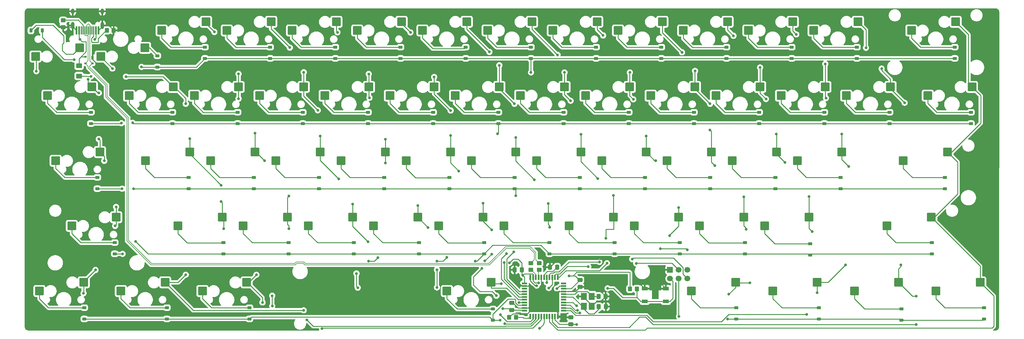
<source format=gbr>
G04 #@! TF.GenerationSoftware,KiCad,Pcbnew,8.0.7*
G04 #@! TF.CreationDate,2024-12-21T11:45:02-05:00*
G04 #@! TF.ProjectId,PCB-Sch,5043422d-5363-4682-9e6b-696361645f70,rev?*
G04 #@! TF.SameCoordinates,Original*
G04 #@! TF.FileFunction,Copper,L2,Bot*
G04 #@! TF.FilePolarity,Positive*
%FSLAX46Y46*%
G04 Gerber Fmt 4.6, Leading zero omitted, Abs format (unit mm)*
G04 Created by KiCad (PCBNEW 8.0.7) date 2024-12-21 11:45:02*
%MOMM*%
%LPD*%
G01*
G04 APERTURE LIST*
G04 Aperture macros list*
%AMRoundRect*
0 Rectangle with rounded corners*
0 $1 Rounding radius*
0 $2 $3 $4 $5 $6 $7 $8 $9 X,Y pos of 4 corners*
0 Add a 4 corners polygon primitive as box body*
4,1,4,$2,$3,$4,$5,$6,$7,$8,$9,$2,$3,0*
0 Add four circle primitives for the rounded corners*
1,1,$1+$1,$2,$3*
1,1,$1+$1,$4,$5*
1,1,$1+$1,$6,$7*
1,1,$1+$1,$8,$9*
0 Add four rect primitives between the rounded corners*
20,1,$1+$1,$2,$3,$4,$5,0*
20,1,$1+$1,$4,$5,$6,$7,0*
20,1,$1+$1,$6,$7,$8,$9,0*
20,1,$1+$1,$8,$9,$2,$3,0*%
G04 Aperture macros list end*
G04 #@! TA.AperFunction,SMDPad,CuDef*
%ADD10RoundRect,0.250000X-0.450000X0.350000X-0.450000X-0.350000X0.450000X-0.350000X0.450000X0.350000X0*%
G04 #@! TD*
G04 #@! TA.AperFunction,SMDPad,CuDef*
%ADD11RoundRect,0.225000X0.375000X-0.225000X0.375000X0.225000X-0.375000X0.225000X-0.375000X-0.225000X0*%
G04 #@! TD*
G04 #@! TA.AperFunction,SMDPad,CuDef*
%ADD12RoundRect,0.200000X1.075000X1.050000X-1.075000X1.050000X-1.075000X-1.050000X1.075000X-1.050000X0*%
G04 #@! TD*
G04 #@! TA.AperFunction,SMDPad,CuDef*
%ADD13RoundRect,0.250000X-0.337500X-0.475000X0.337500X-0.475000X0.337500X0.475000X-0.337500X0.475000X0*%
G04 #@! TD*
G04 #@! TA.AperFunction,SMDPad,CuDef*
%ADD14RoundRect,0.250000X0.475000X-0.337500X0.475000X0.337500X-0.475000X0.337500X-0.475000X-0.337500X0*%
G04 #@! TD*
G04 #@! TA.AperFunction,SMDPad,CuDef*
%ADD15RoundRect,0.250000X-0.350000X-0.450000X0.350000X-0.450000X0.350000X0.450000X-0.350000X0.450000X0*%
G04 #@! TD*
G04 #@! TA.AperFunction,SMDPad,CuDef*
%ADD16R,0.700000X1.000000*%
G04 #@! TD*
G04 #@! TA.AperFunction,SMDPad,CuDef*
%ADD17R,0.700000X0.600000*%
G04 #@! TD*
G04 #@! TA.AperFunction,SMDPad,CuDef*
%ADD18RoundRect,0.250000X0.337500X0.475000X-0.337500X0.475000X-0.337500X-0.475000X0.337500X-0.475000X0*%
G04 #@! TD*
G04 #@! TA.AperFunction,SMDPad,CuDef*
%ADD19R,0.550000X1.500000*%
G04 #@! TD*
G04 #@! TA.AperFunction,SMDPad,CuDef*
%ADD20R,1.500000X0.550000*%
G04 #@! TD*
G04 #@! TA.AperFunction,ComponentPad*
%ADD21C,1.700000*%
G04 #@! TD*
G04 #@! TA.AperFunction,ComponentPad*
%ADD22R,1.700000X1.700000*%
G04 #@! TD*
G04 #@! TA.AperFunction,SMDPad,CuDef*
%ADD23R,1.800000X2.100000*%
G04 #@! TD*
G04 #@! TA.AperFunction,SMDPad,CuDef*
%ADD24RoundRect,0.200000X-1.075000X-1.050000X1.075000X-1.050000X1.075000X1.050000X-1.075000X1.050000X0*%
G04 #@! TD*
G04 #@! TA.AperFunction,SMDPad,CuDef*
%ADD25R,0.600000X2.450000*%
G04 #@! TD*
G04 #@! TA.AperFunction,SMDPad,CuDef*
%ADD26R,0.300000X2.450000*%
G04 #@! TD*
G04 #@! TA.AperFunction,ComponentPad*
%ADD27O,1.000000X1.600000*%
G04 #@! TD*
G04 #@! TA.AperFunction,ComponentPad*
%ADD28O,1.000000X2.100000*%
G04 #@! TD*
G04 #@! TA.AperFunction,SMDPad,CuDef*
%ADD29R,1.800000X1.100000*%
G04 #@! TD*
G04 #@! TA.AperFunction,SMDPad,CuDef*
%ADD30RoundRect,0.250001X-0.624999X0.462499X-0.624999X-0.462499X0.624999X-0.462499X0.624999X0.462499X0*%
G04 #@! TD*
G04 #@! TA.AperFunction,SMDPad,CuDef*
%ADD31RoundRect,0.250000X0.350000X0.450000X-0.350000X0.450000X-0.350000X-0.450000X0.350000X-0.450000X0*%
G04 #@! TD*
G04 #@! TA.AperFunction,SMDPad,CuDef*
%ADD32RoundRect,0.250000X-0.475000X0.337500X-0.475000X-0.337500X0.475000X-0.337500X0.475000X0.337500X0*%
G04 #@! TD*
G04 #@! TA.AperFunction,SMDPad,CuDef*
%ADD33RoundRect,0.225000X0.225000X0.375000X-0.225000X0.375000X-0.225000X-0.375000X0.225000X-0.375000X0*%
G04 #@! TD*
G04 #@! TA.AperFunction,ViaPad*
%ADD34C,0.800000*%
G04 #@! TD*
G04 #@! TA.AperFunction,Conductor*
%ADD35C,0.250000*%
G04 #@! TD*
G04 #@! TA.AperFunction,Conductor*
%ADD36C,0.200001*%
G04 #@! TD*
G04 APERTURE END LIST*
D10*
X214371250Y-138652500D03*
X214371250Y-140652500D03*
D11*
X307240000Y-78802500D03*
X307240000Y-75502500D03*
D12*
X146961250Y-127793750D03*
X159888250Y-125253750D03*
D13*
X231800000Y-151400000D03*
X233875000Y-151400000D03*
D11*
X226277500Y-116902500D03*
X226277500Y-113602500D03*
D12*
X330317500Y-146843750D03*
X343244500Y-144303750D03*
X242211250Y-127793750D03*
X255138250Y-125253750D03*
D14*
X223650000Y-156575000D03*
X223650000Y-154500000D03*
D12*
X289836250Y-108743750D03*
X302763250Y-106203750D03*
X218398750Y-70643750D03*
X231325750Y-68103750D03*
D15*
X240946250Y-146208750D03*
X242946250Y-146208750D03*
D11*
X320257500Y-155382500D03*
X320257500Y-152082500D03*
D16*
X83825000Y-78550000D03*
D17*
X83825000Y-80250000D03*
X81825000Y-80250000D03*
X81825000Y-78350000D03*
D12*
X161248750Y-70643750D03*
X174175750Y-68103750D03*
D11*
X141187500Y-135952500D03*
X141187500Y-132652500D03*
D18*
X209302500Y-140652500D03*
X207227500Y-140652500D03*
D12*
X223161250Y-127793750D03*
X236088250Y-125253750D03*
D11*
X344387500Y-155002500D03*
X344387500Y-151702500D03*
D12*
X116005000Y-146843750D03*
X128932000Y-144303750D03*
X142198750Y-70643750D03*
X155125750Y-68103750D03*
D11*
X207227500Y-116902500D03*
X207227500Y-113602500D03*
X259615000Y-97852500D03*
X259615000Y-94552500D03*
D12*
X104098750Y-70643750D03*
X117025750Y-68103750D03*
D11*
X329147500Y-135952500D03*
X329147500Y-132652500D03*
X236437500Y-135952500D03*
X236437500Y-132652500D03*
X179287500Y-135952500D03*
X179287500Y-132652500D03*
D18*
X219621250Y-139858750D03*
X217546250Y-139858750D03*
D11*
X221515000Y-97852500D03*
X221515000Y-94552500D03*
X107215000Y-97852500D03*
X107215000Y-94552500D03*
X293587500Y-136332500D03*
X293587500Y-133032500D03*
D12*
X316030000Y-127793750D03*
X328957000Y-125253750D03*
D19*
X211815000Y-142871250D03*
X212615000Y-142871250D03*
X213415000Y-142871250D03*
X214215000Y-142871250D03*
X215015000Y-142871250D03*
X215815000Y-142871250D03*
X216615000Y-142871250D03*
X217415000Y-142871250D03*
X218215000Y-142871250D03*
X219015000Y-142871250D03*
X219815000Y-142871250D03*
D20*
X221515000Y-144571250D03*
X221515000Y-145371250D03*
X221515000Y-146171250D03*
X221515000Y-146971250D03*
X221515000Y-147771250D03*
X221515000Y-148571250D03*
X221515000Y-149371250D03*
X221515000Y-150171250D03*
X221515000Y-150971250D03*
X221515000Y-151771250D03*
X221515000Y-152571250D03*
D19*
X219815000Y-154271250D03*
X219015000Y-154271250D03*
X218215000Y-154271250D03*
X217415000Y-154271250D03*
X216615000Y-154271250D03*
X215815000Y-154271250D03*
X215015000Y-154271250D03*
X214215000Y-154271250D03*
X213415000Y-154271250D03*
X212615000Y-154271250D03*
X211815000Y-154271250D03*
D20*
X210115000Y-152571250D03*
X210115000Y-151771250D03*
X210115000Y-150971250D03*
X210115000Y-150171250D03*
X210115000Y-149371250D03*
X210115000Y-148571250D03*
X210115000Y-147771250D03*
X210115000Y-146971250D03*
X210115000Y-146171250D03*
X210115000Y-145371250D03*
X210115000Y-144571250D03*
D21*
X257715000Y-143190000D03*
X257715000Y-140650000D03*
X255175000Y-143190000D03*
X255175000Y-140650000D03*
X252635000Y-143190000D03*
D22*
X252635000Y-140650000D03*
D12*
X270786250Y-108743750D03*
X283713250Y-106203750D03*
D11*
X90387500Y-135952500D03*
X90387500Y-132652500D03*
D12*
X77846250Y-127793750D03*
X90773250Y-125253750D03*
D11*
X245327500Y-116902500D03*
X245327500Y-113602500D03*
D12*
X204111250Y-127793750D03*
X217038250Y-125253750D03*
X258880000Y-146843750D03*
X271807000Y-144303750D03*
X73142500Y-108743750D03*
X86069500Y-106203750D03*
X170773750Y-89693750D03*
X183700750Y-87153750D03*
D11*
X217387500Y-135952500D03*
X217387500Y-132652500D03*
X173890000Y-78802500D03*
X173890000Y-75502500D03*
D12*
X180298750Y-70643750D03*
X193225750Y-68103750D03*
D13*
X231750000Y-148400000D03*
X233825000Y-148400000D03*
D11*
X131027500Y-116902500D03*
X131027500Y-113602500D03*
D12*
X246973750Y-89693750D03*
X259900750Y-87153750D03*
X327936250Y-89693750D03*
X340863250Y-87153750D03*
X294598750Y-70643750D03*
X307525750Y-68103750D03*
D11*
X231040000Y-78802500D03*
X231040000Y-75502500D03*
D12*
X166011250Y-127793750D03*
X178938250Y-125253750D03*
D11*
X145315000Y-97852500D03*
X145315000Y-94552500D03*
X302477500Y-116902500D03*
X302477500Y-113602500D03*
D12*
X118386250Y-108743750D03*
X131313250Y-106203750D03*
D11*
X83402500Y-97852500D03*
X83402500Y-94552500D03*
D12*
X94573750Y-89693750D03*
X107500750Y-87153750D03*
X251736250Y-108743750D03*
X264663250Y-106203750D03*
D11*
X288190000Y-78802500D03*
X288190000Y-75502500D03*
X154840000Y-78802500D03*
X154840000Y-75502500D03*
D12*
X213636250Y-108743750D03*
X226563250Y-106203750D03*
X285073750Y-89693750D03*
X298000750Y-87153750D03*
D11*
X211990000Y-78802500D03*
X211990000Y-75502500D03*
D12*
X282692500Y-146843750D03*
X295619500Y-144303750D03*
D11*
X335815000Y-78802500D03*
X335815000Y-75502500D03*
D12*
X208873750Y-89693750D03*
X221800750Y-87153750D03*
D11*
X164365000Y-97852500D03*
X164365000Y-94552500D03*
D12*
X280311250Y-127793750D03*
X293238250Y-125253750D03*
X108861250Y-127793750D03*
X121788250Y-125253750D03*
D11*
X105627500Y-155002500D03*
X105627500Y-151702500D03*
D14*
X206350000Y-152400000D03*
X206350000Y-150325000D03*
D23*
X227425000Y-151300000D03*
X227425000Y-148400000D03*
X229725000Y-148400000D03*
X229725000Y-151300000D03*
D11*
X283427500Y-116902500D03*
X283427500Y-113602500D03*
X111977500Y-116902500D03*
X111977500Y-113602500D03*
X264377500Y-116902500D03*
X264377500Y-113602500D03*
X202465000Y-97852500D03*
X202465000Y-94552500D03*
D24*
X99218750Y-75723750D03*
X86291750Y-78263750D03*
D11*
X278665000Y-97852500D03*
X278665000Y-94552500D03*
X255487500Y-135952500D03*
X255487500Y-132652500D03*
X340577500Y-97852500D03*
X340577500Y-94552500D03*
D24*
X80168750Y-75723750D03*
X67241750Y-78263750D03*
D12*
X323173750Y-70643750D03*
X336100750Y-68103750D03*
X113623750Y-89693750D03*
X126550750Y-87153750D03*
D11*
X188177500Y-116902500D03*
X188177500Y-113602500D03*
X135790000Y-78802500D03*
X135790000Y-75502500D03*
D12*
X261261250Y-127793750D03*
X274188250Y-125253750D03*
D11*
X116740000Y-78802500D03*
X116740000Y-75502500D03*
D12*
X175536250Y-108743750D03*
X188463250Y-106203750D03*
X237448750Y-70643750D03*
X250375750Y-68103750D03*
X123148750Y-70643750D03*
X136075750Y-68103750D03*
X227923750Y-89693750D03*
X240850750Y-87153750D03*
D11*
X269140000Y-78802500D03*
X269140000Y-75502500D03*
X198337500Y-135952500D03*
X198337500Y-132652500D03*
D12*
X70761250Y-89693750D03*
X83688250Y-87153750D03*
D11*
X316765000Y-97852500D03*
X316765000Y-94552500D03*
D15*
X88080000Y-70620000D03*
X90080000Y-70620000D03*
D12*
X68380000Y-146843750D03*
X81307000Y-144303750D03*
D11*
X160237500Y-135952500D03*
X160237500Y-132652500D03*
D12*
X306505000Y-146843750D03*
X319432000Y-144303750D03*
X266023750Y-89693750D03*
X278950750Y-87153750D03*
D11*
X297715000Y-97852500D03*
X297715000Y-94552500D03*
X85307500Y-116902500D03*
X85307500Y-113602500D03*
X183415000Y-97852500D03*
X183415000Y-94552500D03*
X169127500Y-116902500D03*
X169127500Y-113602500D03*
D25*
X79195000Y-70610000D03*
X79970000Y-70610000D03*
D26*
X80670000Y-70610000D03*
X81170000Y-70610000D03*
X81670000Y-70610000D03*
X82170000Y-70610000D03*
X82670000Y-70610000D03*
X83170000Y-70610000D03*
X83670000Y-70610000D03*
X84170000Y-70610000D03*
D25*
X84870000Y-70610000D03*
X85645000Y-70610000D03*
D27*
X78100000Y-65015000D03*
D28*
X78100000Y-69195000D03*
D27*
X86740000Y-65015000D03*
D28*
X86740000Y-69195000D03*
D12*
X92192500Y-146843750D03*
X105119500Y-144303750D03*
D29*
X251425000Y-146125000D03*
X245225000Y-146125000D03*
X251425000Y-149825000D03*
X245225000Y-149825000D03*
D11*
X126265000Y-97852500D03*
X126265000Y-94552500D03*
D12*
X127911250Y-127793750D03*
X140838250Y-125253750D03*
D11*
X271997500Y-155002500D03*
X271997500Y-151702500D03*
D12*
X151723750Y-89693750D03*
X164650750Y-87153750D03*
X199348750Y-70643750D03*
X212275750Y-68103750D03*
D11*
X192940000Y-78802500D03*
X192940000Y-75502500D03*
D12*
X320792500Y-108743750D03*
X333719500Y-106203750D03*
D11*
X122137500Y-135952500D03*
X122137500Y-132652500D03*
D30*
X79950000Y-80975000D03*
X79950000Y-83950000D03*
D11*
X129757500Y-155002500D03*
X129757500Y-151702500D03*
D12*
X256498750Y-70643750D03*
X269425750Y-68103750D03*
D11*
X332957500Y-116902500D03*
X332957500Y-113602500D03*
X150077500Y-116902500D03*
X150077500Y-113602500D03*
D12*
X232686250Y-108743750D03*
X245613250Y-106203750D03*
D10*
X211990000Y-138652500D03*
X211990000Y-140652500D03*
D12*
X132673750Y-89693750D03*
X145600750Y-87153750D03*
D11*
X81497500Y-155002500D03*
X81497500Y-151702500D03*
D31*
X207650000Y-154500000D03*
X205650000Y-154500000D03*
D12*
X99336250Y-108743750D03*
X112263250Y-106203750D03*
X156486250Y-108743750D03*
X169413250Y-106203750D03*
D11*
X200877500Y-155382500D03*
X200877500Y-152082500D03*
D12*
X137436250Y-108743750D03*
X150363250Y-106203750D03*
X185061250Y-127793750D03*
X197988250Y-125253750D03*
D11*
X240565000Y-97852500D03*
X240565000Y-94552500D03*
X102825000Y-81325000D03*
X102825000Y-78025000D03*
D12*
X189823750Y-89693750D03*
X202750750Y-87153750D03*
X275548750Y-70643750D03*
X288475750Y-68103750D03*
D32*
X226350000Y-143575000D03*
X226350000Y-145650000D03*
D11*
X296127500Y-155002500D03*
X296127500Y-151702500D03*
D12*
X304123750Y-89693750D03*
X317050750Y-87153750D03*
D10*
X75300000Y-67690000D03*
X75300000Y-69690000D03*
D11*
X274537500Y-135952500D03*
X274537500Y-132652500D03*
D12*
X187442500Y-146843750D03*
X200369500Y-144303750D03*
D11*
X250090000Y-78802500D03*
X250090000Y-75502500D03*
D33*
X69181250Y-70643750D03*
X65881250Y-70643750D03*
D12*
X194586250Y-108743750D03*
X207513250Y-106203750D03*
D34*
X235300000Y-151400000D03*
X235380000Y-148380000D03*
X207111600Y-138734800D03*
X216150000Y-139850000D03*
X207227500Y-142600000D03*
X85725000Y-80962500D03*
X223100000Y-142375000D03*
X214281675Y-144425000D03*
X240946250Y-146200000D03*
X225375000Y-156600000D03*
X257715000Y-134760000D03*
X205675000Y-138600000D03*
X203725000Y-151950000D03*
X209625000Y-142225000D03*
X83412500Y-84087500D03*
X216625000Y-144375000D03*
X249775000Y-134450000D03*
X211988400Y-82905600D03*
X213650000Y-145250000D03*
X98188200Y-81288200D03*
X78550000Y-79125000D03*
X92325000Y-97750000D03*
X204850000Y-135900000D03*
X202225000Y-100800000D03*
X95600000Y-97631250D03*
X207550000Y-118975000D03*
X92525000Y-116900000D03*
X95875000Y-116950000D03*
X207000000Y-135400000D03*
X204175000Y-138525000D03*
X195675000Y-138074999D03*
X92650000Y-135975000D03*
X96500000Y-132300000D03*
X202996800Y-155382500D03*
X269450000Y-155050000D03*
X80227500Y-73262500D03*
X84520000Y-73270000D03*
X234200000Y-138700000D03*
X241550000Y-137500000D03*
X228750000Y-139725000D03*
X242750000Y-138775000D03*
X219575000Y-146100000D03*
X234391200Y-146050000D03*
X255250000Y-154300000D03*
X217200000Y-145975000D03*
X136375000Y-148225000D03*
X85725000Y-88900000D03*
X214525000Y-157775000D03*
X90773250Y-122237500D03*
X90487500Y-127793750D03*
X82550000Y-84931250D03*
X136400000Y-151225000D03*
X85725000Y-102393750D03*
X87312500Y-108743750D03*
X67468750Y-82550000D03*
X84750000Y-140675000D03*
X81250000Y-147500000D03*
X122237500Y-128587500D03*
X112268000Y-102311200D03*
X93662500Y-84137500D03*
X111125000Y-142081250D03*
X89693750Y-81756250D03*
X121443750Y-120650000D03*
X145575000Y-152475000D03*
X111125000Y-92075000D03*
X150950000Y-157850000D03*
X121443750Y-115887500D03*
X141287500Y-119062500D03*
X131318000Y-100634800D03*
X134143750Y-108743750D03*
X141287500Y-128587500D03*
X133550000Y-150175000D03*
X119481600Y-71069200D03*
X126542800Y-83312000D03*
X126542800Y-90576400D03*
X146500000Y-155250000D03*
X131762500Y-142081250D03*
X150368000Y-101549200D03*
X161000000Y-141700000D03*
X141528800Y-75641200D03*
X167225000Y-137075000D03*
X145592800Y-82854800D03*
X204300000Y-156400000D03*
X164550000Y-138074999D03*
X159867600Y-121412000D03*
X149707600Y-93980000D03*
X161387500Y-145862500D03*
X164338000Y-132384800D03*
X155803600Y-114046000D03*
X155448000Y-71170800D03*
X184500000Y-138074999D03*
X169418000Y-109423200D03*
X169418000Y-102463600D03*
X187400000Y-137000000D03*
X203047600Y-153720800D03*
X178938250Y-121797750D03*
X184525000Y-140625000D03*
X164795200Y-90322400D03*
X164592000Y-83362800D03*
X184525000Y-145800000D03*
X181914800Y-128270000D03*
X197675000Y-140225000D03*
X188518800Y-94030800D03*
X200507600Y-128930400D03*
X201900000Y-148200000D03*
X190906400Y-111760000D03*
X198525001Y-138049999D03*
X200525000Y-136050000D03*
X208450000Y-150175000D03*
X176784000Y-71221600D03*
X183700750Y-84226400D03*
X197967600Y-121158000D03*
X188468000Y-101346000D03*
X199847200Y-76911200D03*
X207518000Y-101904800D03*
X217474800Y-128219200D03*
X207168750Y-92075000D03*
X202742800Y-80822800D03*
X203352400Y-144729200D03*
X213004400Y-114300000D03*
X217068400Y-121259600D03*
X219760800Y-77774800D03*
X221792800Y-82905600D03*
X223570800Y-91186000D03*
X226568000Y-101041200D03*
X231546400Y-113944400D03*
X232000000Y-138325000D03*
X236118400Y-118872000D03*
X233883200Y-131419600D03*
X240893600Y-82905600D03*
X252526800Y-130606800D03*
X233070400Y-72085200D03*
X225300000Y-151125000D03*
X241909600Y-90779600D03*
X248412000Y-108712000D03*
X255138250Y-122397850D03*
X245668800Y-101549200D03*
X265734800Y-110185200D03*
X264312400Y-99771200D03*
X274828000Y-128778000D03*
X256133600Y-77012800D03*
X264318750Y-92075000D03*
X259943600Y-82448400D03*
X274188250Y-119329200D03*
X225575000Y-152500000D03*
X271170400Y-72186800D03*
X275945600Y-144475200D03*
X280670000Y-90678000D03*
X286207200Y-109220000D03*
X269798800Y-147777200D03*
X278942800Y-81432400D03*
X283667200Y-100939600D03*
X294132000Y-129438400D03*
X226263749Y-153225000D03*
X293217600Y-119227600D03*
X298196000Y-90424000D03*
X289509200Y-71780400D03*
X292575000Y-153700000D03*
X304800000Y-110388400D03*
X303936400Y-139192000D03*
X302768000Y-100888800D03*
X295619500Y-147283500D03*
X297992800Y-80416400D03*
X314452000Y-81788000D03*
X321180000Y-91786250D03*
X320040000Y-139192000D03*
X324525000Y-156625000D03*
X309880000Y-75692000D03*
X324525000Y-148312500D03*
D35*
X233875000Y-151400000D02*
X233875000Y-150175000D01*
X219815000Y-152990000D02*
X215225000Y-148400000D01*
X206675000Y-153475000D02*
X210975000Y-153475000D01*
X75300000Y-69690000D02*
X74740000Y-69690000D01*
X250025000Y-141000000D02*
X250375000Y-140650000D01*
X207227500Y-142600000D02*
X207227500Y-143252500D01*
X233450000Y-149750000D02*
X232475000Y-149750000D01*
X219815000Y-154271250D02*
X219815000Y-152990000D01*
X73770000Y-68720000D02*
X73770000Y-66140000D01*
X229725000Y-151000000D02*
X229725000Y-151300000D01*
X215112500Y-148287500D02*
X215015000Y-148190000D01*
X231275000Y-149750000D02*
X232475000Y-149750000D01*
X227425000Y-148700000D02*
X229725000Y-151000000D01*
X217546250Y-139858750D02*
X216158750Y-139858750D01*
X251425000Y-146125000D02*
X250025000Y-144725000D01*
X210975000Y-153475000D02*
X211000000Y-153500000D01*
X215225000Y-148400000D02*
X215337500Y-148287500D01*
X79175000Y-70350000D02*
X79175000Y-70030000D01*
X75300000Y-69690000D02*
X77605000Y-69690000D01*
X245225000Y-146125000D02*
X251425000Y-146125000D01*
X211687500Y-151712500D02*
X211628750Y-151771250D01*
X215015000Y-148190000D02*
X215015000Y-142871250D01*
X207227500Y-138850700D02*
X207227500Y-140652500D01*
X74895000Y-65015000D02*
X78100000Y-65015000D01*
X225028750Y-146971250D02*
X221515000Y-146971250D01*
X212421250Y-145371250D02*
X210115000Y-145371250D01*
X83825000Y-77850000D02*
X83825000Y-78550000D01*
X227425000Y-148400000D02*
X227425000Y-148700000D01*
X84350000Y-77325000D02*
X83825000Y-77850000D01*
X216158750Y-139858750D02*
X216150000Y-139850000D01*
X86720000Y-68935000D02*
X86720000Y-69255000D01*
X226350000Y-145650000D02*
X225028750Y-146971250D01*
X250375000Y-140650000D02*
X252635000Y-140650000D01*
X250025000Y-144725000D02*
X250025000Y-141000000D01*
X216653750Y-146971250D02*
X221515000Y-146971250D01*
X241900000Y-139775000D02*
X239725000Y-137600000D01*
X89750000Y-70650000D02*
X89750000Y-72221184D01*
X209346250Y-145371250D02*
X210115000Y-145371250D01*
X215225000Y-148400000D02*
X215112500Y-148287500D01*
X85725000Y-80962500D02*
X83825000Y-79062500D01*
X207111600Y-138734800D02*
X207227500Y-138850700D01*
X78100000Y-69195000D02*
X78100000Y-69515000D01*
X232475000Y-149750000D02*
X233825000Y-148400000D01*
X77805000Y-68660000D02*
X78080000Y-68935000D01*
X220043750Y-154500000D02*
X219815000Y-154271250D01*
X208196250Y-151771250D02*
X206300000Y-149875000D01*
X239725000Y-137600000D02*
X219805000Y-137600000D01*
X73770000Y-66140000D02*
X74895000Y-65015000D01*
X211000000Y-153411250D02*
X211687500Y-152723750D01*
X219805000Y-137600000D02*
X217546250Y-139858750D01*
X207227500Y-140652500D02*
X207227500Y-142600000D01*
X211000000Y-153500000D02*
X211000000Y-153411250D01*
X74740000Y-69690000D02*
X73770000Y-68720000D01*
X226350000Y-145650000D02*
X231075000Y-145650000D01*
X229725000Y-151300000D02*
X231275000Y-149750000D01*
X210115000Y-151771250D02*
X208196250Y-151771250D01*
X211628750Y-151771250D02*
X210115000Y-151771250D01*
X78100000Y-69515000D02*
X79195000Y-70610000D01*
X215337500Y-148287500D02*
X216653750Y-146971250D01*
X83825000Y-79062500D02*
X83825000Y-78550000D01*
X207227500Y-143252500D02*
X209346250Y-145371250D01*
X86740000Y-69195000D02*
X86740000Y-65015000D01*
X215112500Y-148287500D02*
X211687500Y-151712500D01*
X86740000Y-65015000D02*
X78100000Y-65015000D01*
X84350000Y-76600000D02*
X84350000Y-77325000D01*
X231075000Y-145650000D02*
X233825000Y-148400000D01*
X211687500Y-152723750D02*
X211687500Y-151712500D01*
X88655000Y-69195000D02*
X86740000Y-69195000D01*
X205650000Y-154500000D02*
X206675000Y-153475000D01*
X90080000Y-70620000D02*
X88655000Y-69195000D01*
X86740000Y-69515000D02*
X85645000Y-70610000D01*
X215337500Y-148287500D02*
X212421250Y-145371250D01*
X233875000Y-150175000D02*
X233450000Y-149750000D01*
X87561534Y-74409650D02*
X86540350Y-74409650D01*
X86540350Y-74409650D02*
X84350000Y-76600000D01*
X86740000Y-69195000D02*
X86740000Y-69515000D01*
X223650000Y-154500000D02*
X220043750Y-154500000D01*
X89750000Y-72221184D02*
X87561534Y-74409650D01*
X245225000Y-146125000D02*
X241900000Y-142800000D01*
X241900000Y-142800000D02*
X241900000Y-139775000D01*
X77605000Y-69690000D02*
X78100000Y-69195000D01*
X210115000Y-152571250D02*
X209968750Y-152425000D01*
X210115000Y-142715000D02*
X210115000Y-144571250D01*
X226125000Y-143575000D02*
X226350000Y-143575000D01*
X206300000Y-151950000D02*
X203725000Y-151950000D01*
X240946250Y-146200000D02*
X240946250Y-146208750D01*
X209302500Y-140652500D02*
X209302500Y-141675000D01*
X223650000Y-156575000D02*
X225350000Y-156575000D01*
X219015000Y-154271250D02*
X219015000Y-155271250D01*
X83412500Y-84087500D02*
X81325000Y-83950000D01*
X240800000Y-141300000D02*
X240946250Y-141446250D01*
X257405000Y-134450000D02*
X249775000Y-134450000D01*
X206759400Y-137515600D02*
X208215600Y-137515600D01*
X209302500Y-141675000D02*
X209302500Y-141902500D01*
X216625000Y-144375000D02*
X216625000Y-142881250D01*
X257715000Y-134760000D02*
X257405000Y-134450000D01*
X212615000Y-143871250D02*
X213168750Y-144425000D01*
X212615000Y-142871250D02*
X212615000Y-141871250D01*
X212540000Y-141796250D02*
X210053750Y-141796250D01*
X216625000Y-142881250D02*
X216615000Y-142871250D01*
X209302500Y-141902500D02*
X209625000Y-142225000D01*
X81325000Y-83950000D02*
X79950000Y-83950000D01*
X210053750Y-141796250D02*
X209625000Y-142225000D01*
X209625000Y-142225000D02*
X210115000Y-142715000D01*
X223753750Y-146171250D02*
X221515000Y-146171250D01*
X240946250Y-141446250D02*
X240946250Y-146200000D01*
X208215600Y-137515600D02*
X209302500Y-138602500D01*
X213168750Y-144425000D02*
X214281675Y-144425000D01*
X212615000Y-142871250D02*
X212615000Y-143871250D01*
X212615000Y-141871250D02*
X212540000Y-141796250D01*
X220318750Y-156575000D02*
X223650000Y-156575000D01*
X206775000Y-152425000D02*
X206300000Y-151950000D01*
X209968750Y-152425000D02*
X206775000Y-152425000D01*
X224300000Y-142375000D02*
X225375000Y-141300000D01*
X209302500Y-138602500D02*
X209302500Y-140652500D01*
X225350000Y-156575000D02*
X225375000Y-156600000D01*
X205675000Y-138600000D02*
X206759400Y-137515600D01*
X225375000Y-141300000D02*
X240800000Y-141300000D01*
X224925000Y-142375000D02*
X226125000Y-143575000D01*
X226350000Y-143575000D02*
X223753750Y-146171250D01*
X223100000Y-142375000D02*
X224925000Y-142375000D01*
X219015000Y-155271250D02*
X220318750Y-156575000D01*
X223100000Y-142375000D02*
X224300000Y-142375000D01*
X228875000Y-153500000D02*
X227425000Y-152050000D01*
X227425000Y-152050000D02*
X227425000Y-151300000D01*
X231800000Y-151400000D02*
X231800000Y-152125000D01*
X230425000Y-153500000D02*
X228875000Y-153500000D01*
X221515000Y-148571250D02*
X224271250Y-148571250D01*
X224271250Y-148571250D02*
X227000000Y-151300000D01*
X227000000Y-151300000D02*
X227425000Y-151300000D01*
X231800000Y-152125000D02*
X230425000Y-153500000D01*
X229725000Y-148400000D02*
X229725000Y-148250000D01*
X228493198Y-147018198D02*
X225618198Y-147018198D01*
X231750000Y-148400000D02*
X229725000Y-148400000D01*
X229725000Y-148250000D02*
X228493198Y-147018198D01*
X224865146Y-147771250D02*
X221515000Y-147771250D01*
X225618198Y-147018198D02*
X224865146Y-147771250D01*
X218405000Y-141075000D02*
X216825000Y-141075000D01*
X219621250Y-139858750D02*
X218405000Y-141075000D01*
X215815000Y-142085000D02*
X215815000Y-142871250D01*
X216825000Y-141075000D02*
X215815000Y-142085000D01*
X114217500Y-81325000D02*
X116740000Y-78802500D01*
X211990000Y-82904000D02*
X211990000Y-78802500D01*
X98188200Y-81288200D02*
X98225000Y-81325000D01*
X192940000Y-78802500D02*
X211990000Y-78802500D01*
X288190000Y-78802500D02*
X307240000Y-78802500D01*
X231040000Y-78802500D02*
X211990000Y-78802500D01*
X231040000Y-78802500D02*
X250090000Y-78802500D01*
X211815000Y-143871250D02*
X211815000Y-142871250D01*
X135790000Y-78802500D02*
X154840000Y-78802500D01*
X154840000Y-78802500D02*
X173890000Y-78802500D01*
X75674869Y-79125000D02*
X78550000Y-79125000D01*
X307240000Y-78802500D02*
X335815000Y-78802500D01*
X250090000Y-78802500D02*
X269140000Y-78802500D01*
X213193750Y-145250000D02*
X211815000Y-143871250D01*
X269140000Y-78802500D02*
X288190000Y-78802500D01*
X98225000Y-81325000D02*
X102825000Y-81325000D01*
X69181250Y-70643750D02*
X69229650Y-70692150D01*
X213650000Y-145250000D02*
X213193750Y-145250000D01*
X102825000Y-81325000D02*
X114217500Y-81325000D01*
X211988400Y-82905600D02*
X211990000Y-82904000D01*
X116740000Y-78802500D02*
X135790000Y-78802500D01*
X173890000Y-78802500D02*
X192940000Y-78802500D01*
X69229650Y-72679781D02*
X75674869Y-79125000D01*
X69229650Y-70692150D02*
X69229650Y-72679781D01*
X67425000Y-69100000D02*
X65881250Y-70643750D01*
X75018750Y-74706250D02*
X75452650Y-74272350D01*
X72350131Y-69100000D02*
X67425000Y-69100000D01*
X75452650Y-72202519D02*
X72350131Y-69100000D01*
X80168750Y-75723750D02*
X78293750Y-77598750D01*
X75452650Y-74272350D02*
X75452650Y-72202519D01*
X75018750Y-76500400D02*
X75018750Y-74706250D01*
X76117100Y-77598750D02*
X75018750Y-76500400D01*
X78293750Y-77598750D02*
X76117100Y-77598750D01*
X100523750Y-75723750D02*
X102825000Y-78025000D01*
X99218750Y-75723750D02*
X100523750Y-75723750D01*
X104098750Y-70643750D02*
X104098750Y-72912434D01*
X104098750Y-72912434D02*
X106738966Y-75552650D01*
X106738966Y-75552650D02*
X116689850Y-75552650D01*
X116689850Y-75552650D02*
X116740000Y-75502500D01*
X123148750Y-70643750D02*
X123148750Y-72912434D01*
X123148750Y-72912434D02*
X125836316Y-75600000D01*
X135692500Y-75600000D02*
X135790000Y-75502500D01*
X125836316Y-75600000D02*
X135692500Y-75600000D01*
X154789850Y-75552650D02*
X154840000Y-75502500D01*
X142198750Y-72912434D02*
X144838966Y-75552650D01*
X144838966Y-75552650D02*
X154789850Y-75552650D01*
X142198750Y-70643750D02*
X142198750Y-72912434D01*
X161248750Y-70643750D02*
X161248750Y-72912434D01*
X173839850Y-75552650D02*
X173890000Y-75502500D01*
X161248750Y-72912434D02*
X163888966Y-75552650D01*
X163888966Y-75552650D02*
X173839850Y-75552650D01*
X192492500Y-75950000D02*
X192940000Y-75502500D01*
X183336316Y-75950000D02*
X192492500Y-75950000D01*
X180298750Y-72912434D02*
X183336316Y-75950000D01*
X180298750Y-70643750D02*
X180298750Y-72912434D01*
X199348750Y-70643750D02*
X199348750Y-72912434D01*
X211939850Y-75552650D02*
X211990000Y-75502500D01*
X199348750Y-72912434D02*
X201988966Y-75552650D01*
X201988966Y-75552650D02*
X211939850Y-75552650D01*
X230989850Y-75552650D02*
X231040000Y-75502500D01*
X218398750Y-72912434D02*
X221038966Y-75552650D01*
X221038966Y-75552650D02*
X230989850Y-75552650D01*
X218398750Y-70643750D02*
X218398750Y-72912434D01*
X237448750Y-70643750D02*
X237448750Y-72912434D01*
X240088966Y-75552650D02*
X250039850Y-75552650D01*
X237448750Y-72912434D02*
X240088966Y-75552650D01*
X250039850Y-75552650D02*
X250090000Y-75502500D01*
X269042500Y-75600000D02*
X269140000Y-75502500D01*
X256498750Y-70643750D02*
X256498750Y-72912434D01*
X256498750Y-72912434D02*
X259186316Y-75600000D01*
X259186316Y-75600000D02*
X269042500Y-75600000D01*
X275548750Y-72912434D02*
X278188966Y-75552650D01*
X275548750Y-70643750D02*
X275548750Y-72912434D01*
X278188966Y-75552650D02*
X288139850Y-75552650D01*
X288139850Y-75552650D02*
X288190000Y-75502500D01*
X307189850Y-75552650D02*
X307240000Y-75502500D01*
X297238966Y-75552650D02*
X307189850Y-75552650D01*
X294598750Y-70643750D02*
X294598750Y-72912434D01*
X294598750Y-72912434D02*
X297238966Y-75552650D01*
X323173750Y-72912434D02*
X325813966Y-75552650D01*
X335764850Y-75552650D02*
X335815000Y-75502500D01*
X323173750Y-70643750D02*
X323173750Y-72912434D01*
X325813966Y-75552650D02*
X335764850Y-75552650D01*
X83352350Y-94602650D02*
X83402500Y-94552500D01*
X73401466Y-94602650D02*
X83352350Y-94602650D01*
X70761250Y-89693750D02*
X70761250Y-91962434D01*
X70761250Y-91962434D02*
X73401466Y-94602650D01*
X203300000Y-137450000D02*
X204850000Y-135900000D01*
X83402500Y-97852500D02*
X92222500Y-97852500D01*
X95821250Y-97852500D02*
X107215000Y-97852500D01*
X202225000Y-100800000D02*
X202465000Y-100560000D01*
X210115000Y-148571250D02*
X208521250Y-148571250D01*
X203300000Y-143350000D02*
X203300000Y-137450000D01*
X208521250Y-148571250D02*
X203300000Y-143350000D01*
X95600000Y-97631250D02*
X95821250Y-97852500D01*
X340577500Y-97852500D02*
X316765000Y-97852500D01*
X92222500Y-97852500D02*
X92325000Y-97750000D01*
X202465000Y-100560000D02*
X202465000Y-97852500D01*
X316765000Y-97852500D02*
X107215000Y-97852500D01*
X107164850Y-94602650D02*
X107215000Y-94552500D01*
X97213966Y-94602650D02*
X107164850Y-94602650D01*
X94573750Y-89693750D02*
X94573750Y-91962434D01*
X94573750Y-91962434D02*
X97213966Y-94602650D01*
X113623750Y-89693750D02*
X113623750Y-91962434D01*
X113623750Y-91962434D02*
X116286316Y-94625000D01*
X116286316Y-94625000D02*
X126192500Y-94625000D01*
X126192500Y-94625000D02*
X126265000Y-94552500D01*
X145264850Y-94602650D02*
X145315000Y-94552500D01*
X132673750Y-91962434D02*
X135313966Y-94602650D01*
X135313966Y-94602650D02*
X145264850Y-94602650D01*
X132673750Y-89693750D02*
X132673750Y-91962434D01*
X164314850Y-94602650D02*
X164365000Y-94552500D01*
X151723750Y-91962434D02*
X154363966Y-94602650D01*
X154363966Y-94602650D02*
X164314850Y-94602650D01*
X151723750Y-89693750D02*
X151723750Y-91962434D01*
X173413966Y-94602650D02*
X183364850Y-94602650D01*
X170773750Y-91962434D02*
X173413966Y-94602650D01*
X183364850Y-94602650D02*
X183415000Y-94552500D01*
X170773750Y-89693750D02*
X170773750Y-91962434D01*
X189823750Y-91962434D02*
X192463966Y-94602650D01*
X202414850Y-94602650D02*
X202465000Y-94552500D01*
X189823750Y-89693750D02*
X189823750Y-91962434D01*
X192463966Y-94602650D02*
X202414850Y-94602650D01*
X211513966Y-94602650D02*
X221464850Y-94602650D01*
X221464850Y-94602650D02*
X221515000Y-94552500D01*
X208873750Y-91962434D02*
X211513966Y-94602650D01*
X208873750Y-89693750D02*
X208873750Y-91962434D01*
X240514850Y-94602650D02*
X240565000Y-94552500D01*
X227923750Y-89693750D02*
X227923750Y-91962434D01*
X230563966Y-94602650D02*
X240514850Y-94602650D01*
X227923750Y-91962434D02*
X230563966Y-94602650D01*
X259564850Y-94602650D02*
X259615000Y-94552500D01*
X249613966Y-94602650D02*
X259564850Y-94602650D01*
X246973750Y-89693750D02*
X246973750Y-91962434D01*
X246973750Y-91962434D02*
X249613966Y-94602650D01*
X266023750Y-91962434D02*
X268663966Y-94602650D01*
X278614850Y-94602650D02*
X278665000Y-94552500D01*
X268663966Y-94602650D02*
X278614850Y-94602650D01*
X266023750Y-89693750D02*
X266023750Y-91962434D01*
X285073750Y-89693750D02*
X285073750Y-91962434D01*
X285073750Y-91962434D02*
X287713966Y-94602650D01*
X297664850Y-94602650D02*
X297715000Y-94552500D01*
X287713966Y-94602650D02*
X297664850Y-94602650D01*
X304123750Y-91962434D02*
X306763966Y-94602650D01*
X306763966Y-94602650D02*
X316714850Y-94602650D01*
X304123750Y-89693750D02*
X304123750Y-91962434D01*
X316714850Y-94602650D02*
X316765000Y-94552500D01*
X327936250Y-91962434D02*
X330576466Y-94602650D01*
X340527350Y-94602650D02*
X340577500Y-94552500D01*
X327936250Y-89693750D02*
X327936250Y-91962434D01*
X330576466Y-94602650D02*
X340527350Y-94602650D01*
X73142500Y-108743750D02*
X73142500Y-111012434D01*
X73142500Y-111012434D02*
X75782716Y-113652650D01*
X85257350Y-113652650D02*
X85307500Y-113602500D01*
X75782716Y-113652650D02*
X85257350Y-113652650D01*
X92522500Y-116902500D02*
X92525000Y-116900000D01*
X95875000Y-116950000D02*
X95922500Y-116902500D01*
X207550000Y-118975000D02*
X207550000Y-117225000D01*
X111977500Y-116902500D02*
X131027500Y-116902500D01*
X210115000Y-146971250D02*
X208571250Y-146971250D01*
X204950000Y-143350000D02*
X204950000Y-137450000D01*
X208571250Y-146971250D02*
X208550000Y-146950000D01*
X95922500Y-116902500D02*
X111977500Y-116902500D01*
X131027500Y-116902500D02*
X332957500Y-116902500D01*
X204950000Y-137450000D02*
X207000000Y-135400000D01*
X85307500Y-116902500D02*
X92522500Y-116902500D01*
X208550000Y-146950000D02*
X204950000Y-143350000D01*
X207550000Y-117225000D02*
X207227500Y-116902500D01*
X111927350Y-113652650D02*
X111977500Y-113602500D01*
X99336250Y-108743750D02*
X99336250Y-111012434D01*
X101976466Y-113652650D02*
X111927350Y-113652650D01*
X99336250Y-111012434D02*
X101976466Y-113652650D01*
X118386250Y-108743750D02*
X118386250Y-111012434D01*
X118386250Y-111012434D02*
X121026466Y-113652650D01*
X121026466Y-113652650D02*
X130977350Y-113652650D01*
X130977350Y-113652650D02*
X131027500Y-113602500D01*
X150027350Y-113652650D02*
X150077500Y-113602500D01*
X137436250Y-111012434D02*
X140076466Y-113652650D01*
X137436250Y-108743750D02*
X137436250Y-111012434D01*
X140076466Y-113652650D02*
X150027350Y-113652650D01*
X156486250Y-111012434D02*
X159126466Y-113652650D01*
X159126466Y-113652650D02*
X169077350Y-113652650D01*
X169077350Y-113652650D02*
X169127500Y-113602500D01*
X156486250Y-108743750D02*
X156486250Y-111012434D01*
X188080000Y-113700000D02*
X188177500Y-113602500D01*
X175536250Y-108743750D02*
X175536250Y-111012434D01*
X178223816Y-113700000D02*
X188080000Y-113700000D01*
X175536250Y-111012434D02*
X178223816Y-113700000D01*
X194586250Y-108743750D02*
X194586250Y-111012434D01*
X207177350Y-113652650D02*
X207227500Y-113602500D01*
X194586250Y-111012434D02*
X197226466Y-113652650D01*
X197226466Y-113652650D02*
X207177350Y-113652650D01*
X213636250Y-108743750D02*
X213636250Y-111012434D01*
X226227350Y-113652650D02*
X226277500Y-113602500D01*
X216276466Y-113652650D02*
X226227350Y-113652650D01*
X213636250Y-111012434D02*
X216276466Y-113652650D01*
X245277350Y-113652650D02*
X245327500Y-113602500D01*
X235326466Y-113652650D02*
X245277350Y-113652650D01*
X232686250Y-108743750D02*
X232686250Y-111012434D01*
X232686250Y-111012434D02*
X235326466Y-113652650D01*
X254376466Y-113652650D02*
X264327350Y-113652650D01*
X251736250Y-108743750D02*
X251736250Y-111012434D01*
X251736250Y-111012434D02*
X254376466Y-113652650D01*
X264327350Y-113652650D02*
X264377500Y-113602500D01*
X270786250Y-108743750D02*
X270786250Y-111012434D01*
X283377350Y-113652650D02*
X283427500Y-113602500D01*
X270786250Y-111012434D02*
X273426466Y-113652650D01*
X273426466Y-113652650D02*
X283377350Y-113652650D01*
X289836250Y-108743750D02*
X289836250Y-111012434D01*
X292476466Y-113652650D02*
X302427350Y-113652650D01*
X289836250Y-111012434D02*
X292476466Y-113652650D01*
X302427350Y-113652650D02*
X302477500Y-113602500D01*
X320792500Y-108743750D02*
X320792500Y-111012434D01*
X323432716Y-113652650D02*
X332907350Y-113652650D01*
X332907350Y-113652650D02*
X332957500Y-113602500D01*
X320792500Y-111012434D02*
X323432716Y-113652650D01*
X77846250Y-130062434D02*
X80486466Y-132702650D01*
X90337350Y-132702650D02*
X90387500Y-132652500D01*
X77846250Y-127793750D02*
X77846250Y-130062434D01*
X80486466Y-132702650D02*
X90337350Y-132702650D01*
X92650000Y-135975000D02*
X90410000Y-135975000D01*
X217387500Y-135952500D02*
X293207500Y-135952500D01*
X100152500Y-135952500D02*
X96500000Y-132300000D01*
X122137500Y-135952500D02*
X100152500Y-135952500D01*
X210115000Y-147771250D02*
X208571250Y-147771250D01*
X196215001Y-138074999D02*
X198337500Y-135952500D01*
X214909998Y-133474998D02*
X217387500Y-135952500D01*
X208571250Y-147771250D02*
X204175000Y-143375000D01*
X200815002Y-133474998D02*
X214909998Y-133474998D01*
X294187500Y-135952500D02*
X329147500Y-135952500D01*
X293807500Y-136332500D02*
X294187500Y-135952500D01*
X195675000Y-138074999D02*
X196215001Y-138074999D01*
X96500000Y-132300000D02*
X96537500Y-132337500D01*
X198337500Y-135952500D02*
X200815002Y-133474998D01*
X122137500Y-135952500D02*
X198337500Y-135952500D01*
X204175000Y-143375000D02*
X204175000Y-138525000D01*
X293207500Y-135952500D02*
X293587500Y-136332500D01*
X90410000Y-135975000D02*
X90387500Y-135952500D01*
X293587500Y-136332500D02*
X293807500Y-136332500D01*
X108861250Y-127793750D02*
X108861250Y-130062434D01*
X108861250Y-130062434D02*
X111573816Y-132775000D01*
X111573816Y-132775000D02*
X122015000Y-132775000D01*
X122015000Y-132775000D02*
X122137500Y-132652500D01*
X127911250Y-127793750D02*
X127911250Y-130062434D01*
X141137350Y-132702650D02*
X141187500Y-132652500D01*
X130551466Y-132702650D02*
X141137350Y-132702650D01*
X127911250Y-130062434D02*
X130551466Y-132702650D01*
X146961250Y-130062434D02*
X149601466Y-132702650D01*
X149601466Y-132702650D02*
X160187350Y-132702650D01*
X146961250Y-127793750D02*
X146961250Y-130062434D01*
X160187350Y-132702650D02*
X160237500Y-132652500D01*
X166011250Y-127793750D02*
X166011250Y-130062434D01*
X179237350Y-132702650D02*
X179287500Y-132652500D01*
X168651466Y-132702650D02*
X179237350Y-132702650D01*
X166011250Y-130062434D02*
X168651466Y-132702650D01*
X185061250Y-127793750D02*
X185061250Y-130062434D01*
X198240000Y-132750000D02*
X198337500Y-132652500D01*
X187748816Y-132750000D02*
X198240000Y-132750000D01*
X185061250Y-130062434D02*
X187748816Y-132750000D01*
X217337350Y-132702650D02*
X217387500Y-132652500D01*
X204111250Y-127793750D02*
X204111250Y-130062434D01*
X204111250Y-130062434D02*
X206751466Y-132702650D01*
X206751466Y-132702650D02*
X217337350Y-132702650D01*
X225801466Y-132702650D02*
X236387350Y-132702650D01*
X236387350Y-132702650D02*
X236437500Y-132652500D01*
X223161250Y-127793750D02*
X223161250Y-130062434D01*
X223161250Y-130062434D02*
X225801466Y-132702650D01*
X242211250Y-130062434D02*
X244851466Y-132702650D01*
X242211250Y-127793750D02*
X242211250Y-130062434D01*
X244851466Y-132702650D02*
X255437350Y-132702650D01*
X255437350Y-132702650D02*
X255487500Y-132652500D01*
X261261250Y-130062434D02*
X263948816Y-132750000D01*
X263948816Y-132750000D02*
X274440000Y-132750000D01*
X274440000Y-132750000D02*
X274537500Y-132652500D01*
X261261250Y-127793750D02*
X261261250Y-130062434D01*
X280311250Y-127793750D02*
X280311250Y-130062434D01*
X280311250Y-130062434D02*
X283281316Y-133032500D01*
X283281316Y-133032500D02*
X293587500Y-133032500D01*
X316030000Y-127793750D02*
X316030000Y-130062434D01*
X318670216Y-132702650D02*
X329097350Y-132702650D01*
X316030000Y-130062434D02*
X318670216Y-132702650D01*
X329097350Y-132702650D02*
X329147500Y-132652500D01*
X68380000Y-146843750D02*
X68380000Y-149112434D01*
X81447350Y-151752650D02*
X81497500Y-151702500D01*
X68380000Y-149112434D02*
X71020216Y-151752650D01*
X71020216Y-151752650D02*
X81447350Y-151752650D01*
X319877500Y-155002500D02*
X320257500Y-155382500D01*
X200877500Y-153622500D02*
X200877500Y-155382500D01*
X200877500Y-155382500D02*
X202996800Y-155382500D01*
X271997500Y-155002500D02*
X296127500Y-155002500D01*
X205275000Y-149225000D02*
X200877500Y-153622500D01*
X130290250Y-154469750D02*
X129757500Y-155002500D01*
X271997500Y-155002500D02*
X269497500Y-155002500D01*
X320257500Y-155382500D02*
X344007500Y-155382500D01*
X207361396Y-149225000D02*
X205275000Y-149225000D01*
X207500000Y-150300000D02*
X207500000Y-149363604D01*
X129757500Y-155002500D02*
X105627500Y-155002500D01*
X199964750Y-154469750D02*
X130290250Y-154469750D01*
X81497500Y-155002500D02*
X105627500Y-155002500D01*
X208171250Y-150971250D02*
X207500000Y-150300000D01*
X344007500Y-155382500D02*
X344387500Y-155002500D01*
X210115000Y-150971250D02*
X208171250Y-150971250D01*
X296127500Y-155002500D02*
X319877500Y-155002500D01*
X207500000Y-149363604D02*
X207361396Y-149225000D01*
X269497500Y-155002500D02*
X269450000Y-155050000D01*
X200877500Y-155382500D02*
X199964750Y-154469750D01*
X105577350Y-151752650D02*
X105627500Y-151702500D01*
X94832716Y-151752650D02*
X105577350Y-151752650D01*
X92192500Y-149112434D02*
X94832716Y-151752650D01*
X92192500Y-146843750D02*
X92192500Y-149112434D01*
X116005000Y-146843750D02*
X116005000Y-149112434D01*
X116005000Y-149112434D02*
X118645216Y-151752650D01*
X129707350Y-151752650D02*
X129757500Y-151702500D01*
X118645216Y-151752650D02*
X129707350Y-151752650D01*
X187442500Y-149112434D02*
X190412566Y-152082500D01*
X190412566Y-152082500D02*
X200877500Y-152082500D01*
X187442500Y-146843750D02*
X187442500Y-149112434D01*
X261520216Y-151752650D02*
X271947350Y-151752650D01*
X258880000Y-149112434D02*
X261520216Y-151752650D01*
X271947350Y-151752650D02*
X271997500Y-151702500D01*
X258880000Y-146843750D02*
X258880000Y-149112434D01*
X282692500Y-149112434D02*
X285332716Y-151752650D01*
X285332716Y-151752650D02*
X296077350Y-151752650D01*
X282692500Y-146843750D02*
X282692500Y-149112434D01*
X296077350Y-151752650D02*
X296127500Y-151702500D01*
X306505000Y-146843750D02*
X306505000Y-149112434D01*
X309475066Y-152082500D02*
X320257500Y-152082500D01*
X306505000Y-149112434D02*
X309475066Y-152082500D01*
X332957716Y-151752650D02*
X344337350Y-151752650D01*
X330317500Y-149112434D02*
X332957716Y-151752650D01*
X330317500Y-146843750D02*
X330317500Y-149112434D01*
X344337350Y-151752650D02*
X344387500Y-151702500D01*
X80375000Y-78450000D02*
X80475000Y-78350000D01*
X82025000Y-78150000D02*
X81825000Y-78350000D01*
X80227500Y-73177500D02*
X79970000Y-72920000D01*
X82025000Y-73880000D02*
X80845000Y-73880000D01*
X82025000Y-76800000D02*
X82025000Y-73880000D01*
X79950000Y-78875000D02*
X79950000Y-80975000D01*
X84870000Y-72920000D02*
X84870000Y-70610000D01*
X84520000Y-73270000D02*
X84870000Y-72920000D01*
X80475000Y-78350000D02*
X81825000Y-78350000D01*
X79970000Y-72920000D02*
X79970000Y-70610000D01*
X80375000Y-78450000D02*
X79950000Y-78875000D01*
X80845000Y-73880000D02*
X80227500Y-73262500D01*
X80375000Y-78450000D02*
X82025000Y-76800000D01*
X80227500Y-73262500D02*
X80227500Y-73177500D01*
X256438400Y-141913400D02*
X256438400Y-139954000D01*
X220203445Y-142871250D02*
X219815000Y-142871250D01*
X232050000Y-140850000D02*
X222224695Y-140850000D01*
X234200000Y-138700000D02*
X232050000Y-140850000D01*
X222224695Y-140850000D02*
X220203445Y-142871250D01*
X256438400Y-139954000D02*
X253609400Y-137125000D01*
X253609400Y-137125000D02*
X241925000Y-137125000D01*
X241925000Y-137125000D02*
X241550000Y-137500000D01*
X257715000Y-143190000D02*
X256438400Y-141913400D01*
X222586250Y-139625000D02*
X220415000Y-141796250D01*
X242850000Y-138675000D02*
X253200000Y-138675000D01*
X219015000Y-142175000D02*
X219015000Y-142871250D01*
X228750000Y-139725000D02*
X228650000Y-139625000D01*
X253200000Y-138675000D02*
X255175000Y-140650000D01*
X219393750Y-141796250D02*
X219015000Y-142175000D01*
X242750000Y-138775000D02*
X242850000Y-138675000D01*
X220415000Y-141796250D02*
X219393750Y-141796250D01*
X228650000Y-139625000D02*
X222586250Y-139625000D01*
X253485000Y-144040000D02*
X252635000Y-143190000D01*
X221515000Y-145371250D02*
X220303750Y-145371250D01*
X234391200Y-146050000D02*
X236118400Y-146050000D01*
X220303750Y-145371250D02*
X219575000Y-146100000D01*
X236118400Y-146050000D02*
X238793400Y-148725000D01*
X244075000Y-149825000D02*
X245225000Y-149825000D01*
X242946250Y-146208750D02*
X242946250Y-148696250D01*
X253485000Y-148915000D02*
X253485000Y-144040000D01*
X242917500Y-148725000D02*
X242946250Y-148696250D01*
X245225000Y-149825000D02*
X251425000Y-149825000D01*
X238793400Y-148725000D02*
X242917500Y-148725000D01*
X242946250Y-148696250D02*
X244075000Y-149825000D01*
X252575000Y-149825000D02*
X253485000Y-148915000D01*
X251425000Y-149825000D02*
X252575000Y-149825000D01*
X255175000Y-154225000D02*
X255175000Y-143190000D01*
X255250000Y-154300000D02*
X255175000Y-154225000D01*
X218215000Y-144960000D02*
X217200000Y-145975000D01*
X218215000Y-142871250D02*
X218215000Y-144960000D01*
X85434500Y-88900000D02*
X83688250Y-87153750D01*
X81250000Y-147500000D02*
X81307000Y-147443000D01*
X90773250Y-127508000D02*
X90773250Y-125253750D01*
X83688250Y-87153750D02*
X82550000Y-86015500D01*
X67241750Y-78263750D02*
X67241750Y-78354250D01*
X215815000Y-154271250D02*
X215815000Y-156110000D01*
X87312500Y-107446750D02*
X86069500Y-106203750D01*
X90773250Y-125253750D02*
X90773250Y-122237500D01*
X215675000Y-156625000D02*
X214525000Y-157775000D01*
X90487500Y-127793750D02*
X90773250Y-127508000D01*
X81307000Y-144303750D02*
X81307000Y-144118000D01*
X86069500Y-106203750D02*
X86069500Y-102738250D01*
X82550000Y-86015500D02*
X82550000Y-84931250D01*
X215815000Y-156110000D02*
X215675000Y-156250000D01*
X215675000Y-156250000D02*
X215675000Y-156625000D01*
X67241750Y-78354250D02*
X67468750Y-78581250D01*
X67468750Y-82550000D02*
X67468750Y-78490750D01*
X136375000Y-148225000D02*
X136375000Y-151200000D01*
X85725000Y-88900000D02*
X85434500Y-88900000D01*
X81307000Y-147443000D02*
X81307000Y-144303750D01*
X81307000Y-144118000D02*
X84750000Y-140675000D01*
X87312500Y-108743750D02*
X87312500Y-107446750D01*
X136375000Y-151200000D02*
X136400000Y-151225000D01*
X67468750Y-78490750D02*
X67241750Y-78263750D01*
X86069500Y-102738250D02*
X85725000Y-102393750D01*
X112268000Y-102311200D02*
X112268000Y-103527250D01*
X121788250Y-120994500D02*
X121788250Y-125253750D01*
X107791250Y-87153750D02*
X107500750Y-87153750D01*
X215015000Y-154271250D02*
X215015000Y-155185000D01*
X145575000Y-152475000D02*
X145572500Y-152477500D01*
X121443750Y-120650000D02*
X121788250Y-120994500D01*
X112263250Y-106707000D02*
X121443750Y-115887500D01*
X151150000Y-157650000D02*
X150950000Y-157850000D01*
X112263250Y-106203750D02*
X112263250Y-106707000D01*
X112268000Y-103527250D02*
X112263250Y-103532000D01*
X212550000Y-157650000D02*
X151150000Y-157650000D01*
X145572500Y-152477500D02*
X113293250Y-152477500D01*
X121788250Y-125253750D02*
X122252150Y-125717650D01*
X113293250Y-152477500D02*
X105119500Y-144303750D01*
X122252150Y-128572850D02*
X122237500Y-128587500D01*
X111125000Y-92075000D02*
X111125000Y-90487500D01*
X122252150Y-125717650D02*
X122252150Y-128572850D01*
X89693750Y-81756250D02*
X86291750Y-78354250D01*
X86291750Y-78354250D02*
X86291750Y-78263750D01*
X108902500Y-144303750D02*
X105119500Y-144303750D01*
X215015000Y-155185000D02*
X212550000Y-157650000D01*
X111125000Y-142081250D02*
X108902500Y-144303750D01*
X104484500Y-84137500D02*
X107500750Y-87153750D01*
X111125000Y-90487500D02*
X107791250Y-87153750D01*
X93662500Y-84137500D02*
X104484500Y-84137500D01*
X112263250Y-103532000D02*
X112263250Y-106203750D01*
X204600305Y-157125000D02*
X148375000Y-157125000D01*
X131313250Y-100639550D02*
X131318000Y-100634800D01*
X148375000Y-157125000D02*
X146500000Y-155250000D01*
X133550000Y-150175000D02*
X133550000Y-148750000D01*
X126550750Y-84015250D02*
X126550750Y-87153750D01*
X131762500Y-142081250D02*
X129540000Y-144303750D01*
X141287500Y-127793750D02*
X140838250Y-127344500D01*
X117316250Y-68103750D02*
X117475000Y-68262500D01*
X119481600Y-71069200D02*
X117025750Y-68613350D01*
X140838250Y-127344500D02*
X140838250Y-125253750D01*
X126550750Y-89822350D02*
X126550750Y-87153750D01*
X133550000Y-148750000D02*
X129103750Y-144303750D01*
X126542800Y-89830300D02*
X126550750Y-89822350D01*
X129540000Y-144303750D02*
X128932000Y-144303750D01*
X214215000Y-154271250D02*
X214215000Y-154960000D01*
X134143750Y-108743750D02*
X131603750Y-106203750D01*
X140838250Y-119511750D02*
X141287500Y-119062500D01*
X117025750Y-68613350D02*
X117025750Y-68103750D01*
X117025750Y-68103750D02*
X117316250Y-68103750D01*
X129103750Y-144303750D02*
X128932000Y-144303750D01*
X131313250Y-106203750D02*
X131313250Y-100639550D01*
X141287500Y-128587500D02*
X141287500Y-127793750D01*
X214215000Y-154960000D02*
X212075000Y-157100000D01*
X140838250Y-125253750D02*
X140838250Y-119511750D01*
X126542800Y-83312000D02*
X126542800Y-84007300D01*
X212075000Y-157100000D02*
X204625305Y-157100000D01*
X126542800Y-84007300D02*
X126550750Y-84015250D01*
X126542800Y-90576400D02*
X126542800Y-89830300D01*
X131603750Y-106203750D02*
X131313250Y-106203750D01*
X204625305Y-157100000D02*
X204600305Y-157125000D01*
X150363250Y-101553950D02*
X150363250Y-106203750D01*
X213415000Y-155010000D02*
X213415000Y-154271250D01*
X136075750Y-68103750D02*
X136366250Y-68103750D01*
X149707600Y-93980000D02*
X145600750Y-89873150D01*
X145592800Y-82854800D02*
X145600750Y-82862750D01*
X161387500Y-145862500D02*
X161000000Y-145475000D01*
X150363250Y-108605650D02*
X155803600Y-114046000D01*
X145600750Y-82862750D02*
X145600750Y-87153750D01*
X159867600Y-121412000D02*
X159888250Y-121432650D01*
X161000000Y-145475000D02*
X161000000Y-141700000D01*
X211975000Y-156425000D02*
X212550000Y-155850000D01*
X136075750Y-70188150D02*
X141528800Y-75641200D01*
X212575000Y-155850000D02*
X213415000Y-155010000D01*
X204300000Y-156400000D02*
X204325000Y-156425000D01*
X204325000Y-156425000D02*
X211975000Y-156425000D01*
X150368000Y-101549200D02*
X150363250Y-101553950D01*
X145600750Y-89873150D02*
X145600750Y-87153750D01*
X136075750Y-68103750D02*
X136075750Y-70188150D01*
X166225001Y-138074999D02*
X167225000Y-137075000D01*
X159888250Y-121432650D02*
X159888250Y-125253750D01*
X150363250Y-106203750D02*
X150363250Y-108605650D01*
X212550000Y-155850000D02*
X212575000Y-155850000D01*
X159888250Y-125253750D02*
X159888250Y-127935050D01*
X136366250Y-68103750D02*
X136525000Y-68262500D01*
X159888250Y-127935050D02*
X164338000Y-132384800D01*
X164550000Y-138074999D02*
X166225001Y-138074999D01*
X155448000Y-71170800D02*
X155125750Y-70848550D01*
X212615000Y-155010000D02*
X212615000Y-154271250D01*
X155125750Y-70848550D02*
X155125750Y-68103750D01*
X164650750Y-83421550D02*
X164650750Y-87153750D01*
X155125750Y-68103750D02*
X155416250Y-68103750D01*
X169418000Y-106208500D02*
X169413250Y-106203750D01*
X164650750Y-90177950D02*
X164650750Y-87153750D01*
X164592000Y-83362800D02*
X164650750Y-83421550D01*
X164795200Y-90322400D02*
X164650750Y-90177950D01*
X169413250Y-103281150D02*
X169413250Y-106203750D01*
X181914800Y-128230300D02*
X178938250Y-125253750D01*
X186325001Y-138074999D02*
X187400000Y-137000000D01*
X184525000Y-145800000D02*
X184525000Y-140625000D01*
X184500000Y-138074999D02*
X186325001Y-138074999D01*
X169418000Y-109423200D02*
X169418000Y-106208500D01*
X178938250Y-121797750D02*
X178938250Y-125253750D01*
X169418000Y-103276400D02*
X169413250Y-103281150D01*
X205050000Y-155825000D02*
X211800000Y-155825000D01*
X169418000Y-102463600D02*
X169418000Y-103276400D01*
X203047600Y-153720800D02*
X203047600Y-153822600D01*
X181914800Y-128270000D02*
X181914800Y-128230300D01*
X155416250Y-68103750D02*
X155575000Y-68262500D01*
X203047600Y-153822600D02*
X205050000Y-155825000D01*
X211800000Y-155825000D02*
X212615000Y-155010000D01*
X200714850Y-147014850D02*
X197126950Y-147014850D01*
X210115000Y-150171250D02*
X208746250Y-150171250D01*
X188463250Y-109316850D02*
X188463250Y-106203750D01*
X183700750Y-84226400D02*
X183700750Y-87153750D01*
X197126950Y-147014850D02*
X195192500Y-145080400D01*
X190906400Y-111760000D02*
X188463250Y-109316850D01*
X208746250Y-150171250D02*
X208742500Y-150175000D01*
X197988250Y-121178650D02*
X197988250Y-125253750D01*
X174175750Y-68613350D02*
X174175750Y-68103750D01*
X188468000Y-101803200D02*
X188463250Y-101807950D01*
X200507600Y-128930400D02*
X197988250Y-126411050D01*
X176784000Y-71221600D02*
X174175750Y-68613350D01*
X188518800Y-94030800D02*
X183700750Y-89212750D01*
X174175750Y-68103750D02*
X173990000Y-68103750D01*
X183700750Y-89212750D02*
X183700750Y-87153750D01*
X198525001Y-138049999D02*
X200525000Y-136050000D01*
X201900000Y-148200000D02*
X200714850Y-147014850D01*
X173990000Y-68103750D02*
X173831250Y-68262500D01*
X195192500Y-145080400D02*
X195192500Y-142707500D01*
X188468000Y-101346000D02*
X188468000Y-101803200D01*
X208742500Y-150175000D02*
X208450000Y-150175000D01*
X195192500Y-142707500D02*
X197675000Y-140225000D01*
X197967600Y-121158000D02*
X197988250Y-121178650D01*
X197988250Y-126411050D02*
X197988250Y-125253750D01*
X188463250Y-101807950D02*
X188463250Y-106203750D01*
X202742800Y-80822800D02*
X202750750Y-80830750D01*
X217474800Y-128219200D02*
X217474800Y-127762000D01*
X208296250Y-149371250D02*
X204875000Y-145950000D01*
X217038250Y-127325450D02*
X217038250Y-125253750D01*
X193225750Y-67813250D02*
X192881250Y-67468750D01*
X202750750Y-87657000D02*
X207168750Y-92075000D01*
X207518000Y-101904800D02*
X207518000Y-102666800D01*
X207513250Y-108808850D02*
X213004400Y-114300000D01*
X217474800Y-127762000D02*
X217038250Y-127325450D01*
X217038250Y-121289750D02*
X217038250Y-125253750D01*
X207518000Y-102666800D02*
X207513250Y-102671550D01*
X200369500Y-145930500D02*
X200369500Y-144303750D01*
X200794950Y-144729200D02*
X200369500Y-144303750D01*
X207513250Y-102671550D02*
X207513250Y-106203750D01*
X203352400Y-144729200D02*
X200794950Y-144729200D01*
X207513250Y-106203750D02*
X207513250Y-108808850D01*
X193225750Y-70289750D02*
X199847200Y-76911200D01*
X193225750Y-68103750D02*
X193225750Y-70289750D01*
X202750750Y-87153750D02*
X202750750Y-87657000D01*
X193225750Y-68103750D02*
X193225750Y-67813250D01*
X204875000Y-145950000D02*
X200350000Y-145950000D01*
X202750750Y-80830750D02*
X202750750Y-87153750D01*
X200350000Y-145950000D02*
X200369500Y-145930500D01*
X210115000Y-149371250D02*
X208296250Y-149371250D01*
X217068400Y-121259600D02*
X217038250Y-121289750D01*
X217415000Y-141871250D02*
X217761250Y-141525000D01*
X233883200Y-128879600D02*
X233984800Y-128778000D01*
X233984800Y-128778000D02*
X236169200Y-128778000D01*
X236088250Y-118902150D02*
X236088250Y-125253750D01*
X233883200Y-131419600D02*
X233883200Y-128879600D01*
X217415000Y-142871250D02*
X217415000Y-141871250D01*
X212275750Y-70289750D02*
X219760800Y-77774800D01*
X226568000Y-101041200D02*
X226563250Y-101045950D01*
X226563250Y-101045950D02*
X226563250Y-106203750D01*
X218591396Y-141525000D02*
X218866396Y-141250000D01*
X212275750Y-68103750D02*
X212275750Y-70289750D01*
X223125000Y-138325000D02*
X232000000Y-138325000D01*
X217761250Y-141525000D02*
X218591396Y-141525000D01*
X220200000Y-141250000D02*
X223125000Y-138325000D01*
X236169200Y-128778000D02*
X236169200Y-125334700D01*
X236169200Y-125334700D02*
X236088250Y-125253750D01*
X226563250Y-108961250D02*
X231546400Y-113944400D01*
X212566250Y-68103750D02*
X212725000Y-68262500D01*
X221792800Y-83550100D02*
X221800750Y-83558050D01*
X223570800Y-91186000D02*
X221800750Y-89415950D01*
X212275750Y-68103750D02*
X212566250Y-68103750D01*
X226563250Y-106203750D02*
X226563250Y-108961250D01*
X221792800Y-82905600D02*
X221792800Y-83550100D01*
X218866396Y-141250000D02*
X220200000Y-141250000D01*
X221800750Y-89415950D02*
X221800750Y-87153750D01*
X236118400Y-118872000D02*
X236088250Y-118902150D01*
X221800750Y-83558050D02*
X221800750Y-87153750D01*
X241909600Y-90779600D02*
X240850750Y-89720750D01*
X233070400Y-72085200D02*
X231325750Y-70340550D01*
X221515000Y-150171250D02*
X224271250Y-150171250D01*
X255117600Y-127858716D02*
X255117600Y-125274400D01*
X225225000Y-151125000D02*
X225300000Y-151125000D01*
X245613250Y-101604750D02*
X245613250Y-106203750D01*
X231140000Y-68103750D02*
X230981250Y-68262500D01*
X231325750Y-68103750D02*
X231140000Y-68103750D01*
X245668800Y-101549200D02*
X245613250Y-101604750D01*
X255117600Y-125274400D02*
X255138250Y-125253750D01*
X248412000Y-108712000D02*
X248121500Y-108712000D01*
X231325750Y-70340550D02*
X231325750Y-68103750D01*
X252526800Y-130449516D02*
X255117600Y-127858716D01*
X248121500Y-108712000D02*
X245613250Y-106203750D01*
X240850750Y-87153750D02*
X240850750Y-82948450D01*
X240850750Y-82948450D02*
X240893600Y-82905600D01*
X240850750Y-89720750D02*
X240850750Y-87153750D01*
X224271250Y-150171250D02*
X224925000Y-150825000D01*
X255138250Y-122397850D02*
X255138250Y-125253750D01*
X252526800Y-130606800D02*
X252526800Y-130449516D01*
X224925000Y-150825000D02*
X225225000Y-151125000D01*
X223432646Y-150971250D02*
X224318198Y-151856802D01*
X221515000Y-150971250D02*
X223432646Y-150971250D01*
X259943600Y-82448400D02*
X259900750Y-82491250D01*
X259900750Y-82491250D02*
X259900750Y-87153750D01*
X264312400Y-99771200D02*
X264663250Y-100122050D01*
X259900750Y-87153750D02*
X259900750Y-87657000D01*
X250375750Y-68103750D02*
X250375750Y-67813250D01*
X250375750Y-68103750D02*
X250375750Y-68072000D01*
X274188250Y-119329200D02*
X274188250Y-125253750D01*
X264663250Y-109113650D02*
X264663250Y-106203750D01*
X224961396Y-152500000D02*
X225575000Y-152500000D01*
X250375750Y-71254950D02*
X256133600Y-77012800D01*
X265734800Y-110185200D02*
X264663250Y-109113650D01*
X264663250Y-100122050D02*
X264663250Y-106203750D01*
X250375750Y-67813250D02*
X250031250Y-67468750D01*
X224318198Y-151856802D02*
X224961396Y-152500000D01*
X274828000Y-128778000D02*
X274828000Y-128422400D01*
X259900750Y-87657000D02*
X264318750Y-92075000D01*
X274828000Y-128422400D02*
X274188250Y-127782650D01*
X250375750Y-68072000D02*
X250375750Y-71254950D01*
X274188250Y-127782650D02*
X274188250Y-125253750D01*
X269716250Y-68103750D02*
X269875000Y-68262500D01*
X278950750Y-88958750D02*
X278950750Y-87153750D01*
X293238250Y-119248250D02*
X293238250Y-125253750D01*
X271978450Y-144475200D02*
X271807000Y-144303750D01*
X225050000Y-153225000D02*
X223596250Y-151771250D01*
X286207200Y-109220000D02*
X283713250Y-106726050D01*
X271807000Y-145769000D02*
X271807000Y-144303750D01*
X280670000Y-90678000D02*
X278950750Y-88958750D01*
X269425750Y-68103750D02*
X269716250Y-68103750D01*
X283713250Y-100985650D02*
X283713250Y-106203750D01*
X226263749Y-153225000D02*
X225050000Y-153225000D01*
X223596250Y-151771250D02*
X221515000Y-151771250D01*
X275945600Y-144475200D02*
X271978450Y-144475200D01*
X269425750Y-70442150D02*
X269425750Y-68103750D01*
X278942800Y-82194400D02*
X278950750Y-82202350D01*
X278942800Y-81432400D02*
X278942800Y-82194400D01*
X293238250Y-128544650D02*
X294132000Y-129438400D01*
X293217600Y-119227600D02*
X293238250Y-119248250D01*
X283713250Y-106726050D02*
X283713250Y-106203750D01*
X271170400Y-72186800D02*
X269425750Y-70442150D01*
X283667200Y-100939600D02*
X283713250Y-100985650D01*
X293238250Y-125253750D02*
X293238250Y-128544650D01*
X269798800Y-147777200D02*
X271807000Y-145769000D01*
X278950750Y-82202350D02*
X278950750Y-87153750D01*
X297992800Y-80416400D02*
X298000750Y-80424350D01*
X267697195Y-155777500D02*
X269774695Y-153700000D01*
X247658750Y-155777500D02*
X267697195Y-155777500D01*
X269774695Y-153700000D02*
X292575000Y-153700000D01*
X223671250Y-152571250D02*
X224225000Y-153125000D01*
X225050000Y-153950000D02*
X245831250Y-153950000D01*
X298196000Y-90424000D02*
X298000750Y-90228750D01*
X221515000Y-152571250D02*
X223525000Y-152571250D01*
X288475750Y-70746950D02*
X288475750Y-68103750D01*
X298000750Y-90228750D02*
X298000750Y-87153750D01*
X295619500Y-147283500D02*
X295619500Y-144303750D01*
X288475750Y-68103750D02*
X288766250Y-68103750D01*
X302768000Y-100888800D02*
X302763250Y-100893550D01*
X298824650Y-144303750D02*
X295619500Y-144303750D01*
X289509200Y-71780400D02*
X288475750Y-70746950D01*
X302763250Y-106203750D02*
X302763250Y-108351650D01*
X302763250Y-100893550D02*
X302763250Y-106203750D01*
X302763250Y-108351650D02*
X304800000Y-110388400D01*
X224225000Y-153125000D02*
X225050000Y-153950000D01*
X288766250Y-68103750D02*
X288925000Y-68262500D01*
X303936400Y-139192000D02*
X298824650Y-144303750D01*
X245831250Y-153950000D02*
X247658750Y-155777500D01*
X298000750Y-80424350D02*
X298000750Y-87153750D01*
X309880000Y-70458000D02*
X309880000Y-75692000D01*
X317050750Y-84894750D02*
X317050750Y-87153750D01*
X320040000Y-139700000D02*
X319432000Y-140308000D01*
X323440750Y-148312500D02*
X324525000Y-148312500D01*
X307340000Y-68103750D02*
X307181250Y-68262500D01*
X317050750Y-87657000D02*
X321180000Y-91786250D01*
X320040000Y-139192000D02*
X320040000Y-139700000D01*
X245519750Y-154469750D02*
X243740908Y-154469750D01*
X314452000Y-81788000D02*
X314452000Y-82296000D01*
X247725000Y-156675000D02*
X245519750Y-154469750D01*
X307525750Y-68103750D02*
X309880000Y-70458000D01*
X324525000Y-156625000D02*
X324475000Y-156675000D01*
X317050750Y-87153750D02*
X317050750Y-87657000D01*
X307525750Y-68103750D02*
X307340000Y-68103750D01*
X319432000Y-140308000D02*
X319432000Y-144303750D01*
X324475000Y-156675000D02*
X247725000Y-156675000D01*
X218215000Y-155840000D02*
X218215000Y-154271250D01*
X243740908Y-154469750D02*
X240723158Y-157487500D01*
X219862500Y-157487500D02*
X218215000Y-155840000D01*
X314452000Y-82296000D02*
X317050750Y-84894750D01*
X240723158Y-157487500D02*
X219862500Y-157487500D01*
X319432000Y-144303750D02*
X323440750Y-148312500D01*
X343408000Y-89698500D02*
X340863250Y-87153750D01*
X343244500Y-139541250D02*
X328957000Y-125253750D01*
X343244500Y-144303750D02*
X343244500Y-139541250D01*
X347218000Y-157182000D02*
X347218000Y-148277250D01*
X339827850Y-71830850D02*
X336100750Y-68103750D01*
X219792750Y-158267750D02*
X245314092Y-158267750D01*
X217415000Y-154271250D02*
X217415000Y-155890000D01*
X343408000Y-97739200D02*
X343408000Y-89698500D01*
X245956842Y-157625000D02*
X346775000Y-157625000D01*
X339827850Y-86118350D02*
X340863250Y-87153750D01*
X217415000Y-155890000D02*
X219792750Y-158267750D01*
X336100750Y-68103750D02*
X336391250Y-68103750D01*
X333719500Y-106203750D02*
X334943450Y-106203750D01*
X346775000Y-157625000D02*
X347218000Y-157182000D01*
X328957000Y-125253750D02*
X329863450Y-125253750D01*
X339827850Y-71830850D02*
X339827850Y-86118350D01*
X334943450Y-106203750D02*
X343408000Y-97739200D01*
X347218000Y-148277250D02*
X343244500Y-144303750D01*
X336651600Y-118465600D02*
X336651600Y-109135850D01*
X245314092Y-158267750D02*
X245956842Y-157625000D01*
X336391250Y-68103750D02*
X336550000Y-68262500D01*
X336651600Y-109135850D02*
X333719500Y-106203750D01*
X329863450Y-125253750D02*
X336651600Y-118465600D01*
X207650000Y-154500000D02*
X209675000Y-154500000D01*
X211311250Y-154775000D02*
X211815000Y-154271250D01*
X209950000Y-154775000D02*
X211311250Y-154775000D01*
X209675000Y-154500000D02*
X209950000Y-154775000D01*
D36*
X213415000Y-142015000D02*
X213415000Y-142871250D01*
X211990000Y-140652500D02*
X212052500Y-140652500D01*
X212052500Y-140652500D02*
X213415000Y-142015000D01*
X214175000Y-142831250D02*
X214215000Y-142871250D01*
X214371250Y-140652500D02*
X214175000Y-140848750D01*
X214175000Y-140848750D02*
X214175000Y-142831250D01*
D35*
X87855000Y-70620000D02*
X85530000Y-72945000D01*
X83730000Y-74090000D02*
X83610000Y-73970000D01*
X83610000Y-72870000D02*
X84170000Y-72310000D01*
X84170000Y-72310000D02*
X84170000Y-70610000D01*
X83610000Y-73970000D02*
X83610000Y-72870000D01*
X88080000Y-70620000D02*
X87855000Y-70620000D01*
X85530000Y-74090000D02*
X83730000Y-74090000D01*
X85530000Y-72945000D02*
X85530000Y-74090000D01*
X75300000Y-67690000D02*
X75762397Y-67227603D01*
X75300000Y-67690000D02*
X75430000Y-67560000D01*
X79670000Y-67560000D02*
X81170000Y-69060000D01*
X81170000Y-69060000D02*
X81170000Y-70610000D01*
X75430000Y-67560000D02*
X79670000Y-67560000D01*
D36*
X82670000Y-71910000D02*
X82670000Y-70610000D01*
X81670000Y-72085002D02*
X81719999Y-72135001D01*
X145938526Y-139225001D02*
X199868199Y-139225001D01*
X82600000Y-81075000D02*
X82600000Y-81568200D01*
X82444999Y-72135001D02*
X82625000Y-72315002D01*
X82625000Y-72315002D02*
X82625000Y-79450000D01*
X212955624Y-137686876D02*
X211990000Y-138652500D01*
X82444999Y-72135001D02*
X82670000Y-71910000D01*
X145498375Y-138784850D02*
X145938526Y-139225001D01*
X93899999Y-132143199D02*
X100981801Y-139225001D01*
X87724999Y-86693199D02*
X87724999Y-90118199D01*
X100981801Y-139225001D02*
X143116474Y-139225001D01*
X81670000Y-70610000D02*
X81670000Y-72085002D01*
X143116474Y-139225001D02*
X143556625Y-138784850D01*
X143556625Y-138784850D02*
X145498375Y-138784850D01*
X212955624Y-135723824D02*
X212955624Y-137686876D01*
X82600000Y-81568200D02*
X87724999Y-86693199D01*
X82625000Y-79450000D02*
X81825000Y-80250000D01*
X81825000Y-80250000D02*
X81825000Y-80300000D01*
X87724999Y-90118199D02*
X93899999Y-96293199D01*
X81825000Y-80300000D02*
X82600000Y-81075000D01*
X93899999Y-96293199D02*
X93899999Y-132143199D01*
X211581801Y-134350001D02*
X212955624Y-135723824D01*
X204743199Y-134350001D02*
X211581801Y-134350001D01*
X199868199Y-139225001D02*
X204743199Y-134350001D01*
X81719999Y-72135001D02*
X82444999Y-72135001D01*
X83050000Y-81075000D02*
X83050000Y-81381800D01*
X83080000Y-79505000D02*
X83825000Y-80250000D01*
X83199999Y-70300001D02*
X83150000Y-70350000D01*
X101168199Y-138774999D02*
X142930106Y-138774999D01*
X88175001Y-86506801D02*
X88175001Y-89931801D01*
X83050000Y-81381800D02*
X88175001Y-86506801D01*
X83080000Y-72135001D02*
X83080000Y-79505000D01*
X213405626Y-137686876D02*
X214371250Y-138652500D01*
X204556801Y-133899999D02*
X211768199Y-133899999D01*
X146124894Y-138774999D02*
X199681801Y-138774999D01*
X83825000Y-80300000D02*
X83050000Y-81075000D01*
X82654998Y-68650000D02*
X82685002Y-68650000D01*
X143370236Y-138334869D02*
X145684764Y-138334869D01*
X94350001Y-96106801D02*
X94350001Y-131956801D01*
X82685002Y-68650000D02*
X83170000Y-69134998D01*
X142930106Y-138774999D02*
X143370236Y-138334869D01*
X83825000Y-80250000D02*
X83825000Y-80300000D01*
X83170000Y-69134998D02*
X83170000Y-70610000D01*
X213405626Y-135537426D02*
X213405626Y-137686876D01*
X83170000Y-70610000D02*
X83170000Y-72045001D01*
X82170000Y-69134998D02*
X82654998Y-68650000D01*
X94350001Y-131956801D02*
X101168199Y-138774999D01*
X83170000Y-72045001D02*
X83080000Y-72135001D01*
X199681801Y-138774999D02*
X204556801Y-133899999D01*
X82170000Y-70610000D02*
X82170000Y-69134998D01*
X88175001Y-89931801D02*
X94350001Y-96106801D01*
X145684764Y-138334869D02*
X146124894Y-138774999D01*
X211768199Y-133899999D02*
X213405626Y-135537426D01*
G04 #@! TA.AperFunction,Conductor*
G36*
X77068792Y-64143421D02*
G01*
X77135827Y-64163107D01*
X77181580Y-64215913D01*
X77191521Y-64285071D01*
X77183345Y-64314872D01*
X77138430Y-64423306D01*
X77138427Y-64423318D01*
X77100000Y-64616504D01*
X77100000Y-64765000D01*
X77800000Y-64765000D01*
X77800000Y-65265000D01*
X77100000Y-65265000D01*
X77100000Y-65413495D01*
X77138427Y-65606681D01*
X77138430Y-65606693D01*
X77213807Y-65788671D01*
X77213814Y-65788684D01*
X77323248Y-65952462D01*
X77323251Y-65952466D01*
X77462533Y-66091748D01*
X77462537Y-66091751D01*
X77626315Y-66201185D01*
X77626328Y-66201192D01*
X77808308Y-66276569D01*
X77850000Y-66284862D01*
X77850000Y-65481988D01*
X77859940Y-65499205D01*
X77915795Y-65555060D01*
X77984204Y-65594556D01*
X78060504Y-65615000D01*
X78139496Y-65615000D01*
X78215796Y-65594556D01*
X78284205Y-65555060D01*
X78340060Y-65499205D01*
X78350000Y-65481988D01*
X78350000Y-66284862D01*
X78391690Y-66276569D01*
X78391692Y-66276569D01*
X78573671Y-66201192D01*
X78573684Y-66201185D01*
X78737462Y-66091751D01*
X78737466Y-66091748D01*
X78876748Y-65952466D01*
X78876751Y-65952462D01*
X78986185Y-65788684D01*
X78986192Y-65788671D01*
X79061569Y-65606693D01*
X79061572Y-65606681D01*
X79099999Y-65413495D01*
X79100000Y-65413492D01*
X79100000Y-65265000D01*
X78400000Y-65265000D01*
X78400000Y-64765000D01*
X79100000Y-64765000D01*
X79100000Y-64616508D01*
X79099999Y-64616504D01*
X79061572Y-64423318D01*
X79061569Y-64423306D01*
X79016685Y-64314945D01*
X79009216Y-64245476D01*
X79040491Y-64182997D01*
X79100580Y-64147345D01*
X79131238Y-64143494D01*
X85708664Y-64143727D01*
X85775700Y-64163413D01*
X85821453Y-64216219D01*
X85831394Y-64285377D01*
X85823218Y-64315178D01*
X85778430Y-64423306D01*
X85778427Y-64423318D01*
X85740000Y-64616504D01*
X85740000Y-64765000D01*
X86440000Y-64765000D01*
X86440000Y-65265000D01*
X85740000Y-65265000D01*
X85740000Y-65413495D01*
X85778427Y-65606681D01*
X85778430Y-65606693D01*
X85853807Y-65788671D01*
X85853814Y-65788684D01*
X85963248Y-65952462D01*
X85963251Y-65952466D01*
X86102533Y-66091748D01*
X86102537Y-66091751D01*
X86266315Y-66201185D01*
X86266328Y-66201192D01*
X86448308Y-66276569D01*
X86490000Y-66284862D01*
X86490000Y-65481988D01*
X86499940Y-65499205D01*
X86555795Y-65555060D01*
X86624204Y-65594556D01*
X86700504Y-65615000D01*
X86779496Y-65615000D01*
X86855796Y-65594556D01*
X86924205Y-65555060D01*
X86980060Y-65499205D01*
X86990000Y-65481988D01*
X86990000Y-66284862D01*
X87031690Y-66276569D01*
X87031692Y-66276569D01*
X87213671Y-66201192D01*
X87213684Y-66201185D01*
X87377462Y-66091751D01*
X87377466Y-66091748D01*
X87386779Y-66082435D01*
X316546250Y-66082435D01*
X316546250Y-66315064D01*
X316563041Y-66442592D01*
X316576613Y-66545680D01*
X316603263Y-66645139D01*
X316636818Y-66770370D01*
X316725833Y-66985271D01*
X316725838Y-66985282D01*
X316842137Y-67186716D01*
X316842148Y-67186732D01*
X316983746Y-67371267D01*
X316983752Y-67371274D01*
X317148225Y-67535747D01*
X317148232Y-67535753D01*
X317279637Y-67636583D01*
X317332776Y-67677358D01*
X317332783Y-67677362D01*
X317534217Y-67793661D01*
X317534222Y-67793663D01*
X317534225Y-67793665D01*
X317641678Y-67838173D01*
X317749129Y-67882681D01*
X317749130Y-67882681D01*
X317749132Y-67882682D01*
X317973820Y-67942887D01*
X318204443Y-67973250D01*
X318204450Y-67973250D01*
X318437050Y-67973250D01*
X318437057Y-67973250D01*
X318667680Y-67942887D01*
X318892368Y-67882682D01*
X319107275Y-67793665D01*
X319308724Y-67677358D01*
X319493269Y-67535752D01*
X319657752Y-67371269D01*
X319799358Y-67186724D01*
X319915665Y-66985275D01*
X320004682Y-66770368D01*
X320064887Y-66545680D01*
X320095250Y-66315057D01*
X320095250Y-66082443D01*
X320095249Y-66082435D01*
X340422250Y-66082435D01*
X340422250Y-66315064D01*
X340439041Y-66442592D01*
X340452613Y-66545680D01*
X340479263Y-66645139D01*
X340512818Y-66770370D01*
X340601833Y-66985271D01*
X340601838Y-66985282D01*
X340718137Y-67186716D01*
X340718148Y-67186732D01*
X340859746Y-67371267D01*
X340859752Y-67371274D01*
X341024225Y-67535747D01*
X341024232Y-67535753D01*
X341155637Y-67636583D01*
X341208776Y-67677358D01*
X341208783Y-67677362D01*
X341410217Y-67793661D01*
X341410222Y-67793663D01*
X341410225Y-67793665D01*
X341517678Y-67838173D01*
X341625129Y-67882681D01*
X341625130Y-67882681D01*
X341625132Y-67882682D01*
X341849820Y-67942887D01*
X342080443Y-67973250D01*
X342080450Y-67973250D01*
X342313050Y-67973250D01*
X342313057Y-67973250D01*
X342543680Y-67942887D01*
X342768368Y-67882682D01*
X342983275Y-67793665D01*
X343184724Y-67677358D01*
X343369269Y-67535752D01*
X343533752Y-67371269D01*
X343675358Y-67186724D01*
X343791665Y-66985275D01*
X343880682Y-66770368D01*
X343940887Y-66545680D01*
X343971250Y-66315057D01*
X343971250Y-66082443D01*
X343940887Y-65851820D01*
X343880682Y-65627132D01*
X343791665Y-65412225D01*
X343791663Y-65412222D01*
X343791661Y-65412217D01*
X343675362Y-65210783D01*
X343675358Y-65210776D01*
X343544907Y-65040768D01*
X343533753Y-65026232D01*
X343533747Y-65026225D01*
X343369274Y-64861752D01*
X343369267Y-64861746D01*
X343184732Y-64720148D01*
X343184730Y-64720146D01*
X343184724Y-64720142D01*
X343184719Y-64720139D01*
X343184716Y-64720137D01*
X342983282Y-64603838D01*
X342983271Y-64603833D01*
X342768370Y-64514818D01*
X342619541Y-64474940D01*
X342543680Y-64454613D01*
X342492430Y-64447865D01*
X342313064Y-64424250D01*
X342313057Y-64424250D01*
X342080443Y-64424250D01*
X342080435Y-64424250D01*
X341875444Y-64451239D01*
X341849820Y-64454613D01*
X341793648Y-64469664D01*
X341625129Y-64514818D01*
X341410228Y-64603833D01*
X341410217Y-64603838D01*
X341208783Y-64720137D01*
X341208767Y-64720148D01*
X341024232Y-64861746D01*
X341024225Y-64861752D01*
X340859752Y-65026225D01*
X340859746Y-65026232D01*
X340718148Y-65210767D01*
X340718137Y-65210783D01*
X340601838Y-65412217D01*
X340601833Y-65412228D01*
X340512818Y-65627129D01*
X340452613Y-65851821D01*
X340422250Y-66082435D01*
X320095249Y-66082435D01*
X320064887Y-65851820D01*
X320004682Y-65627132D01*
X319915665Y-65412225D01*
X319915663Y-65412222D01*
X319915661Y-65412217D01*
X319799362Y-65210783D01*
X319799358Y-65210776D01*
X319668907Y-65040768D01*
X319657753Y-65026232D01*
X319657747Y-65026225D01*
X319493274Y-64861752D01*
X319493267Y-64861746D01*
X319308732Y-64720148D01*
X319308730Y-64720146D01*
X319308724Y-64720142D01*
X319308719Y-64720139D01*
X319308716Y-64720137D01*
X319107282Y-64603838D01*
X319107271Y-64603833D01*
X318892370Y-64514818D01*
X318743541Y-64474940D01*
X318667680Y-64454613D01*
X318616430Y-64447865D01*
X318437064Y-64424250D01*
X318437057Y-64424250D01*
X318204443Y-64424250D01*
X318204435Y-64424250D01*
X317999444Y-64451239D01*
X317973820Y-64454613D01*
X317917648Y-64469664D01*
X317749129Y-64514818D01*
X317534228Y-64603833D01*
X317534217Y-64603838D01*
X317332783Y-64720137D01*
X317332767Y-64720148D01*
X317148232Y-64861746D01*
X317148225Y-64861752D01*
X316983752Y-65026225D01*
X316983746Y-65026232D01*
X316842148Y-65210767D01*
X316842137Y-65210783D01*
X316725838Y-65412217D01*
X316725833Y-65412228D01*
X316636818Y-65627129D01*
X316576613Y-65851821D01*
X316546250Y-66082435D01*
X87386779Y-66082435D01*
X87516748Y-65952466D01*
X87516751Y-65952462D01*
X87626185Y-65788684D01*
X87626192Y-65788671D01*
X87701569Y-65606693D01*
X87701572Y-65606681D01*
X87739999Y-65413495D01*
X87740000Y-65413492D01*
X87740000Y-65265000D01*
X87040000Y-65265000D01*
X87040000Y-64765000D01*
X87740000Y-64765000D01*
X87740000Y-64616508D01*
X87739999Y-64616504D01*
X87701572Y-64423318D01*
X87701570Y-64423310D01*
X87656811Y-64315252D01*
X87649342Y-64245783D01*
X87680617Y-64183303D01*
X87740706Y-64147651D01*
X87771367Y-64143800D01*
X347665045Y-64152996D01*
X347665084Y-64153000D01*
X347674108Y-64153000D01*
X347734588Y-64153000D01*
X347745394Y-64153471D01*
X347917946Y-64168568D01*
X347939231Y-64172321D01*
X347979075Y-64182997D01*
X348101302Y-64215747D01*
X348121603Y-64223136D01*
X348249620Y-64282831D01*
X348273665Y-64294044D01*
X348292384Y-64304851D01*
X348429827Y-64401090D01*
X348446384Y-64414984D01*
X348565015Y-64533615D01*
X348578909Y-64550172D01*
X348675148Y-64687615D01*
X348685955Y-64706334D01*
X348756860Y-64858389D01*
X348764253Y-64878701D01*
X348807678Y-65040768D01*
X348811431Y-65062054D01*
X348826525Y-65234578D01*
X348826997Y-65245439D01*
X348787031Y-157245902D01*
X348787000Y-157246388D01*
X348787000Y-157314587D01*
X348786528Y-157325395D01*
X348771431Y-157497946D01*
X348767678Y-157519231D01*
X348724253Y-157681298D01*
X348716860Y-157701610D01*
X348645955Y-157853665D01*
X348635148Y-157872384D01*
X348538909Y-158009827D01*
X348525015Y-158026384D01*
X348406384Y-158145015D01*
X348389827Y-158158909D01*
X348252384Y-158255148D01*
X348233665Y-158265955D01*
X348081610Y-158336860D01*
X348061298Y-158344253D01*
X347899231Y-158387678D01*
X347877945Y-158391431D01*
X347705395Y-158406527D01*
X347694579Y-158406999D01*
X347139349Y-158406960D01*
X347072311Y-158387271D01*
X347026560Y-158334464D01*
X347016621Y-158265304D01*
X347045651Y-158201751D01*
X347070467Y-158179858D01*
X347071281Y-158179314D01*
X347071286Y-158179312D01*
X347141059Y-158132690D01*
X347173733Y-158110858D01*
X347260858Y-158023733D01*
X347260859Y-158023730D01*
X347703858Y-157580733D01*
X347772312Y-157478285D01*
X347789473Y-157436855D01*
X347800948Y-157409152D01*
X347800948Y-157409151D01*
X347801957Y-157406716D01*
X347819463Y-157364452D01*
X347830801Y-157307451D01*
X347843501Y-157243606D01*
X347843501Y-157120393D01*
X347843501Y-157115283D01*
X347843500Y-157115257D01*
X347843500Y-148344991D01*
X347843501Y-148344970D01*
X347843501Y-148215641D01*
X347819464Y-148094804D01*
X347819463Y-148094803D01*
X347819463Y-148094799D01*
X347808175Y-148067548D01*
X347795416Y-148036744D01*
X347772312Y-147980965D01*
X347703858Y-147878517D01*
X347703855Y-147878513D01*
X345056319Y-145230977D01*
X345022834Y-145169654D01*
X345020000Y-145143296D01*
X345020000Y-143197136D01*
X345019352Y-143190000D01*
X345013586Y-143126554D01*
X344962978Y-142964144D01*
X344874972Y-142818565D01*
X344874970Y-142818563D01*
X344874969Y-142818561D01*
X344754688Y-142698280D01*
X344662569Y-142642592D01*
X344609106Y-142610272D01*
X344446696Y-142559664D01*
X344446694Y-142559663D01*
X344446692Y-142559663D01*
X344395120Y-142554977D01*
X344376116Y-142553250D01*
X344376113Y-142553250D01*
X343994000Y-142553250D01*
X343926961Y-142533565D01*
X343881206Y-142480761D01*
X343870000Y-142429250D01*
X343870000Y-139479643D01*
X343866320Y-139461144D01*
X343865453Y-139456786D01*
X343854096Y-139399689D01*
X343845963Y-139358798D01*
X343806162Y-139262711D01*
X343798812Y-139244966D01*
X343798807Y-139244957D01*
X343730358Y-139142517D01*
X343730355Y-139142513D01*
X343640137Y-139052295D01*
X343640106Y-139052266D01*
X330768819Y-126180979D01*
X330735334Y-126119656D01*
X330732500Y-126093298D01*
X330732500Y-125320651D01*
X330752185Y-125253612D01*
X330768814Y-125232975D01*
X333097397Y-122904391D01*
X333158718Y-122870908D01*
X333228410Y-122875892D01*
X333284343Y-122917764D01*
X333308760Y-122983228D01*
X333308015Y-123008260D01*
X333278500Y-123232435D01*
X333278500Y-123465064D01*
X333295291Y-123592592D01*
X333308863Y-123695680D01*
X333335513Y-123795139D01*
X333369068Y-123920370D01*
X333458083Y-124135271D01*
X333458088Y-124135282D01*
X333574387Y-124336716D01*
X333574398Y-124336732D01*
X333715996Y-124521267D01*
X333716002Y-124521274D01*
X333880475Y-124685747D01*
X333880482Y-124685753D01*
X334011887Y-124786583D01*
X334065026Y-124827358D01*
X334065033Y-124827362D01*
X334266467Y-124943661D01*
X334266472Y-124943663D01*
X334266475Y-124943665D01*
X334373928Y-124988173D01*
X334481379Y-125032681D01*
X334481380Y-125032681D01*
X334481382Y-125032682D01*
X334706070Y-125092887D01*
X334936693Y-125123250D01*
X334936700Y-125123250D01*
X335169300Y-125123250D01*
X335169307Y-125123250D01*
X335399930Y-125092887D01*
X335624618Y-125032682D01*
X335839525Y-124943665D01*
X336040974Y-124827358D01*
X336225519Y-124685752D01*
X336390002Y-124521269D01*
X336531608Y-124336724D01*
X336647915Y-124135275D01*
X336736932Y-123920368D01*
X336797137Y-123695680D01*
X336827500Y-123465057D01*
X336827500Y-123232443D01*
X336797137Y-123001820D01*
X336736932Y-122777132D01*
X336733859Y-122769714D01*
X336647916Y-122562228D01*
X336647911Y-122562217D01*
X336531612Y-122360783D01*
X336531608Y-122360776D01*
X336390002Y-122176231D01*
X336389997Y-122176225D01*
X336225524Y-122011752D01*
X336225517Y-122011746D01*
X336040982Y-121870148D01*
X336040980Y-121870146D01*
X336040974Y-121870142D01*
X336040969Y-121870139D01*
X336040966Y-121870137D01*
X335839532Y-121753838D01*
X335839521Y-121753833D01*
X335624620Y-121664818D01*
X335512274Y-121634715D01*
X335399930Y-121604613D01*
X335348680Y-121597865D01*
X335169314Y-121574250D01*
X335169307Y-121574250D01*
X334936693Y-121574250D01*
X334936685Y-121574250D01*
X334712510Y-121603765D01*
X334643474Y-121593000D01*
X334591218Y-121546620D01*
X334572333Y-121479351D01*
X334592813Y-121412550D01*
X334608638Y-121393150D01*
X336610139Y-119391650D01*
X337571100Y-119391650D01*
X337571100Y-119685849D01*
X337571101Y-119685866D01*
X337609501Y-119977546D01*
X337685652Y-120261744D01*
X337798234Y-120533544D01*
X337798242Y-120533560D01*
X337945340Y-120788339D01*
X337945351Y-120788355D01*
X338124448Y-121021759D01*
X338124454Y-121021766D01*
X338332483Y-121229795D01*
X338332490Y-121229801D01*
X338472195Y-121337000D01*
X338565903Y-121408905D01*
X338565910Y-121408909D01*
X338820689Y-121556007D01*
X338820705Y-121556015D01*
X339092505Y-121668597D01*
X339092507Y-121668597D01*
X339092513Y-121668600D01*
X339376700Y-121744748D01*
X339668394Y-121783150D01*
X339668401Y-121783150D01*
X339962599Y-121783150D01*
X339962606Y-121783150D01*
X340254300Y-121744748D01*
X340538487Y-121668600D01*
X340681183Y-121609494D01*
X340810294Y-121556015D01*
X340810297Y-121556013D01*
X340810303Y-121556011D01*
X341065097Y-121408905D01*
X341298511Y-121229800D01*
X341506550Y-121021761D01*
X341685655Y-120788347D01*
X341832761Y-120533553D01*
X341856828Y-120475451D01*
X341945347Y-120261744D01*
X341945346Y-120261744D01*
X341945350Y-120261737D01*
X342021498Y-119977550D01*
X342059900Y-119685856D01*
X342059900Y-119391644D01*
X342021498Y-119099950D01*
X341945350Y-118815763D01*
X341933330Y-118786744D01*
X341832765Y-118543955D01*
X341832757Y-118543939D01*
X341685659Y-118289160D01*
X341685655Y-118289153D01*
X341582829Y-118155147D01*
X341506551Y-118055740D01*
X341506545Y-118055733D01*
X341298516Y-117847704D01*
X341298509Y-117847698D01*
X341065105Y-117668601D01*
X341065103Y-117668599D01*
X341065097Y-117668595D01*
X341065092Y-117668592D01*
X341065089Y-117668590D01*
X340810310Y-117521492D01*
X340810294Y-117521484D01*
X340538494Y-117408902D01*
X340254296Y-117332751D01*
X339962616Y-117294351D01*
X339962611Y-117294350D01*
X339962606Y-117294350D01*
X339668394Y-117294350D01*
X339668388Y-117294350D01*
X339668383Y-117294351D01*
X339376703Y-117332751D01*
X339092505Y-117408902D01*
X338820705Y-117521484D01*
X338820689Y-117521492D01*
X338565910Y-117668590D01*
X338565894Y-117668601D01*
X338332490Y-117847698D01*
X338332483Y-117847704D01*
X338124454Y-118055733D01*
X338124448Y-118055740D01*
X337945351Y-118289144D01*
X337945340Y-118289160D01*
X337798242Y-118543939D01*
X337798234Y-118543955D01*
X337685652Y-118815755D01*
X337609501Y-119099953D01*
X337571101Y-119391633D01*
X337571100Y-119391650D01*
X336610139Y-119391650D01*
X337050329Y-118951460D01*
X337050333Y-118951458D01*
X337137458Y-118864333D01*
X337197223Y-118774889D01*
X337197225Y-118774887D01*
X337205907Y-118761892D01*
X337205912Y-118761885D01*
X337244216Y-118669410D01*
X337253063Y-118648052D01*
X337267267Y-118576643D01*
X337277100Y-118527207D01*
X337277100Y-118403993D01*
X337277100Y-109203591D01*
X337277101Y-109203570D01*
X337277101Y-109074241D01*
X337257051Y-108973448D01*
X337257051Y-108973447D01*
X337253063Y-108953398D01*
X337227210Y-108890984D01*
X337227166Y-108890878D01*
X337213745Y-108858477D01*
X337205912Y-108839565D01*
X337137458Y-108737117D01*
X337137455Y-108737113D01*
X335531319Y-107130977D01*
X335497834Y-107069654D01*
X335495000Y-107043296D01*
X335495000Y-106588151D01*
X335514685Y-106521112D01*
X335531314Y-106500475D01*
X337829319Y-104202469D01*
X337890642Y-104168985D01*
X337960334Y-104173969D01*
X338016267Y-104215841D01*
X338040684Y-104281305D01*
X338041000Y-104290151D01*
X338041000Y-104415064D01*
X338057791Y-104542592D01*
X338071363Y-104645680D01*
X338093531Y-104728411D01*
X338131568Y-104870370D01*
X338220583Y-105085271D01*
X338220588Y-105085282D01*
X338336887Y-105286716D01*
X338336898Y-105286732D01*
X338478496Y-105471267D01*
X338478502Y-105471274D01*
X338642975Y-105635747D01*
X338642982Y-105635753D01*
X338774387Y-105736583D01*
X338827526Y-105777358D01*
X338827533Y-105777362D01*
X339028967Y-105893661D01*
X339028972Y-105893663D01*
X339028975Y-105893665D01*
X339136428Y-105938173D01*
X339243879Y-105982681D01*
X339243880Y-105982681D01*
X339243882Y-105982682D01*
X339468570Y-106042887D01*
X339699193Y-106073250D01*
X339699200Y-106073250D01*
X339931800Y-106073250D01*
X339931807Y-106073250D01*
X340162430Y-106042887D01*
X340387118Y-105982682D01*
X340602025Y-105893665D01*
X340803474Y-105777358D01*
X340988019Y-105635752D01*
X341152502Y-105471269D01*
X341294108Y-105286724D01*
X341410415Y-105085275D01*
X341499432Y-104870368D01*
X341559637Y-104645680D01*
X341590000Y-104415057D01*
X341590000Y-104182443D01*
X341559637Y-103951820D01*
X341499432Y-103727132D01*
X341410415Y-103512225D01*
X341410413Y-103512222D01*
X341410411Y-103512217D01*
X341294112Y-103310783D01*
X341294108Y-103310776D01*
X341192150Y-103177901D01*
X341152503Y-103126232D01*
X341152497Y-103126225D01*
X340988024Y-102961752D01*
X340988017Y-102961746D01*
X340803482Y-102820148D01*
X340803480Y-102820146D01*
X340803474Y-102820142D01*
X340803469Y-102820139D01*
X340803466Y-102820137D01*
X340602032Y-102703838D01*
X340602021Y-102703833D01*
X340387120Y-102614818D01*
X340264662Y-102582006D01*
X340162430Y-102554613D01*
X340111180Y-102547865D01*
X339931814Y-102524250D01*
X339931807Y-102524250D01*
X339806901Y-102524250D01*
X339739862Y-102504565D01*
X339694107Y-102451761D01*
X339684163Y-102382603D01*
X339713188Y-102319047D01*
X339719220Y-102312569D01*
X340610774Y-101421016D01*
X343893857Y-98137934D01*
X343893972Y-98137761D01*
X343901937Y-98125843D01*
X343962307Y-98035492D01*
X343962307Y-98035491D01*
X343962311Y-98035486D01*
X344009463Y-97921652D01*
X344010964Y-97914106D01*
X344033500Y-97800807D01*
X344033500Y-97677594D01*
X344033500Y-89636894D01*
X344009463Y-89516048D01*
X343986767Y-89461256D01*
X343962312Y-89402215D01*
X343939403Y-89367931D01*
X343939403Y-89367929D01*
X343893861Y-89299771D01*
X343893855Y-89299763D01*
X343803637Y-89209545D01*
X343803606Y-89209516D01*
X342675069Y-88080979D01*
X342641584Y-88019656D01*
X342638750Y-87993298D01*
X342638750Y-86047136D01*
X342635506Y-86011441D01*
X342632336Y-85976554D01*
X342581728Y-85814144D01*
X342493722Y-85668565D01*
X342493720Y-85668563D01*
X342493719Y-85668561D01*
X342373438Y-85548280D01*
X342281319Y-85492592D01*
X342227856Y-85460272D01*
X342065446Y-85409664D01*
X342065444Y-85409663D01*
X342065442Y-85409663D01*
X342016028Y-85405173D01*
X341994866Y-85403250D01*
X341994863Y-85403250D01*
X340577350Y-85403250D01*
X340510311Y-85383565D01*
X340464556Y-85330761D01*
X340453350Y-85279250D01*
X340453350Y-83168774D01*
X340473035Y-83101735D01*
X340525839Y-83055980D01*
X340594997Y-83046036D01*
X340658553Y-83075061D01*
X340665031Y-83081093D01*
X340713733Y-83129795D01*
X340713740Y-83129801D01*
X340835300Y-83223077D01*
X340947153Y-83308905D01*
X340947160Y-83308909D01*
X341201939Y-83456007D01*
X341201955Y-83456015D01*
X341473755Y-83568597D01*
X341473757Y-83568597D01*
X341473763Y-83568600D01*
X341757950Y-83644748D01*
X342049644Y-83683150D01*
X342049651Y-83683150D01*
X342343849Y-83683150D01*
X342343856Y-83683150D01*
X342635550Y-83644748D01*
X342919737Y-83568600D01*
X343084728Y-83500259D01*
X343191544Y-83456015D01*
X343191547Y-83456013D01*
X343191553Y-83456011D01*
X343446347Y-83308905D01*
X343679761Y-83129800D01*
X343887800Y-82921761D01*
X344066905Y-82688347D01*
X344214011Y-82433553D01*
X344326600Y-82161737D01*
X344402748Y-81877550D01*
X344441150Y-81585856D01*
X344441150Y-81291644D01*
X344402748Y-80999950D01*
X344326600Y-80715763D01*
X344318690Y-80696666D01*
X344214015Y-80443955D01*
X344214007Y-80443939D01*
X344066909Y-80189160D01*
X344066905Y-80189153D01*
X343958688Y-80048122D01*
X343887801Y-79955740D01*
X343887795Y-79955733D01*
X343679766Y-79747704D01*
X343679759Y-79747698D01*
X343446355Y-79568601D01*
X343446353Y-79568599D01*
X343446347Y-79568595D01*
X343446342Y-79568592D01*
X343446339Y-79568590D01*
X343191560Y-79421492D01*
X343191544Y-79421484D01*
X342919744Y-79308902D01*
X342656486Y-79238362D01*
X342635550Y-79232752D01*
X342635549Y-79232751D01*
X342635546Y-79232751D01*
X342343866Y-79194351D01*
X342343861Y-79194350D01*
X342343856Y-79194350D01*
X342049644Y-79194350D01*
X342049638Y-79194350D01*
X342049633Y-79194351D01*
X341757953Y-79232751D01*
X341473755Y-79308902D01*
X341201955Y-79421484D01*
X341201939Y-79421492D01*
X340947160Y-79568590D01*
X340947144Y-79568601D01*
X340713740Y-79747698D01*
X340713733Y-79747704D01*
X340665031Y-79796407D01*
X340603708Y-79829892D01*
X340534016Y-79824908D01*
X340478083Y-79783036D01*
X340453666Y-79717572D01*
X340453350Y-79708726D01*
X340453350Y-71769245D01*
X340453349Y-71769239D01*
X340452761Y-71766283D01*
X340452757Y-71766267D01*
X340450388Y-71754358D01*
X340430364Y-71653683D01*
X340429313Y-71648398D01*
X340382161Y-71534564D01*
X340382159Y-71534561D01*
X340382157Y-71534557D01*
X340313709Y-71432118D01*
X340270925Y-71389334D01*
X340226583Y-71344992D01*
X340226582Y-71344991D01*
X337912569Y-69030978D01*
X337879084Y-68969655D01*
X337876250Y-68943297D01*
X337876250Y-66997136D01*
X337875172Y-66985271D01*
X337869836Y-66926554D01*
X337819228Y-66764144D01*
X337731222Y-66618565D01*
X337731220Y-66618563D01*
X337731219Y-66618561D01*
X337610938Y-66498280D01*
X337518819Y-66442592D01*
X337465356Y-66410272D01*
X337302946Y-66359664D01*
X337302944Y-66359663D01*
X337302942Y-66359663D01*
X337253528Y-66355173D01*
X337232366Y-66353250D01*
X334969134Y-66353250D01*
X334949895Y-66354998D01*
X334898557Y-66359663D01*
X334736143Y-66410272D01*
X334590561Y-66498280D01*
X334470280Y-66618561D01*
X334382272Y-66764143D01*
X334380332Y-66770370D01*
X334348869Y-66871342D01*
X334336466Y-66911145D01*
X334297728Y-66969293D01*
X334233703Y-66997267D01*
X334164718Y-66986186D01*
X334119709Y-66949748D01*
X334117669Y-66947089D01*
X334117666Y-66947086D01*
X334117663Y-66947082D01*
X333955420Y-66784839D01*
X333955411Y-66784831D01*
X333773367Y-66645142D01*
X333574640Y-66530407D01*
X333574626Y-66530400D01*
X333362637Y-66442592D01*
X333140988Y-66383202D01*
X333102965Y-66378196D01*
X332913491Y-66353250D01*
X332913484Y-66353250D01*
X332684016Y-66353250D01*
X332684008Y-66353250D01*
X332467465Y-66381759D01*
X332456512Y-66383202D01*
X332362826Y-66408304D01*
X332234862Y-66442592D01*
X332022873Y-66530400D01*
X332022859Y-66530407D01*
X331824132Y-66645142D01*
X331642088Y-66784831D01*
X331479831Y-66947088D01*
X331340142Y-67129132D01*
X331225407Y-67327859D01*
X331225400Y-67327873D01*
X331137592Y-67539862D01*
X331078203Y-67761509D01*
X331078201Y-67761520D01*
X331048250Y-67989008D01*
X331048250Y-68218491D01*
X331066794Y-68359336D01*
X331078202Y-68445988D01*
X331134066Y-68654476D01*
X331137592Y-68667637D01*
X331225400Y-68879626D01*
X331225407Y-68879640D01*
X331231913Y-68890909D01*
X331312782Y-69030979D01*
X331340142Y-69078367D01*
X331479831Y-69260411D01*
X331479839Y-69260420D01*
X331642080Y-69422661D01*
X331642088Y-69422668D01*
X331642089Y-69422669D01*
X331652287Y-69430494D01*
X331824132Y-69562357D01*
X331824135Y-69562358D01*
X331824138Y-69562361D01*
X332022862Y-69677094D01*
X332022867Y-69677096D01*
X332022873Y-69677099D01*
X332114230Y-69714940D01*
X332234863Y-69764908D01*
X332456512Y-69824298D01*
X332684016Y-69854250D01*
X332684023Y-69854250D01*
X332913477Y-69854250D01*
X332913484Y-69854250D01*
X333140988Y-69824298D01*
X333362637Y-69764908D01*
X333574638Y-69677094D01*
X333773362Y-69562361D01*
X333955411Y-69422669D01*
X333955415Y-69422664D01*
X333955420Y-69422661D01*
X334117661Y-69260420D01*
X334117664Y-69260416D01*
X334117669Y-69260411D01*
X334119702Y-69257760D01*
X334176129Y-69216556D01*
X334245874Y-69212399D01*
X334306796Y-69246610D01*
X334336464Y-69296351D01*
X334382272Y-69443356D01*
X334454213Y-69562361D01*
X334470280Y-69588938D01*
X334590561Y-69709219D01*
X334590563Y-69709220D01*
X334590565Y-69709222D01*
X334736144Y-69797228D01*
X334898554Y-69847836D01*
X334969134Y-69854250D01*
X336915298Y-69854250D01*
X336982337Y-69873935D01*
X337002979Y-69890569D01*
X339166031Y-72053621D01*
X339199516Y-72114944D01*
X339202350Y-72141302D01*
X339202350Y-85684330D01*
X339184467Y-85748479D01*
X339144773Y-85814141D01*
X339144772Y-85814143D01*
X339144772Y-85814144D01*
X339099501Y-85959429D01*
X339098966Y-85961145D01*
X339060228Y-86019293D01*
X338996203Y-86047267D01*
X338927218Y-86036186D01*
X338882209Y-85999748D01*
X338880169Y-85997089D01*
X338880166Y-85997086D01*
X338880163Y-85997082D01*
X338717920Y-85834839D01*
X338717911Y-85834831D01*
X338535867Y-85695142D01*
X338337140Y-85580407D01*
X338337126Y-85580400D01*
X338125137Y-85492592D01*
X337903488Y-85433202D01*
X337865465Y-85428196D01*
X337675991Y-85403250D01*
X337675984Y-85403250D01*
X337446516Y-85403250D01*
X337446508Y-85403250D01*
X337229965Y-85431759D01*
X337219012Y-85433202D01*
X337167002Y-85447138D01*
X336997362Y-85492592D01*
X336785373Y-85580400D01*
X336785359Y-85580407D01*
X336586632Y-85695142D01*
X336404588Y-85834831D01*
X336242331Y-85997088D01*
X336102642Y-86179132D01*
X335987907Y-86377859D01*
X335987900Y-86377873D01*
X335900092Y-86589862D01*
X335840703Y-86811509D01*
X335840701Y-86811520D01*
X335810750Y-87039008D01*
X335810750Y-87268491D01*
X335835696Y-87457965D01*
X335840702Y-87495988D01*
X335840703Y-87495990D01*
X335900092Y-87717637D01*
X335987900Y-87929626D01*
X335987907Y-87929640D01*
X336013057Y-87973201D01*
X336075282Y-88080979D01*
X336102642Y-88128367D01*
X336242331Y-88310411D01*
X336242339Y-88310420D01*
X336404580Y-88472661D01*
X336404588Y-88472668D01*
X336586632Y-88612357D01*
X336586635Y-88612358D01*
X336586638Y-88612361D01*
X336785362Y-88727094D01*
X336785367Y-88727096D01*
X336785373Y-88727099D01*
X336876730Y-88764940D01*
X336997363Y-88814908D01*
X337219012Y-88874298D01*
X337446516Y-88904250D01*
X337446523Y-88904250D01*
X337675977Y-88904250D01*
X337675984Y-88904250D01*
X337903488Y-88874298D01*
X338125137Y-88814908D01*
X338337138Y-88727094D01*
X338535862Y-88612361D01*
X338717911Y-88472669D01*
X338717915Y-88472664D01*
X338717920Y-88472661D01*
X338880161Y-88310420D01*
X338880164Y-88310416D01*
X338880169Y-88310411D01*
X338882202Y-88307760D01*
X338938629Y-88266556D01*
X339008374Y-88262399D01*
X339069296Y-88296610D01*
X339098964Y-88346351D01*
X339144772Y-88493356D01*
X339216713Y-88612361D01*
X339232780Y-88638938D01*
X339353061Y-88759219D01*
X339353063Y-88759220D01*
X339353065Y-88759222D01*
X339498644Y-88847228D01*
X339661054Y-88897836D01*
X339731634Y-88904250D01*
X341677798Y-88904250D01*
X341744837Y-88923935D01*
X341765479Y-88940569D01*
X342746181Y-89921271D01*
X342779666Y-89982594D01*
X342782500Y-90008952D01*
X342782500Y-97428747D01*
X342762815Y-97495786D01*
X342746181Y-97516428D01*
X341854661Y-98407947D01*
X341793338Y-98441432D01*
X341723646Y-98436448D01*
X341667713Y-98394576D01*
X341643296Y-98329112D01*
X341649275Y-98281261D01*
X341667848Y-98225212D01*
X341667848Y-98225210D01*
X341667849Y-98225208D01*
X341678000Y-98125845D01*
X341677999Y-97579156D01*
X341676220Y-97561744D01*
X341667849Y-97479792D01*
X341667848Y-97479789D01*
X341614503Y-97318803D01*
X341614499Y-97318797D01*
X341614498Y-97318794D01*
X341525470Y-97174459D01*
X341525467Y-97174455D01*
X341405544Y-97054532D01*
X341405540Y-97054529D01*
X341261205Y-96965501D01*
X341261199Y-96965498D01*
X341261197Y-96965497D01*
X341239662Y-96958361D01*
X341100209Y-96912151D01*
X341000846Y-96902000D01*
X340154162Y-96902000D01*
X340154144Y-96902001D01*
X340054792Y-96912150D01*
X340054789Y-96912151D01*
X339893805Y-96965496D01*
X339893794Y-96965501D01*
X339749459Y-97054529D01*
X339629532Y-97174455D01*
X339625224Y-97179905D01*
X339568204Y-97220285D01*
X339527953Y-97227000D01*
X317814547Y-97227000D01*
X317747508Y-97207315D01*
X317717276Y-97179905D01*
X317712967Y-97174455D01*
X317703512Y-97165000D01*
X317593044Y-97054532D01*
X317593041Y-97054530D01*
X317593040Y-97054529D01*
X317448705Y-96965501D01*
X317448699Y-96965498D01*
X317448697Y-96965497D01*
X317427162Y-96958361D01*
X317287709Y-96912151D01*
X317188346Y-96902000D01*
X316341662Y-96902000D01*
X316341644Y-96902001D01*
X316242292Y-96912150D01*
X316242289Y-96912151D01*
X316081305Y-96965496D01*
X316081294Y-96965501D01*
X315936959Y-97054529D01*
X315817032Y-97174455D01*
X315812724Y-97179905D01*
X315755704Y-97220285D01*
X315715453Y-97227000D01*
X298764547Y-97227000D01*
X298697508Y-97207315D01*
X298667276Y-97179905D01*
X298662967Y-97174455D01*
X298653512Y-97165000D01*
X298543044Y-97054532D01*
X298543041Y-97054530D01*
X298543040Y-97054529D01*
X298398705Y-96965501D01*
X298398699Y-96965498D01*
X298398697Y-96965497D01*
X298377162Y-96958361D01*
X298237709Y-96912151D01*
X298138346Y-96902000D01*
X297291662Y-96902000D01*
X297291644Y-96902001D01*
X297192292Y-96912150D01*
X297192289Y-96912151D01*
X297031305Y-96965496D01*
X297031294Y-96965501D01*
X296886959Y-97054529D01*
X296767032Y-97174455D01*
X296762724Y-97179905D01*
X296705704Y-97220285D01*
X296665453Y-97227000D01*
X279714547Y-97227000D01*
X279647508Y-97207315D01*
X279617276Y-97179905D01*
X279612967Y-97174455D01*
X279603512Y-97165000D01*
X279493044Y-97054532D01*
X279493041Y-97054530D01*
X279493040Y-97054529D01*
X279348705Y-96965501D01*
X279348699Y-96965498D01*
X279348697Y-96965497D01*
X279327162Y-96958361D01*
X279187709Y-96912151D01*
X279088346Y-96902000D01*
X278241662Y-96902000D01*
X278241644Y-96902001D01*
X278142292Y-96912150D01*
X278142289Y-96912151D01*
X277981305Y-96965496D01*
X277981294Y-96965501D01*
X277836959Y-97054529D01*
X277717032Y-97174455D01*
X277712724Y-97179905D01*
X277655704Y-97220285D01*
X277615453Y-97227000D01*
X260664547Y-97227000D01*
X260597508Y-97207315D01*
X260567276Y-97179905D01*
X260562967Y-97174455D01*
X260553512Y-97165000D01*
X260443044Y-97054532D01*
X260443041Y-97054530D01*
X260443040Y-97054529D01*
X260298705Y-96965501D01*
X260298699Y-96965498D01*
X260298697Y-96965497D01*
X260277162Y-96958361D01*
X260137709Y-96912151D01*
X260038346Y-96902000D01*
X259191662Y-96902000D01*
X259191644Y-96902001D01*
X259092292Y-96912150D01*
X259092289Y-96912151D01*
X258931305Y-96965496D01*
X258931294Y-96965501D01*
X258786959Y-97054529D01*
X258667032Y-97174455D01*
X258662724Y-97179905D01*
X258605704Y-97220285D01*
X258565453Y-97227000D01*
X241614547Y-97227000D01*
X241547508Y-97207315D01*
X241517276Y-97179905D01*
X241512967Y-97174455D01*
X241503512Y-97165000D01*
X241393044Y-97054532D01*
X241393041Y-97054530D01*
X241393040Y-97054529D01*
X241248705Y-96965501D01*
X241248699Y-96965498D01*
X241248697Y-96965497D01*
X241227162Y-96958361D01*
X241087709Y-96912151D01*
X240988346Y-96902000D01*
X240141662Y-96902000D01*
X240141644Y-96902001D01*
X240042292Y-96912150D01*
X240042289Y-96912151D01*
X239881305Y-96965496D01*
X239881294Y-96965501D01*
X239736959Y-97054529D01*
X239617032Y-97174455D01*
X239612724Y-97179905D01*
X239555704Y-97220285D01*
X239515453Y-97227000D01*
X222564547Y-97227000D01*
X222497508Y-97207315D01*
X222467276Y-97179905D01*
X222462967Y-97174455D01*
X222453512Y-97165000D01*
X222343044Y-97054532D01*
X222343041Y-97054530D01*
X222343040Y-97054529D01*
X222198705Y-96965501D01*
X222198699Y-96965498D01*
X222198697Y-96965497D01*
X222177162Y-96958361D01*
X222037709Y-96912151D01*
X221938346Y-96902000D01*
X221091662Y-96902000D01*
X221091644Y-96902001D01*
X220992292Y-96912150D01*
X220992289Y-96912151D01*
X220831305Y-96965496D01*
X220831294Y-96965501D01*
X220686959Y-97054529D01*
X220567032Y-97174455D01*
X220562724Y-97179905D01*
X220505704Y-97220285D01*
X220465453Y-97227000D01*
X203514547Y-97227000D01*
X203447508Y-97207315D01*
X203417276Y-97179905D01*
X203412967Y-97174455D01*
X203403512Y-97165000D01*
X203293044Y-97054532D01*
X203293041Y-97054530D01*
X203293040Y-97054529D01*
X203148705Y-96965501D01*
X203148699Y-96965498D01*
X203148697Y-96965497D01*
X203127162Y-96958361D01*
X202987709Y-96912151D01*
X202888346Y-96902000D01*
X202041662Y-96902000D01*
X202041644Y-96902001D01*
X201942292Y-96912150D01*
X201942289Y-96912151D01*
X201781305Y-96965496D01*
X201781294Y-96965501D01*
X201636959Y-97054529D01*
X201517032Y-97174455D01*
X201512724Y-97179905D01*
X201455704Y-97220285D01*
X201415453Y-97227000D01*
X184464547Y-97227000D01*
X184397508Y-97207315D01*
X184367276Y-97179905D01*
X184362967Y-97174455D01*
X184353512Y-97165000D01*
X184243044Y-97054532D01*
X184243041Y-97054530D01*
X184243040Y-97054529D01*
X184098705Y-96965501D01*
X184098699Y-96965498D01*
X184098697Y-96965497D01*
X184077162Y-96958361D01*
X183937709Y-96912151D01*
X183838346Y-96902000D01*
X182991662Y-96902000D01*
X182991644Y-96902001D01*
X182892292Y-96912150D01*
X182892289Y-96912151D01*
X182731305Y-96965496D01*
X182731294Y-96965501D01*
X182586959Y-97054529D01*
X182467032Y-97174455D01*
X182462724Y-97179905D01*
X182405704Y-97220285D01*
X182365453Y-97227000D01*
X165414547Y-97227000D01*
X165347508Y-97207315D01*
X165317276Y-97179905D01*
X165312967Y-97174455D01*
X165303512Y-97165000D01*
X165193044Y-97054532D01*
X165193041Y-97054530D01*
X165193040Y-97054529D01*
X165048705Y-96965501D01*
X165048699Y-96965498D01*
X165048697Y-96965497D01*
X165027162Y-96958361D01*
X164887709Y-96912151D01*
X164788346Y-96902000D01*
X163941662Y-96902000D01*
X163941644Y-96902001D01*
X163842292Y-96912150D01*
X163842289Y-96912151D01*
X163681305Y-96965496D01*
X163681294Y-96965501D01*
X163536959Y-97054529D01*
X163417032Y-97174455D01*
X163412724Y-97179905D01*
X163355704Y-97220285D01*
X163315453Y-97227000D01*
X146364547Y-97227000D01*
X146297508Y-97207315D01*
X146267276Y-97179905D01*
X146262967Y-97174455D01*
X146253512Y-97165000D01*
X146143044Y-97054532D01*
X146143041Y-97054530D01*
X146143040Y-97054529D01*
X145998705Y-96965501D01*
X145998699Y-96965498D01*
X145998697Y-96965497D01*
X145977162Y-96958361D01*
X145837709Y-96912151D01*
X145738346Y-96902000D01*
X144891662Y-96902000D01*
X144891644Y-96902001D01*
X144792292Y-96912150D01*
X144792289Y-96912151D01*
X144631305Y-96965496D01*
X144631294Y-96965501D01*
X144486959Y-97054529D01*
X144367032Y-97174455D01*
X144362724Y-97179905D01*
X144305704Y-97220285D01*
X144265453Y-97227000D01*
X127314547Y-97227000D01*
X127247508Y-97207315D01*
X127217276Y-97179905D01*
X127212967Y-97174455D01*
X127203512Y-97165000D01*
X127093044Y-97054532D01*
X127093041Y-97054530D01*
X127093040Y-97054529D01*
X126948705Y-96965501D01*
X126948699Y-96965498D01*
X126948697Y-96965497D01*
X126927162Y-96958361D01*
X126787709Y-96912151D01*
X126688346Y-96902000D01*
X125841662Y-96902000D01*
X125841644Y-96902001D01*
X125742292Y-96912150D01*
X125742289Y-96912151D01*
X125581305Y-96965496D01*
X125581294Y-96965501D01*
X125436959Y-97054529D01*
X125317032Y-97174455D01*
X125312724Y-97179905D01*
X125255704Y-97220285D01*
X125215453Y-97227000D01*
X108264547Y-97227000D01*
X108197508Y-97207315D01*
X108167276Y-97179905D01*
X108162967Y-97174455D01*
X108153512Y-97165000D01*
X108043044Y-97054532D01*
X108043041Y-97054530D01*
X108043040Y-97054529D01*
X107898705Y-96965501D01*
X107898699Y-96965498D01*
X107898697Y-96965497D01*
X107877162Y-96958361D01*
X107737709Y-96912151D01*
X107638346Y-96902000D01*
X106791662Y-96902000D01*
X106791644Y-96902001D01*
X106692292Y-96912150D01*
X106692289Y-96912151D01*
X106531305Y-96965496D01*
X106531294Y-96965501D01*
X106386959Y-97054529D01*
X106267032Y-97174455D01*
X106262724Y-97179905D01*
X106205704Y-97220285D01*
X106165453Y-97227000D01*
X96478006Y-97227000D01*
X96410967Y-97207315D01*
X96370619Y-97165000D01*
X96350934Y-97130906D01*
X96332533Y-97099034D01*
X96205871Y-96958362D01*
X96142267Y-96912151D01*
X96052734Y-96847101D01*
X96052729Y-96847098D01*
X95879807Y-96770107D01*
X95879802Y-96770105D01*
X95734001Y-96739115D01*
X95694646Y-96730750D01*
X95505354Y-96730750D01*
X95472897Y-96737648D01*
X95320197Y-96770105D01*
X95320192Y-96770107D01*
X95147270Y-96847098D01*
X95141637Y-96850351D01*
X95141022Y-96849285D01*
X95081578Y-96870494D01*
X95013524Y-96854667D01*
X94964830Y-96804561D01*
X94950501Y-96746696D01*
X94950501Y-96195861D01*
X94950502Y-96195848D01*
X94950502Y-96027745D01*
X94909577Y-95875015D01*
X94909574Y-95875010D01*
X94830525Y-95738091D01*
X94830519Y-95738083D01*
X88811820Y-89719384D01*
X88778335Y-89658061D01*
X88775501Y-89631703D01*
X88775501Y-88587136D01*
X92798250Y-88587136D01*
X92798250Y-90800363D01*
X92804663Y-90870942D01*
X92804663Y-90870944D01*
X92804664Y-90870946D01*
X92855272Y-91033356D01*
X92927213Y-91152361D01*
X92943280Y-91178938D01*
X93063561Y-91299219D01*
X93063563Y-91299220D01*
X93063565Y-91299222D01*
X93209144Y-91387228D01*
X93371554Y-91437836D01*
X93442134Y-91444250D01*
X93824250Y-91444250D01*
X93891289Y-91463935D01*
X93937044Y-91516739D01*
X93948250Y-91568250D01*
X93948250Y-92024044D01*
X93958386Y-92075000D01*
X93968857Y-92127640D01*
X93972287Y-92144886D01*
X93986097Y-92178226D01*
X93986097Y-92178227D01*
X94019435Y-92258714D01*
X94019440Y-92258723D01*
X94053664Y-92309941D01*
X94053665Y-92309943D01*
X94087891Y-92361167D01*
X94179336Y-92452612D01*
X94179358Y-92452632D01*
X96724982Y-94998256D01*
X96725011Y-94998287D01*
X96815229Y-95088505D01*
X96815233Y-95088508D01*
X96917673Y-95156957D01*
X96917679Y-95156960D01*
X96917680Y-95156961D01*
X97031514Y-95204113D01*
X97091937Y-95216131D01*
X97152359Y-95228150D01*
X97152360Y-95228150D01*
X106213275Y-95228150D01*
X106280314Y-95247835D01*
X106300956Y-95264468D01*
X106386956Y-95350468D01*
X106386958Y-95350469D01*
X106386959Y-95350470D01*
X106531294Y-95439498D01*
X106531297Y-95439499D01*
X106531303Y-95439503D01*
X106692292Y-95492849D01*
X106791655Y-95503000D01*
X107638344Y-95502999D01*
X107638352Y-95502998D01*
X107638355Y-95502998D01*
X107692760Y-95497440D01*
X107737708Y-95492849D01*
X107898697Y-95439503D01*
X108043044Y-95350468D01*
X108162968Y-95230544D01*
X108252003Y-95086197D01*
X108305349Y-94925208D01*
X108315500Y-94825845D01*
X108315499Y-94279156D01*
X108305349Y-94179792D01*
X108252003Y-94018803D01*
X108251999Y-94018797D01*
X108251998Y-94018794D01*
X108162970Y-93874459D01*
X108162967Y-93874455D01*
X108043044Y-93754532D01*
X108043040Y-93754529D01*
X107898705Y-93665501D01*
X107898699Y-93665498D01*
X107898697Y-93665497D01*
X107889698Y-93662515D01*
X107737709Y-93612151D01*
X107638346Y-93602000D01*
X106791662Y-93602000D01*
X106791644Y-93602001D01*
X106692292Y-93612150D01*
X106692289Y-93612151D01*
X106531305Y-93665496D01*
X106531294Y-93665501D01*
X106386959Y-93754529D01*
X106386955Y-93754532D01*
X106267033Y-93874454D01*
X106267032Y-93874456D01*
X106240020Y-93918248D01*
X106188074Y-93964971D01*
X106134483Y-93977150D01*
X103388774Y-93977150D01*
X103321735Y-93957465D01*
X103275980Y-93904661D01*
X103266036Y-93835503D01*
X103295061Y-93771947D01*
X103301093Y-93765469D01*
X103349795Y-93716766D01*
X103349800Y-93716761D01*
X103528905Y-93483347D01*
X103676011Y-93228553D01*
X103689558Y-93195849D01*
X103788597Y-92956744D01*
X103788596Y-92956744D01*
X103788600Y-92956737D01*
X103864748Y-92672550D01*
X103903150Y-92380856D01*
X103903150Y-92147062D01*
X105637350Y-92147062D01*
X105637350Y-92320437D01*
X105664470Y-92491663D01*
X105718040Y-92656538D01*
X105718041Y-92656541D01*
X105796748Y-92811010D01*
X105898649Y-92951264D01*
X106021236Y-93073851D01*
X106161490Y-93175752D01*
X106237252Y-93214354D01*
X106315958Y-93254458D01*
X106315961Y-93254459D01*
X106370533Y-93272190D01*
X106480838Y-93308030D01*
X106560141Y-93320590D01*
X106652063Y-93335150D01*
X106652068Y-93335150D01*
X106825437Y-93335150D01*
X106908445Y-93322002D01*
X106996662Y-93308030D01*
X107161541Y-93254458D01*
X107316010Y-93175752D01*
X107456264Y-93073851D01*
X107578851Y-92951264D01*
X107680752Y-92811010D01*
X107759458Y-92656541D01*
X107813030Y-92491662D01*
X107830581Y-92380849D01*
X107840150Y-92320437D01*
X107840150Y-92147062D01*
X107820665Y-92024044D01*
X107813030Y-91975838D01*
X107759458Y-91810959D01*
X107759458Y-91810958D01*
X107712202Y-91718214D01*
X107680752Y-91656490D01*
X107578851Y-91516236D01*
X107456264Y-91393649D01*
X107316010Y-91291748D01*
X107267624Y-91267094D01*
X107161541Y-91213041D01*
X107161538Y-91213040D01*
X106996663Y-91159470D01*
X106825437Y-91132350D01*
X106825432Y-91132350D01*
X106652068Y-91132350D01*
X106652063Y-91132350D01*
X106480836Y-91159470D01*
X106315961Y-91213040D01*
X106315958Y-91213041D01*
X106161489Y-91291748D01*
X106130155Y-91314514D01*
X106021236Y-91393649D01*
X106021234Y-91393651D01*
X106021233Y-91393651D01*
X105898651Y-91516233D01*
X105898651Y-91516234D01*
X105898649Y-91516236D01*
X105857831Y-91572417D01*
X105796748Y-91656489D01*
X105718041Y-91810958D01*
X105718040Y-91810961D01*
X105664470Y-91975836D01*
X105637350Y-92147062D01*
X103903150Y-92147062D01*
X103903150Y-92086644D01*
X103864748Y-91794950D01*
X103788600Y-91510763D01*
X103774574Y-91476900D01*
X103676015Y-91238955D01*
X103676007Y-91238939D01*
X103528909Y-90984160D01*
X103528905Y-90984153D01*
X103349800Y-90750739D01*
X103349795Y-90750733D01*
X103141766Y-90542704D01*
X103141759Y-90542698D01*
X102908355Y-90363601D01*
X102908353Y-90363599D01*
X102908347Y-90363595D01*
X102908342Y-90363592D01*
X102908339Y-90363590D01*
X102653560Y-90216492D01*
X102653544Y-90216484D01*
X102381744Y-90103902D01*
X102325267Y-90088769D01*
X102097550Y-90027752D01*
X102097549Y-90027751D01*
X102097546Y-90027751D01*
X101805866Y-89989351D01*
X101805861Y-89989350D01*
X101805856Y-89989350D01*
X101511644Y-89989350D01*
X101511638Y-89989350D01*
X101511633Y-89989351D01*
X101219953Y-90027751D01*
X100935755Y-90103902D01*
X100663955Y-90216484D01*
X100663939Y-90216492D01*
X100409160Y-90363590D01*
X100409144Y-90363601D01*
X100175740Y-90542698D01*
X100175733Y-90542704D01*
X99967704Y-90750733D01*
X99967698Y-90750740D01*
X99788601Y-90984144D01*
X99788590Y-90984160D01*
X99641492Y-91238939D01*
X99641484Y-91238955D01*
X99528902Y-91510755D01*
X99452751Y-91794953D01*
X99414351Y-92086633D01*
X99414350Y-92086650D01*
X99414350Y-92380849D01*
X99414351Y-92380866D01*
X99452751Y-92672546D01*
X99528902Y-92956744D01*
X99641484Y-93228544D01*
X99641492Y-93228560D01*
X99788590Y-93483339D01*
X99788601Y-93483355D01*
X99967698Y-93716759D01*
X99967704Y-93716766D01*
X100016407Y-93765469D01*
X100049892Y-93826792D01*
X100044908Y-93896484D01*
X100003036Y-93952417D01*
X99937572Y-93976834D01*
X99928726Y-93977150D01*
X97524418Y-93977150D01*
X97457379Y-93957465D01*
X97436737Y-93940831D01*
X96955044Y-93459138D01*
X96921559Y-93397815D01*
X96926543Y-93328123D01*
X96968415Y-93272190D01*
X96997393Y-93257173D01*
X96997041Y-93256322D01*
X97001541Y-93254458D01*
X97016869Y-93246648D01*
X97156010Y-93175752D01*
X97296264Y-93073851D01*
X97418851Y-92951264D01*
X97520752Y-92811010D01*
X97599458Y-92656541D01*
X97653030Y-92491662D01*
X97670581Y-92380849D01*
X97680150Y-92320437D01*
X97680150Y-92147062D01*
X97660665Y-92024044D01*
X97653030Y-91975838D01*
X97599458Y-91810959D01*
X97599458Y-91810958D01*
X97520751Y-91656488D01*
X97497330Y-91624253D01*
X97473849Y-91558447D01*
X97489674Y-91490392D01*
X97539779Y-91441697D01*
X97608257Y-91427821D01*
X97613818Y-91428425D01*
X97685298Y-91437836D01*
X97727187Y-91443351D01*
X97734016Y-91444250D01*
X97734023Y-91444250D01*
X97963477Y-91444250D01*
X97963484Y-91444250D01*
X98190988Y-91414298D01*
X98412637Y-91354908D01*
X98624638Y-91267094D01*
X98823362Y-91152361D01*
X99005411Y-91012669D01*
X99005415Y-91012664D01*
X99005420Y-91012661D01*
X99167661Y-90850420D01*
X99167664Y-90850415D01*
X99167669Y-90850411D01*
X99307361Y-90668362D01*
X99422094Y-90469638D01*
X99509908Y-90257637D01*
X99569298Y-90035988D01*
X99599250Y-89808484D01*
X99599250Y-89579016D01*
X99569298Y-89351512D01*
X99509908Y-89129863D01*
X99431500Y-88940569D01*
X99422099Y-88917873D01*
X99422096Y-88917867D01*
X99422094Y-88917862D01*
X99307361Y-88719138D01*
X99307358Y-88719135D01*
X99307357Y-88719132D01*
X99187721Y-88563221D01*
X99167669Y-88537089D01*
X99167668Y-88537088D01*
X99167661Y-88537080D01*
X99005420Y-88374839D01*
X99005411Y-88374831D01*
X98823367Y-88235142D01*
X98624640Y-88120407D01*
X98624626Y-88120400D01*
X98412637Y-88032592D01*
X98190988Y-87973202D01*
X98152965Y-87968196D01*
X97963491Y-87943250D01*
X97963484Y-87943250D01*
X97734016Y-87943250D01*
X97734008Y-87943250D01*
X97517465Y-87971759D01*
X97506512Y-87973202D01*
X97431512Y-87993298D01*
X97284862Y-88032592D01*
X97072873Y-88120400D01*
X97072859Y-88120407D01*
X96874132Y-88235142D01*
X96692088Y-88374831D01*
X96537182Y-88529737D01*
X96475859Y-88563221D01*
X96406167Y-88558237D01*
X96350234Y-88516365D01*
X96331118Y-88478951D01*
X96292228Y-88354144D01*
X96204222Y-88208565D01*
X96204220Y-88208563D01*
X96204219Y-88208561D01*
X96083938Y-88088280D01*
X95991819Y-88032592D01*
X95938356Y-88000272D01*
X95775946Y-87949664D01*
X95775944Y-87949663D01*
X95775942Y-87949663D01*
X95726528Y-87945173D01*
X95705366Y-87943250D01*
X93442134Y-87943250D01*
X93422895Y-87944998D01*
X93371557Y-87949663D01*
X93209143Y-88000272D01*
X93063561Y-88088280D01*
X92943280Y-88208561D01*
X92855272Y-88354143D01*
X92804663Y-88516557D01*
X92798250Y-88587136D01*
X88775501Y-88587136D01*
X88775501Y-86595860D01*
X88775502Y-86595847D01*
X88775502Y-86427746D01*
X88775502Y-86427744D01*
X88734578Y-86275016D01*
X88690084Y-86197951D01*
X88690084Y-86197949D01*
X88655525Y-86138091D01*
X88655522Y-86138087D01*
X88655521Y-86138085D01*
X88543717Y-86026281D01*
X88543716Y-86026280D01*
X88539386Y-86021950D01*
X88539375Y-86021940D01*
X86654935Y-84137500D01*
X92757040Y-84137500D01*
X92776826Y-84325756D01*
X92776827Y-84325759D01*
X92835318Y-84505777D01*
X92835321Y-84505784D01*
X92929967Y-84669716D01*
X93031685Y-84782685D01*
X93056629Y-84810388D01*
X93209765Y-84921648D01*
X93209770Y-84921651D01*
X93382692Y-84998642D01*
X93382697Y-84998644D01*
X93567854Y-85038000D01*
X93567855Y-85038000D01*
X93757144Y-85038000D01*
X93757146Y-85038000D01*
X93942303Y-84998644D01*
X94115230Y-84921651D01*
X94268371Y-84810388D01*
X94271304Y-84807131D01*
X94274100Y-84804026D01*
X94333587Y-84767379D01*
X94366248Y-84763000D01*
X104174048Y-84763000D01*
X104241087Y-84782685D01*
X104261729Y-84799319D01*
X104698183Y-85235773D01*
X104731668Y-85297096D01*
X104726684Y-85366788D01*
X104684812Y-85422721D01*
X104619348Y-85447138D01*
X104578410Y-85443229D01*
X104540995Y-85433204D01*
X104540996Y-85433204D01*
X104540988Y-85433202D01*
X104502965Y-85428196D01*
X104313491Y-85403250D01*
X104313484Y-85403250D01*
X104084016Y-85403250D01*
X104084008Y-85403250D01*
X103867465Y-85431759D01*
X103856512Y-85433202D01*
X103804502Y-85447138D01*
X103634862Y-85492592D01*
X103422873Y-85580400D01*
X103422859Y-85580407D01*
X103224132Y-85695142D01*
X103042088Y-85834831D01*
X102879831Y-85997088D01*
X102740142Y-86179132D01*
X102625407Y-86377859D01*
X102625400Y-86377873D01*
X102537592Y-86589862D01*
X102478203Y-86811509D01*
X102478201Y-86811520D01*
X102448250Y-87039008D01*
X102448250Y-87268491D01*
X102473196Y-87457965D01*
X102478202Y-87495988D01*
X102478203Y-87495990D01*
X102537592Y-87717637D01*
X102625400Y-87929626D01*
X102625407Y-87929640D01*
X102650557Y-87973201D01*
X102712782Y-88080979D01*
X102740142Y-88128367D01*
X102879831Y-88310411D01*
X102879839Y-88310420D01*
X103042080Y-88472661D01*
X103042088Y-88472668D01*
X103224132Y-88612357D01*
X103224135Y-88612358D01*
X103224138Y-88612361D01*
X103422862Y-88727094D01*
X103422867Y-88727096D01*
X103422873Y-88727099D01*
X103514230Y-88764940D01*
X103634863Y-88814908D01*
X103856512Y-88874298D01*
X104084016Y-88904250D01*
X104084023Y-88904250D01*
X104313477Y-88904250D01*
X104313484Y-88904250D01*
X104540988Y-88874298D01*
X104762637Y-88814908D01*
X104974638Y-88727094D01*
X105173362Y-88612361D01*
X105355411Y-88472669D01*
X105355415Y-88472664D01*
X105355420Y-88472661D01*
X105517661Y-88310420D01*
X105517664Y-88310416D01*
X105517669Y-88310411D01*
X105519702Y-88307760D01*
X105576129Y-88266556D01*
X105645874Y-88262399D01*
X105706796Y-88296610D01*
X105736464Y-88346351D01*
X105782272Y-88493356D01*
X105854213Y-88612361D01*
X105870280Y-88638938D01*
X105990561Y-88759219D01*
X105990563Y-88759220D01*
X105990565Y-88759222D01*
X106136144Y-88847228D01*
X106298554Y-88897836D01*
X106369134Y-88904250D01*
X106369137Y-88904250D01*
X108605798Y-88904250D01*
X108672837Y-88923935D01*
X108693479Y-88940569D01*
X110463181Y-90710271D01*
X110496666Y-90771594D01*
X110499500Y-90797952D01*
X110499500Y-91376312D01*
X110479815Y-91443351D01*
X110467650Y-91459284D01*
X110392466Y-91542784D01*
X110297821Y-91706715D01*
X110297818Y-91706722D01*
X110248377Y-91858888D01*
X110239326Y-91886744D01*
X110219540Y-92075000D01*
X110239326Y-92263256D01*
X110239327Y-92263258D01*
X110239327Y-92263259D01*
X110297818Y-92443277D01*
X110297821Y-92443284D01*
X110392467Y-92607216D01*
X110464080Y-92686750D01*
X110519129Y-92747888D01*
X110672265Y-92859148D01*
X110672270Y-92859151D01*
X110845192Y-92936142D01*
X110845197Y-92936144D01*
X111030354Y-92975500D01*
X111030355Y-92975500D01*
X111219644Y-92975500D01*
X111219646Y-92975500D01*
X111404803Y-92936144D01*
X111577730Y-92859151D01*
X111730871Y-92747888D01*
X111857533Y-92607216D01*
X111952179Y-92443284D01*
X112010674Y-92263256D01*
X112030460Y-92075000D01*
X112010674Y-91886744D01*
X111952179Y-91706716D01*
X111857533Y-91542784D01*
X111833629Y-91516236D01*
X111782350Y-91459284D01*
X111752120Y-91396292D01*
X111750500Y-91376312D01*
X111750500Y-91222140D01*
X111770185Y-91155101D01*
X111822989Y-91109346D01*
X111892147Y-91099402D01*
X111955703Y-91128427D01*
X111980614Y-91157986D01*
X111986133Y-91167115D01*
X111993280Y-91178938D01*
X112113561Y-91299219D01*
X112113563Y-91299220D01*
X112113565Y-91299222D01*
X112259144Y-91387228D01*
X112421554Y-91437836D01*
X112492134Y-91444250D01*
X112874250Y-91444250D01*
X112941289Y-91463935D01*
X112987044Y-91516739D01*
X112998250Y-91568250D01*
X112998250Y-92024044D01*
X113008386Y-92075000D01*
X113018857Y-92127640D01*
X113022287Y-92144886D01*
X113036097Y-92178226D01*
X113036097Y-92178227D01*
X113069435Y-92258714D01*
X113069440Y-92258723D01*
X113103664Y-92309941D01*
X113103665Y-92309943D01*
X113137891Y-92361167D01*
X113229336Y-92452612D01*
X113229358Y-92452632D01*
X115797332Y-95020606D01*
X115797361Y-95020637D01*
X115887580Y-95110856D01*
X115887583Y-95110858D01*
X115964506Y-95162256D01*
X115990026Y-95179309D01*
X115990029Y-95179311D01*
X115990031Y-95179312D01*
X116049905Y-95204112D01*
X116049906Y-95204113D01*
X116049907Y-95204113D01*
X116103864Y-95226463D01*
X116164287Y-95238481D01*
X116224709Y-95250500D01*
X116224710Y-95250500D01*
X125285626Y-95250500D01*
X125352665Y-95270185D01*
X125373307Y-95286819D01*
X125436955Y-95350467D01*
X125436959Y-95350470D01*
X125581294Y-95439498D01*
X125581297Y-95439499D01*
X125581303Y-95439503D01*
X125742292Y-95492849D01*
X125841655Y-95503000D01*
X126688344Y-95502999D01*
X126688352Y-95502998D01*
X126688355Y-95502998D01*
X126742760Y-95497440D01*
X126787708Y-95492849D01*
X126948697Y-95439503D01*
X127093044Y-95350468D01*
X127212968Y-95230544D01*
X127302003Y-95086197D01*
X127355349Y-94925208D01*
X127365500Y-94825845D01*
X127365499Y-94279156D01*
X127355349Y-94179792D01*
X127302003Y-94018803D01*
X127301999Y-94018797D01*
X127301998Y-94018794D01*
X127212970Y-93874459D01*
X127212967Y-93874455D01*
X127093044Y-93754532D01*
X127093040Y-93754529D01*
X126948705Y-93665501D01*
X126948699Y-93665498D01*
X126948697Y-93665497D01*
X126939698Y-93662515D01*
X126787709Y-93612151D01*
X126688346Y-93602000D01*
X125841662Y-93602000D01*
X125841644Y-93602001D01*
X125742292Y-93612150D01*
X125742289Y-93612151D01*
X125581305Y-93665496D01*
X125581294Y-93665501D01*
X125436959Y-93754529D01*
X125436955Y-93754532D01*
X125317032Y-93874455D01*
X125317029Y-93874459D01*
X125276235Y-93940597D01*
X125224287Y-93987322D01*
X125170697Y-93999500D01*
X122416424Y-93999500D01*
X122349385Y-93979815D01*
X122303630Y-93927011D01*
X122293686Y-93857853D01*
X122322711Y-93794297D01*
X122328743Y-93787819D01*
X122399795Y-93716766D01*
X122399800Y-93716761D01*
X122578905Y-93483347D01*
X122726011Y-93228553D01*
X122739558Y-93195849D01*
X122838597Y-92956744D01*
X122838596Y-92956744D01*
X122838600Y-92956737D01*
X122914748Y-92672550D01*
X122953150Y-92380856D01*
X122953150Y-92086644D01*
X122914748Y-91794950D01*
X122838600Y-91510763D01*
X122824574Y-91476900D01*
X122726015Y-91238955D01*
X122726007Y-91238939D01*
X122578909Y-90984160D01*
X122578905Y-90984153D01*
X122399800Y-90750739D01*
X122399795Y-90750733D01*
X122191766Y-90542704D01*
X122191759Y-90542698D01*
X121958355Y-90363601D01*
X121958353Y-90363599D01*
X121958347Y-90363595D01*
X121958342Y-90363592D01*
X121958339Y-90363590D01*
X121703560Y-90216492D01*
X121703544Y-90216484D01*
X121431744Y-90103902D01*
X121375267Y-90088769D01*
X121147550Y-90027752D01*
X121147549Y-90027751D01*
X121147546Y-90027751D01*
X120855866Y-89989351D01*
X120855861Y-89989350D01*
X120855856Y-89989350D01*
X120561644Y-89989350D01*
X120561638Y-89989350D01*
X120561633Y-89989351D01*
X120269953Y-90027751D01*
X119985755Y-90103902D01*
X119713955Y-90216484D01*
X119713939Y-90216492D01*
X119459160Y-90363590D01*
X119459144Y-90363601D01*
X119225740Y-90542698D01*
X119225733Y-90542704D01*
X119017704Y-90750733D01*
X119017698Y-90750740D01*
X118838601Y-90984144D01*
X118838590Y-90984160D01*
X118691492Y-91238939D01*
X118691484Y-91238955D01*
X118578902Y-91510755D01*
X118502751Y-91794953D01*
X118464351Y-92086633D01*
X118464350Y-92086650D01*
X118464350Y-92380849D01*
X118464351Y-92380866D01*
X118502751Y-92672546D01*
X118578902Y-92956744D01*
X118691484Y-93228544D01*
X118691492Y-93228560D01*
X118838590Y-93483339D01*
X118838601Y-93483355D01*
X119017698Y-93716759D01*
X119017704Y-93716766D01*
X119088757Y-93787819D01*
X119122242Y-93849142D01*
X119117258Y-93918834D01*
X119075386Y-93974767D01*
X119009922Y-93999184D01*
X119001076Y-93999500D01*
X116596768Y-93999500D01*
X116529729Y-93979815D01*
X116509087Y-93963181D01*
X116005044Y-93459138D01*
X115971559Y-93397815D01*
X115976543Y-93328123D01*
X116018415Y-93272190D01*
X116047393Y-93257173D01*
X116047041Y-93256322D01*
X116051541Y-93254458D01*
X116066869Y-93246648D01*
X116206010Y-93175752D01*
X116346264Y-93073851D01*
X116468851Y-92951264D01*
X116570752Y-92811010D01*
X116649458Y-92656541D01*
X116703030Y-92491662D01*
X116720581Y-92380849D01*
X116730150Y-92320437D01*
X116730150Y-92147062D01*
X116710665Y-92024044D01*
X116703030Y-91975838D01*
X116649458Y-91810959D01*
X116649458Y-91810958D01*
X116570751Y-91656488D01*
X116547330Y-91624253D01*
X116523849Y-91558447D01*
X116539674Y-91490392D01*
X116589779Y-91441697D01*
X116658257Y-91427821D01*
X116663818Y-91428425D01*
X116735298Y-91437836D01*
X116777187Y-91443351D01*
X116784016Y-91444250D01*
X116784023Y-91444250D01*
X117013477Y-91444250D01*
X117013484Y-91444250D01*
X117240988Y-91414298D01*
X117462637Y-91354908D01*
X117674638Y-91267094D01*
X117873362Y-91152361D01*
X118055411Y-91012669D01*
X118055415Y-91012664D01*
X118055420Y-91012661D01*
X118217661Y-90850420D01*
X118217664Y-90850415D01*
X118217669Y-90850411D01*
X118357361Y-90668362D01*
X118472094Y-90469638D01*
X118559908Y-90257637D01*
X118619298Y-90035988D01*
X118649250Y-89808484D01*
X118649250Y-89579016D01*
X118619298Y-89351512D01*
X118559908Y-89129863D01*
X118481500Y-88940569D01*
X118472099Y-88917873D01*
X118472096Y-88917867D01*
X118472094Y-88917862D01*
X118357361Y-88719138D01*
X118357358Y-88719135D01*
X118357357Y-88719132D01*
X118237721Y-88563221D01*
X118217669Y-88537089D01*
X118217668Y-88537088D01*
X118217661Y-88537080D01*
X118055420Y-88374839D01*
X118055411Y-88374831D01*
X117873367Y-88235142D01*
X117674640Y-88120407D01*
X117674626Y-88120400D01*
X117462637Y-88032592D01*
X117240988Y-87973202D01*
X117202965Y-87968196D01*
X117013491Y-87943250D01*
X117013484Y-87943250D01*
X116784016Y-87943250D01*
X116784008Y-87943250D01*
X116567465Y-87971759D01*
X116556512Y-87973202D01*
X116481512Y-87993298D01*
X116334862Y-88032592D01*
X116122873Y-88120400D01*
X116122859Y-88120407D01*
X115924132Y-88235142D01*
X115742088Y-88374831D01*
X115587182Y-88529737D01*
X115525859Y-88563221D01*
X115456167Y-88558237D01*
X115400234Y-88516365D01*
X115381118Y-88478951D01*
X115342228Y-88354144D01*
X115254222Y-88208565D01*
X115254220Y-88208563D01*
X115254219Y-88208561D01*
X115133938Y-88088280D01*
X115041819Y-88032592D01*
X114988356Y-88000272D01*
X114825946Y-87949664D01*
X114825944Y-87949663D01*
X114825942Y-87949663D01*
X114776528Y-87945173D01*
X114755366Y-87943250D01*
X112492134Y-87943250D01*
X112472895Y-87944998D01*
X112421557Y-87949663D01*
X112259143Y-88000272D01*
X112113561Y-88088280D01*
X111993280Y-88208561D01*
X111905272Y-88354143D01*
X111854663Y-88516557D01*
X111848250Y-88587136D01*
X111848250Y-90035275D01*
X111828565Y-90102314D01*
X111775761Y-90148069D01*
X111706603Y-90158013D01*
X111643047Y-90128988D01*
X111621149Y-90104167D01*
X111610860Y-90088769D01*
X111568384Y-90046293D01*
X111523733Y-90001642D01*
X111523732Y-90001641D01*
X109312569Y-87790478D01*
X109279084Y-87729155D01*
X109276250Y-87702797D01*
X109276250Y-87039008D01*
X121498250Y-87039008D01*
X121498250Y-87268491D01*
X121523196Y-87457965D01*
X121528202Y-87495988D01*
X121528203Y-87495990D01*
X121587592Y-87717637D01*
X121675400Y-87929626D01*
X121675407Y-87929640D01*
X121700557Y-87973201D01*
X121762782Y-88080979D01*
X121790142Y-88128367D01*
X121929831Y-88310411D01*
X121929839Y-88310420D01*
X122092080Y-88472661D01*
X122092088Y-88472668D01*
X122274132Y-88612357D01*
X122274135Y-88612358D01*
X122274138Y-88612361D01*
X122472862Y-88727094D01*
X122472867Y-88727096D01*
X122472873Y-88727099D01*
X122564230Y-88764940D01*
X122684863Y-88814908D01*
X122906512Y-88874298D01*
X123134016Y-88904250D01*
X123134023Y-88904250D01*
X123363477Y-88904250D01*
X123363484Y-88904250D01*
X123590988Y-88874298D01*
X123812637Y-88814908D01*
X124024638Y-88727094D01*
X124223362Y-88612361D01*
X124405411Y-88472669D01*
X124405415Y-88472664D01*
X124405420Y-88472661D01*
X124567661Y-88310420D01*
X124567664Y-88310416D01*
X124567669Y-88310411D01*
X124569702Y-88307760D01*
X124626129Y-88266556D01*
X124695874Y-88262399D01*
X124756796Y-88296610D01*
X124786464Y-88346351D01*
X124832272Y-88493356D01*
X124904213Y-88612361D01*
X124920280Y-88638938D01*
X125040561Y-88759219D01*
X125040563Y-88759220D01*
X125040565Y-88759222D01*
X125186144Y-88847228D01*
X125348554Y-88897836D01*
X125419134Y-88904250D01*
X125801250Y-88904250D01*
X125868289Y-88923935D01*
X125914044Y-88976739D01*
X125925250Y-89028250D01*
X125925250Y-89716513D01*
X125922868Y-89740701D01*
X125918884Y-89760733D01*
X125918882Y-89760742D01*
X125917301Y-89768686D01*
X125917300Y-89768699D01*
X125917300Y-89877712D01*
X125897615Y-89944751D01*
X125885450Y-89960684D01*
X125810266Y-90044184D01*
X125715621Y-90208115D01*
X125715621Y-90208116D01*
X125658274Y-90384612D01*
X125657126Y-90388144D01*
X125637340Y-90576400D01*
X125657126Y-90764656D01*
X125657127Y-90764659D01*
X125715618Y-90944677D01*
X125715621Y-90944684D01*
X125723546Y-90958410D01*
X125740019Y-91026310D01*
X125717166Y-91092337D01*
X125662245Y-91135528D01*
X125635558Y-91142883D01*
X125530836Y-91159470D01*
X125365961Y-91213040D01*
X125365958Y-91213041D01*
X125211489Y-91291748D01*
X125180155Y-91314514D01*
X125071236Y-91393649D01*
X125071234Y-91393651D01*
X125071233Y-91393651D01*
X124948651Y-91516233D01*
X124948651Y-91516234D01*
X124948649Y-91516236D01*
X124907831Y-91572417D01*
X124846748Y-91656489D01*
X124768041Y-91810958D01*
X124768040Y-91810961D01*
X124714470Y-91975836D01*
X124687350Y-92147062D01*
X124687350Y-92320437D01*
X124714470Y-92491663D01*
X124768040Y-92656538D01*
X124768041Y-92656541D01*
X124846748Y-92811010D01*
X124948649Y-92951264D01*
X125071236Y-93073851D01*
X125211490Y-93175752D01*
X125287252Y-93214354D01*
X125365958Y-93254458D01*
X125365961Y-93254459D01*
X125420533Y-93272190D01*
X125530838Y-93308030D01*
X125610141Y-93320590D01*
X125702063Y-93335150D01*
X125702068Y-93335150D01*
X125875437Y-93335150D01*
X125958445Y-93322002D01*
X126046662Y-93308030D01*
X126211541Y-93254458D01*
X126366010Y-93175752D01*
X126506264Y-93073851D01*
X126628851Y-92951264D01*
X126730752Y-92811010D01*
X126809458Y-92656541D01*
X126863030Y-92491662D01*
X126880581Y-92380849D01*
X126890150Y-92320437D01*
X126890150Y-92147062D01*
X126870665Y-92024044D01*
X126863030Y-91975838D01*
X126809458Y-91810959D01*
X126809458Y-91810958D01*
X126762202Y-91718214D01*
X126730752Y-91656490D01*
X126717479Y-91638222D01*
X126693998Y-91572417D01*
X126709822Y-91504363D01*
X126759927Y-91455667D01*
X126792011Y-91444046D01*
X126822603Y-91437544D01*
X126995530Y-91360551D01*
X127148671Y-91249288D01*
X127275333Y-91108616D01*
X127369979Y-90944684D01*
X127428474Y-90764656D01*
X127448260Y-90576400D01*
X127428474Y-90388144D01*
X127369979Y-90208116D01*
X127275333Y-90044184D01*
X127208100Y-89969514D01*
X127177870Y-89906522D01*
X127176250Y-89886542D01*
X127176250Y-89028250D01*
X127195935Y-88961211D01*
X127248739Y-88915456D01*
X127300250Y-88904250D01*
X127682363Y-88904250D01*
X127682366Y-88904250D01*
X127752946Y-88897836D01*
X127915356Y-88847228D01*
X128060935Y-88759222D01*
X128181222Y-88638935D01*
X128212536Y-88587136D01*
X130898250Y-88587136D01*
X130898250Y-90800363D01*
X130904663Y-90870942D01*
X130904663Y-90870944D01*
X130904664Y-90870946D01*
X130955272Y-91033356D01*
X131027213Y-91152361D01*
X131043280Y-91178938D01*
X131163561Y-91299219D01*
X131163563Y-91299220D01*
X131163565Y-91299222D01*
X131309144Y-91387228D01*
X131471554Y-91437836D01*
X131542134Y-91444250D01*
X131924250Y-91444250D01*
X131991289Y-91463935D01*
X132037044Y-91516739D01*
X132048250Y-91568250D01*
X132048250Y-92024044D01*
X132058386Y-92075000D01*
X132068857Y-92127640D01*
X132072287Y-92144886D01*
X132086097Y-92178226D01*
X132086097Y-92178227D01*
X132119435Y-92258714D01*
X132119440Y-92258723D01*
X132153664Y-92309941D01*
X132153665Y-92309943D01*
X132187891Y-92361167D01*
X132279336Y-92452612D01*
X132279358Y-92452632D01*
X134824982Y-94998256D01*
X134825011Y-94998287D01*
X134915229Y-95088505D01*
X134915233Y-95088508D01*
X135017673Y-95156957D01*
X135017679Y-95156960D01*
X135017680Y-95156961D01*
X135131514Y-95204113D01*
X135191937Y-95216131D01*
X135252359Y-95228150D01*
X135252360Y-95228150D01*
X144313275Y-95228150D01*
X144380314Y-95247835D01*
X144400956Y-95264468D01*
X144486956Y-95350468D01*
X144486958Y-95350469D01*
X144486959Y-95350470D01*
X144631294Y-95439498D01*
X144631297Y-95439499D01*
X144631303Y-95439503D01*
X144792292Y-95492849D01*
X144891655Y-95503000D01*
X145738344Y-95502999D01*
X145738352Y-95502998D01*
X145738355Y-95502998D01*
X145792760Y-95497440D01*
X145837708Y-95492849D01*
X145998697Y-95439503D01*
X146143044Y-95350468D01*
X146262968Y-95230544D01*
X146352003Y-95086197D01*
X146405349Y-94925208D01*
X146415500Y-94825845D01*
X146415499Y-94279156D01*
X146405349Y-94179792D01*
X146352003Y-94018803D01*
X146351999Y-94018797D01*
X146351998Y-94018794D01*
X146262970Y-93874459D01*
X146262967Y-93874455D01*
X146143044Y-93754532D01*
X146143040Y-93754529D01*
X145998705Y-93665501D01*
X145998699Y-93665498D01*
X145998697Y-93665497D01*
X145989698Y-93662515D01*
X145837709Y-93612151D01*
X145738346Y-93602000D01*
X144891662Y-93602000D01*
X144891644Y-93602001D01*
X144792292Y-93612150D01*
X144792289Y-93612151D01*
X144631305Y-93665496D01*
X144631294Y-93665501D01*
X144486959Y-93754529D01*
X144486955Y-93754532D01*
X144367033Y-93874454D01*
X144367032Y-93874456D01*
X144340020Y-93918248D01*
X144288074Y-93964971D01*
X144234483Y-93977150D01*
X141488774Y-93977150D01*
X141421735Y-93957465D01*
X141375980Y-93904661D01*
X141366036Y-93835503D01*
X141395061Y-93771947D01*
X141401093Y-93765469D01*
X141449795Y-93716766D01*
X141449800Y-93716761D01*
X141628905Y-93483347D01*
X141776011Y-93228553D01*
X141789558Y-93195849D01*
X141888597Y-92956744D01*
X141888596Y-92956744D01*
X141888600Y-92956737D01*
X141964748Y-92672550D01*
X142003150Y-92380856D01*
X142003150Y-92147062D01*
X143737350Y-92147062D01*
X143737350Y-92320437D01*
X143764470Y-92491663D01*
X143818040Y-92656538D01*
X143818041Y-92656541D01*
X143896748Y-92811010D01*
X143998649Y-92951264D01*
X144121236Y-93073851D01*
X144261490Y-93175752D01*
X144337252Y-93214354D01*
X144415958Y-93254458D01*
X144415961Y-93254459D01*
X144470533Y-93272190D01*
X144580838Y-93308030D01*
X144660141Y-93320590D01*
X144752063Y-93335150D01*
X144752068Y-93335150D01*
X144925437Y-93335150D01*
X145008445Y-93322002D01*
X145096662Y-93308030D01*
X145261541Y-93254458D01*
X145416010Y-93175752D01*
X145556264Y-93073851D01*
X145678851Y-92951264D01*
X145780752Y-92811010D01*
X145859458Y-92656541D01*
X145913030Y-92491662D01*
X145930581Y-92380849D01*
X145940150Y-92320437D01*
X145940150Y-92147062D01*
X145920665Y-92024044D01*
X145913030Y-91975838D01*
X145859458Y-91810959D01*
X145859458Y-91810958D01*
X145812202Y-91718214D01*
X145780752Y-91656490D01*
X145678851Y-91516236D01*
X145556264Y-91393649D01*
X145416010Y-91291748D01*
X145367624Y-91267094D01*
X145261541Y-91213041D01*
X145261538Y-91213040D01*
X145096663Y-91159470D01*
X144925437Y-91132350D01*
X144925432Y-91132350D01*
X144752068Y-91132350D01*
X144752063Y-91132350D01*
X144580836Y-91159470D01*
X144415961Y-91213040D01*
X144415958Y-91213041D01*
X144261489Y-91291748D01*
X144230155Y-91314514D01*
X144121236Y-91393649D01*
X144121234Y-91393651D01*
X144121233Y-91393651D01*
X143998651Y-91516233D01*
X143998651Y-91516234D01*
X143998649Y-91516236D01*
X143957831Y-91572417D01*
X143896748Y-91656489D01*
X143818041Y-91810958D01*
X143818040Y-91810961D01*
X143764470Y-91975836D01*
X143737350Y-92147062D01*
X142003150Y-92147062D01*
X142003150Y-92086644D01*
X141964748Y-91794950D01*
X141888600Y-91510763D01*
X141874574Y-91476900D01*
X141776015Y-91238955D01*
X141776007Y-91238939D01*
X141628909Y-90984160D01*
X141628905Y-90984153D01*
X141449800Y-90750739D01*
X141449795Y-90750733D01*
X141241766Y-90542704D01*
X141241759Y-90542698D01*
X141008355Y-90363601D01*
X141008353Y-90363599D01*
X141008347Y-90363595D01*
X141008342Y-90363592D01*
X141008339Y-90363590D01*
X140753560Y-90216492D01*
X140753544Y-90216484D01*
X140481744Y-90103902D01*
X140425267Y-90088769D01*
X140197550Y-90027752D01*
X140197549Y-90027751D01*
X140197546Y-90027751D01*
X139905866Y-89989351D01*
X139905861Y-89989350D01*
X139905856Y-89989350D01*
X139611644Y-89989350D01*
X139611638Y-89989350D01*
X139611633Y-89989351D01*
X139319953Y-90027751D01*
X139035755Y-90103902D01*
X138763955Y-90216484D01*
X138763939Y-90216492D01*
X138509160Y-90363590D01*
X138509144Y-90363601D01*
X138275740Y-90542698D01*
X138275733Y-90542704D01*
X138067704Y-90750733D01*
X138067698Y-90750740D01*
X137888601Y-90984144D01*
X137888590Y-90984160D01*
X137741492Y-91238939D01*
X137741484Y-91238955D01*
X137628902Y-91510755D01*
X137552751Y-91794953D01*
X137514351Y-92086633D01*
X137514350Y-92086650D01*
X137514350Y-92380849D01*
X137514351Y-92380866D01*
X137552751Y-92672546D01*
X137628902Y-92956744D01*
X137741484Y-93228544D01*
X137741492Y-93228560D01*
X137888590Y-93483339D01*
X137888601Y-93483355D01*
X138067698Y-93716759D01*
X138067704Y-93716766D01*
X138116407Y-93765469D01*
X138149892Y-93826792D01*
X138144908Y-93896484D01*
X138103036Y-93952417D01*
X138037572Y-93976834D01*
X138028726Y-93977150D01*
X135624418Y-93977150D01*
X135557379Y-93957465D01*
X135536737Y-93940831D01*
X135055044Y-93459138D01*
X135021559Y-93397815D01*
X135026543Y-93328123D01*
X135068415Y-93272190D01*
X135097393Y-93257173D01*
X135097041Y-93256322D01*
X135101541Y-93254458D01*
X135116869Y-93246648D01*
X135256010Y-93175752D01*
X135396264Y-93073851D01*
X135518851Y-92951264D01*
X135620752Y-92811010D01*
X135699458Y-92656541D01*
X135753030Y-92491662D01*
X135770581Y-92380849D01*
X135780150Y-92320437D01*
X135780150Y-92147062D01*
X135760665Y-92024044D01*
X135753030Y-91975838D01*
X135699458Y-91810959D01*
X135699458Y-91810958D01*
X135620751Y-91656488D01*
X135597330Y-91624253D01*
X135573849Y-91558447D01*
X135589674Y-91490392D01*
X135639779Y-91441697D01*
X135708257Y-91427821D01*
X135713818Y-91428425D01*
X135785298Y-91437836D01*
X135827187Y-91443351D01*
X135834016Y-91444250D01*
X135834023Y-91444250D01*
X136063477Y-91444250D01*
X136063484Y-91444250D01*
X136290988Y-91414298D01*
X136512637Y-91354908D01*
X136724638Y-91267094D01*
X136923362Y-91152361D01*
X137105411Y-91012669D01*
X137105415Y-91012664D01*
X137105420Y-91012661D01*
X137267661Y-90850420D01*
X137267664Y-90850415D01*
X137267669Y-90850411D01*
X137407361Y-90668362D01*
X137522094Y-90469638D01*
X137609908Y-90257637D01*
X137669298Y-90035988D01*
X137699250Y-89808484D01*
X137699250Y-89579016D01*
X137669298Y-89351512D01*
X137609908Y-89129863D01*
X137531500Y-88940569D01*
X137522099Y-88917873D01*
X137522096Y-88917867D01*
X137522094Y-88917862D01*
X137407361Y-88719138D01*
X137407358Y-88719135D01*
X137407357Y-88719132D01*
X137287721Y-88563221D01*
X137267669Y-88537089D01*
X137267668Y-88537088D01*
X137267661Y-88537080D01*
X137105420Y-88374839D01*
X137105411Y-88374831D01*
X136923367Y-88235142D01*
X136724640Y-88120407D01*
X136724626Y-88120400D01*
X136512637Y-88032592D01*
X136290988Y-87973202D01*
X136252965Y-87968196D01*
X136063491Y-87943250D01*
X136063484Y-87943250D01*
X135834016Y-87943250D01*
X135834008Y-87943250D01*
X135617465Y-87971759D01*
X135606512Y-87973202D01*
X135531512Y-87993298D01*
X135384862Y-88032592D01*
X135172873Y-88120400D01*
X135172859Y-88120407D01*
X134974132Y-88235142D01*
X134792088Y-88374831D01*
X134637182Y-88529737D01*
X134575859Y-88563221D01*
X134506167Y-88558237D01*
X134450234Y-88516365D01*
X134431118Y-88478951D01*
X134392228Y-88354144D01*
X134304222Y-88208565D01*
X134304220Y-88208563D01*
X134304219Y-88208561D01*
X134183938Y-88088280D01*
X134091819Y-88032592D01*
X134038356Y-88000272D01*
X133875946Y-87949664D01*
X133875944Y-87949663D01*
X133875942Y-87949663D01*
X133826528Y-87945173D01*
X133805366Y-87943250D01*
X131542134Y-87943250D01*
X131522895Y-87944998D01*
X131471557Y-87949663D01*
X131309143Y-88000272D01*
X131163561Y-88088280D01*
X131043280Y-88208561D01*
X130955272Y-88354143D01*
X130904663Y-88516557D01*
X130898250Y-88587136D01*
X128212536Y-88587136D01*
X128269228Y-88493356D01*
X128319836Y-88330946D01*
X128326250Y-88260366D01*
X128326250Y-87039008D01*
X140548250Y-87039008D01*
X140548250Y-87268491D01*
X140573196Y-87457965D01*
X140578202Y-87495988D01*
X140578203Y-87495990D01*
X140637592Y-87717637D01*
X140725400Y-87929626D01*
X140725407Y-87929640D01*
X140750557Y-87973201D01*
X140812782Y-88080979D01*
X140840142Y-88128367D01*
X140979831Y-88310411D01*
X140979839Y-88310420D01*
X141142080Y-88472661D01*
X141142088Y-88472668D01*
X141324132Y-88612357D01*
X141324135Y-88612358D01*
X141324138Y-88612361D01*
X141522862Y-88727094D01*
X141522867Y-88727096D01*
X141522873Y-88727099D01*
X141614230Y-88764940D01*
X141734863Y-88814908D01*
X141956512Y-88874298D01*
X142184016Y-88904250D01*
X142184023Y-88904250D01*
X142413477Y-88904250D01*
X142413484Y-88904250D01*
X142640988Y-88874298D01*
X142862637Y-88814908D01*
X143074638Y-88727094D01*
X143273362Y-88612361D01*
X143455411Y-88472669D01*
X143455415Y-88472664D01*
X143455420Y-88472661D01*
X143617661Y-88310420D01*
X143617664Y-88310416D01*
X143617669Y-88310411D01*
X143619702Y-88307760D01*
X143676129Y-88266556D01*
X143745874Y-88262399D01*
X143806796Y-88296610D01*
X143836464Y-88346351D01*
X143882272Y-88493356D01*
X143954213Y-88612361D01*
X143970280Y-88638938D01*
X144090561Y-88759219D01*
X144090563Y-88759220D01*
X144090565Y-88759222D01*
X144236144Y-88847228D01*
X144398554Y-88897836D01*
X144469134Y-88904250D01*
X144851250Y-88904250D01*
X144918289Y-88923935D01*
X144964044Y-88976739D01*
X144975250Y-89028250D01*
X144975250Y-89934760D01*
X144999285Y-90055596D01*
X144999289Y-90055608D01*
X145009019Y-90079097D01*
X145009020Y-90079100D01*
X145046435Y-90169431D01*
X145046438Y-90169436D01*
X145072282Y-90208113D01*
X145072283Y-90208116D01*
X145072284Y-90208116D01*
X145114891Y-90271883D01*
X145206336Y-90363328D01*
X145206358Y-90363348D01*
X148768638Y-93925628D01*
X148802123Y-93986951D01*
X148804278Y-94000347D01*
X148805494Y-94011915D01*
X148821926Y-94168256D01*
X148821927Y-94168259D01*
X148880418Y-94348277D01*
X148880421Y-94348284D01*
X148975067Y-94512216D01*
X149020806Y-94563014D01*
X149101729Y-94652888D01*
X149254865Y-94764148D01*
X149254870Y-94764151D01*
X149427792Y-94841142D01*
X149427797Y-94841144D01*
X149612954Y-94880500D01*
X149612955Y-94880500D01*
X149802244Y-94880500D01*
X149802246Y-94880500D01*
X149987403Y-94841144D01*
X150160330Y-94764151D01*
X150313471Y-94652888D01*
X150440133Y-94512216D01*
X150534779Y-94348284D01*
X150593274Y-94168256D01*
X150613060Y-93980000D01*
X150593274Y-93791744D01*
X150534779Y-93611716D01*
X150440133Y-93447784D01*
X150313471Y-93307112D01*
X150244736Y-93257173D01*
X150160334Y-93195851D01*
X150160329Y-93195848D01*
X149987407Y-93118857D01*
X149987402Y-93118855D01*
X149841601Y-93087865D01*
X149802246Y-93079500D01*
X149802245Y-93079500D01*
X149743052Y-93079500D01*
X149676013Y-93059815D01*
X149655371Y-93043181D01*
X146262569Y-89650379D01*
X146229084Y-89589056D01*
X146226250Y-89562698D01*
X146226250Y-89028250D01*
X146245935Y-88961211D01*
X146298739Y-88915456D01*
X146350250Y-88904250D01*
X146732363Y-88904250D01*
X146732366Y-88904250D01*
X146802946Y-88897836D01*
X146965356Y-88847228D01*
X147110935Y-88759222D01*
X147231222Y-88638935D01*
X147262536Y-88587136D01*
X149948250Y-88587136D01*
X149948250Y-90800363D01*
X149954663Y-90870942D01*
X149954663Y-90870944D01*
X149954664Y-90870946D01*
X150005272Y-91033356D01*
X150077213Y-91152361D01*
X150093280Y-91178938D01*
X150213561Y-91299219D01*
X150213563Y-91299220D01*
X150213565Y-91299222D01*
X150359144Y-91387228D01*
X150521554Y-91437836D01*
X150592134Y-91444250D01*
X150974250Y-91444250D01*
X151041289Y-91463935D01*
X151087044Y-91516739D01*
X151098250Y-91568250D01*
X151098250Y-92024044D01*
X151108386Y-92075000D01*
X151118857Y-92127640D01*
X151122287Y-92144886D01*
X151136097Y-92178226D01*
X151136097Y-92178227D01*
X151169435Y-92258714D01*
X151169440Y-92258723D01*
X151203664Y-92309941D01*
X151203665Y-92309943D01*
X151237891Y-92361167D01*
X151329336Y-92452612D01*
X151329358Y-92452632D01*
X153874982Y-94998256D01*
X153875011Y-94998287D01*
X153965229Y-95088505D01*
X153965233Y-95088508D01*
X154067673Y-95156957D01*
X154067679Y-95156960D01*
X154067680Y-95156961D01*
X154181514Y-95204113D01*
X154241937Y-95216131D01*
X154302359Y-95228150D01*
X154302360Y-95228150D01*
X163363275Y-95228150D01*
X163430314Y-95247835D01*
X163450956Y-95264468D01*
X163536956Y-95350468D01*
X163536958Y-95350469D01*
X163536959Y-95350470D01*
X163681294Y-95439498D01*
X163681297Y-95439499D01*
X163681303Y-95439503D01*
X163842292Y-95492849D01*
X163941655Y-95503000D01*
X164788344Y-95502999D01*
X164788352Y-95502998D01*
X164788355Y-95502998D01*
X164842760Y-95497440D01*
X164887708Y-95492849D01*
X165048697Y-95439503D01*
X165193044Y-95350468D01*
X165312968Y-95230544D01*
X165402003Y-95086197D01*
X165455349Y-94925208D01*
X165465500Y-94825845D01*
X165465499Y-94279156D01*
X165455349Y-94179792D01*
X165402003Y-94018803D01*
X165401999Y-94018797D01*
X165401998Y-94018794D01*
X165312970Y-93874459D01*
X165312967Y-93874455D01*
X165193044Y-93754532D01*
X165193040Y-93754529D01*
X165048705Y-93665501D01*
X165048699Y-93665498D01*
X165048697Y-93665497D01*
X165039698Y-93662515D01*
X164887709Y-93612151D01*
X164788346Y-93602000D01*
X163941662Y-93602000D01*
X163941644Y-93602001D01*
X163842292Y-93612150D01*
X163842289Y-93612151D01*
X163681305Y-93665496D01*
X163681294Y-93665501D01*
X163536959Y-93754529D01*
X163536955Y-93754532D01*
X163417033Y-93874454D01*
X163417032Y-93874456D01*
X163390020Y-93918248D01*
X163338074Y-93964971D01*
X163284483Y-93977150D01*
X160538774Y-93977150D01*
X160471735Y-93957465D01*
X160425980Y-93904661D01*
X160416036Y-93835503D01*
X160445061Y-93771947D01*
X160451093Y-93765469D01*
X160499795Y-93716766D01*
X160499800Y-93716761D01*
X160678905Y-93483347D01*
X160826011Y-93228553D01*
X160839558Y-93195849D01*
X160938597Y-92956744D01*
X160938596Y-92956744D01*
X160938600Y-92956737D01*
X161014748Y-92672550D01*
X161053150Y-92380856D01*
X161053150Y-92086644D01*
X161014748Y-91794950D01*
X160938600Y-91510763D01*
X160924574Y-91476900D01*
X160826015Y-91238955D01*
X160826007Y-91238939D01*
X160678909Y-90984160D01*
X160678905Y-90984153D01*
X160499800Y-90750739D01*
X160499795Y-90750733D01*
X160291766Y-90542704D01*
X160291759Y-90542698D01*
X160058355Y-90363601D01*
X160058353Y-90363599D01*
X160058347Y-90363595D01*
X160058342Y-90363592D01*
X160058339Y-90363590D01*
X159803560Y-90216492D01*
X159803544Y-90216484D01*
X159531744Y-90103902D01*
X159475267Y-90088769D01*
X159247550Y-90027752D01*
X159247549Y-90027751D01*
X159247546Y-90027751D01*
X158955866Y-89989351D01*
X158955861Y-89989350D01*
X158955856Y-89989350D01*
X158661644Y-89989350D01*
X158661638Y-89989350D01*
X158661633Y-89989351D01*
X158369953Y-90027751D01*
X158085755Y-90103902D01*
X157813955Y-90216484D01*
X157813939Y-90216492D01*
X157559160Y-90363590D01*
X157559144Y-90363601D01*
X157325740Y-90542698D01*
X157325733Y-90542704D01*
X157117704Y-90750733D01*
X157117698Y-90750740D01*
X156938601Y-90984144D01*
X156938590Y-90984160D01*
X156791492Y-91238939D01*
X156791484Y-91238955D01*
X156678902Y-91510755D01*
X156602751Y-91794953D01*
X156564351Y-92086633D01*
X156564350Y-92086650D01*
X156564350Y-92380849D01*
X156564351Y-92380866D01*
X156602751Y-92672546D01*
X156678902Y-92956744D01*
X156791484Y-93228544D01*
X156791492Y-93228560D01*
X156938590Y-93483339D01*
X156938601Y-93483355D01*
X157117698Y-93716759D01*
X157117704Y-93716766D01*
X157166407Y-93765469D01*
X157199892Y-93826792D01*
X157194908Y-93896484D01*
X157153036Y-93952417D01*
X157087572Y-93976834D01*
X157078726Y-93977150D01*
X154674418Y-93977150D01*
X154607379Y-93957465D01*
X154586737Y-93940831D01*
X154105044Y-93459138D01*
X154071559Y-93397815D01*
X154076543Y-93328123D01*
X154118415Y-93272190D01*
X154147393Y-93257173D01*
X154147041Y-93256322D01*
X154151541Y-93254458D01*
X154166869Y-93246648D01*
X154306010Y-93175752D01*
X154446264Y-93073851D01*
X154568851Y-92951264D01*
X154670752Y-92811010D01*
X154749458Y-92656541D01*
X154803030Y-92491662D01*
X154820581Y-92380849D01*
X154830150Y-92320437D01*
X154830150Y-92147062D01*
X154810665Y-92024044D01*
X154803030Y-91975838D01*
X154749458Y-91810959D01*
X154749458Y-91810958D01*
X154670751Y-91656488D01*
X154647330Y-91624253D01*
X154623849Y-91558447D01*
X154639674Y-91490392D01*
X154689779Y-91441697D01*
X154758257Y-91427821D01*
X154763818Y-91428425D01*
X154835298Y-91437836D01*
X154877187Y-91443351D01*
X154884016Y-91444250D01*
X154884023Y-91444250D01*
X155113477Y-91444250D01*
X155113484Y-91444250D01*
X155340988Y-91414298D01*
X155562637Y-91354908D01*
X155774638Y-91267094D01*
X155973362Y-91152361D01*
X156155411Y-91012669D01*
X156155415Y-91012664D01*
X156155420Y-91012661D01*
X156317661Y-90850420D01*
X156317664Y-90850415D01*
X156317669Y-90850411D01*
X156457361Y-90668362D01*
X156572094Y-90469638D01*
X156659908Y-90257637D01*
X156719298Y-90035988D01*
X156749250Y-89808484D01*
X156749250Y-89579016D01*
X156719298Y-89351512D01*
X156659908Y-89129863D01*
X156581500Y-88940569D01*
X156572099Y-88917873D01*
X156572096Y-88917867D01*
X156572094Y-88917862D01*
X156457361Y-88719138D01*
X156457358Y-88719135D01*
X156457357Y-88719132D01*
X156337721Y-88563221D01*
X156317669Y-88537089D01*
X156317668Y-88537088D01*
X156317661Y-88537080D01*
X156155420Y-88374839D01*
X156155411Y-88374831D01*
X155973367Y-88235142D01*
X155774640Y-88120407D01*
X155774626Y-88120400D01*
X155562637Y-88032592D01*
X155340988Y-87973202D01*
X155302965Y-87968196D01*
X155113491Y-87943250D01*
X155113484Y-87943250D01*
X154884016Y-87943250D01*
X154884008Y-87943250D01*
X154667465Y-87971759D01*
X154656512Y-87973202D01*
X154581512Y-87993298D01*
X154434862Y-88032592D01*
X154222873Y-88120400D01*
X154222859Y-88120407D01*
X154024132Y-88235142D01*
X153842088Y-88374831D01*
X153687182Y-88529737D01*
X153625859Y-88563221D01*
X153556167Y-88558237D01*
X153500234Y-88516365D01*
X153481118Y-88478951D01*
X153442228Y-88354144D01*
X153354222Y-88208565D01*
X153354220Y-88208563D01*
X153354219Y-88208561D01*
X153233938Y-88088280D01*
X153141819Y-88032592D01*
X153088356Y-88000272D01*
X152925946Y-87949664D01*
X152925944Y-87949663D01*
X152925942Y-87949663D01*
X152876528Y-87945173D01*
X152855366Y-87943250D01*
X150592134Y-87943250D01*
X150572895Y-87944998D01*
X150521557Y-87949663D01*
X150359143Y-88000272D01*
X150213561Y-88088280D01*
X150093280Y-88208561D01*
X150005272Y-88354143D01*
X149954663Y-88516557D01*
X149948250Y-88587136D01*
X147262536Y-88587136D01*
X147319228Y-88493356D01*
X147369836Y-88330946D01*
X147376250Y-88260366D01*
X147376250Y-87039008D01*
X159598250Y-87039008D01*
X159598250Y-87268491D01*
X159623196Y-87457965D01*
X159628202Y-87495988D01*
X159628203Y-87495990D01*
X159687592Y-87717637D01*
X159775400Y-87929626D01*
X159775407Y-87929640D01*
X159800557Y-87973201D01*
X159862782Y-88080979D01*
X159890142Y-88128367D01*
X160029831Y-88310411D01*
X160029839Y-88310420D01*
X160192080Y-88472661D01*
X160192088Y-88472668D01*
X160374132Y-88612357D01*
X160374135Y-88612358D01*
X160374138Y-88612361D01*
X160572862Y-88727094D01*
X160572867Y-88727096D01*
X160572873Y-88727099D01*
X160664230Y-88764940D01*
X160784863Y-88814908D01*
X161006512Y-88874298D01*
X161234016Y-88904250D01*
X161234023Y-88904250D01*
X161463477Y-88904250D01*
X161463484Y-88904250D01*
X161690988Y-88874298D01*
X161912637Y-88814908D01*
X162124638Y-88727094D01*
X162323362Y-88612361D01*
X162505411Y-88472669D01*
X162505415Y-88472664D01*
X162505420Y-88472661D01*
X162667661Y-88310420D01*
X162667664Y-88310416D01*
X162667669Y-88310411D01*
X162669702Y-88307760D01*
X162726129Y-88266556D01*
X162795874Y-88262399D01*
X162856796Y-88296610D01*
X162886464Y-88346351D01*
X162932272Y-88493356D01*
X163004213Y-88612361D01*
X163020280Y-88638938D01*
X163140561Y-88759219D01*
X163140563Y-88759220D01*
X163140565Y-88759222D01*
X163286144Y-88847228D01*
X163448554Y-88897836D01*
X163519134Y-88904250D01*
X163901250Y-88904250D01*
X163968289Y-88923935D01*
X164014044Y-88976739D01*
X164025250Y-89028250D01*
X164025250Y-89821766D01*
X164008638Y-89883764D01*
X163979199Y-89934756D01*
X163968020Y-89954118D01*
X163968018Y-89954122D01*
X163911201Y-90128988D01*
X163909526Y-90134144D01*
X163889740Y-90322400D01*
X163909526Y-90510656D01*
X163909527Y-90510659D01*
X163968018Y-90690677D01*
X163968021Y-90690684D01*
X164062664Y-90854612D01*
X164062665Y-90854614D01*
X164062667Y-90854616D01*
X164134539Y-90934438D01*
X164164768Y-90997427D01*
X164156143Y-91066762D01*
X164111402Y-91120428D01*
X164044749Y-91141386D01*
X164022991Y-91139882D01*
X163975432Y-91132350D01*
X163802068Y-91132350D01*
X163802063Y-91132350D01*
X163630836Y-91159470D01*
X163465961Y-91213040D01*
X163465958Y-91213041D01*
X163311489Y-91291748D01*
X163280155Y-91314514D01*
X163171236Y-91393649D01*
X163171234Y-91393651D01*
X163171233Y-91393651D01*
X163048651Y-91516233D01*
X163048651Y-91516234D01*
X163048649Y-91516236D01*
X163007831Y-91572417D01*
X162946748Y-91656489D01*
X162868041Y-91810958D01*
X162868040Y-91810961D01*
X162814470Y-91975836D01*
X162787350Y-92147062D01*
X162787350Y-92320437D01*
X162814470Y-92491663D01*
X162868040Y-92656538D01*
X162868041Y-92656541D01*
X162946748Y-92811010D01*
X163048649Y-92951264D01*
X163171236Y-93073851D01*
X163311490Y-93175752D01*
X163387252Y-93214354D01*
X163465958Y-93254458D01*
X163465961Y-93254459D01*
X163520533Y-93272190D01*
X163630838Y-93308030D01*
X163710141Y-93320590D01*
X163802063Y-93335150D01*
X163802068Y-93335150D01*
X163975437Y-93335150D01*
X164058445Y-93322002D01*
X164146662Y-93308030D01*
X164311541Y-93254458D01*
X164466010Y-93175752D01*
X164606264Y-93073851D01*
X164728851Y-92951264D01*
X164830752Y-92811010D01*
X164909458Y-92656541D01*
X164963030Y-92491662D01*
X164980581Y-92380849D01*
X164990150Y-92320437D01*
X164990150Y-92147062D01*
X164970665Y-92024044D01*
X164963030Y-91975838D01*
X164909458Y-91810959D01*
X164909458Y-91810958D01*
X164862202Y-91718214D01*
X164830752Y-91656490D01*
X164728851Y-91516236D01*
X164647196Y-91434581D01*
X164613711Y-91373258D01*
X164618695Y-91303566D01*
X164660567Y-91247633D01*
X164726031Y-91223216D01*
X164734877Y-91222900D01*
X164889844Y-91222900D01*
X164889846Y-91222900D01*
X165075003Y-91183544D01*
X165247930Y-91106551D01*
X165401071Y-90995288D01*
X165527733Y-90854616D01*
X165622379Y-90690684D01*
X165680874Y-90510656D01*
X165700660Y-90322400D01*
X165680874Y-90134144D01*
X165622379Y-89954116D01*
X165527733Y-89790184D01*
X165457544Y-89712231D01*
X165401076Y-89649516D01*
X165401073Y-89649514D01*
X165401072Y-89649513D01*
X165401071Y-89649512D01*
X165327363Y-89595960D01*
X165284699Y-89540631D01*
X165276250Y-89495643D01*
X165276250Y-89028250D01*
X165295935Y-88961211D01*
X165348739Y-88915456D01*
X165400250Y-88904250D01*
X165782363Y-88904250D01*
X165782366Y-88904250D01*
X165852946Y-88897836D01*
X166015356Y-88847228D01*
X166160935Y-88759222D01*
X166281222Y-88638935D01*
X166312536Y-88587136D01*
X168998250Y-88587136D01*
X168998250Y-90800363D01*
X169004663Y-90870942D01*
X169004663Y-90870944D01*
X169004664Y-90870946D01*
X169055272Y-91033356D01*
X169127213Y-91152361D01*
X169143280Y-91178938D01*
X169263561Y-91299219D01*
X169263563Y-91299220D01*
X169263565Y-91299222D01*
X169409144Y-91387228D01*
X169571554Y-91437836D01*
X169642134Y-91444250D01*
X170024250Y-91444250D01*
X170091289Y-91463935D01*
X170137044Y-91516739D01*
X170148250Y-91568250D01*
X170148250Y-92024044D01*
X170158386Y-92075000D01*
X170168857Y-92127640D01*
X170172287Y-92144886D01*
X170186097Y-92178226D01*
X170186097Y-92178227D01*
X170219435Y-92258714D01*
X170219440Y-92258723D01*
X170253664Y-92309941D01*
X170253665Y-92309943D01*
X170287891Y-92361167D01*
X170379336Y-92452612D01*
X170379358Y-92452632D01*
X172924982Y-94998256D01*
X172925011Y-94998287D01*
X173015229Y-95088505D01*
X173015233Y-95088508D01*
X173117673Y-95156957D01*
X173117679Y-95156960D01*
X173117680Y-95156961D01*
X173231514Y-95204113D01*
X173291937Y-95216131D01*
X173352359Y-95228150D01*
X173352360Y-95228150D01*
X182413275Y-95228150D01*
X182480314Y-95247835D01*
X182500956Y-95264468D01*
X182586956Y-95350468D01*
X182586958Y-95350469D01*
X182586959Y-95350470D01*
X182731294Y-95439498D01*
X182731297Y-95439499D01*
X182731303Y-95439503D01*
X182892292Y-95492849D01*
X182991655Y-95503000D01*
X183838344Y-95502999D01*
X183838352Y-95502998D01*
X183838355Y-95502998D01*
X183892760Y-95497440D01*
X183937708Y-95492849D01*
X184098697Y-95439503D01*
X184243044Y-95350468D01*
X184362968Y-95230544D01*
X184452003Y-95086197D01*
X184505349Y-94925208D01*
X184515500Y-94825845D01*
X184515499Y-94279156D01*
X184505349Y-94179792D01*
X184452003Y-94018803D01*
X184451999Y-94018797D01*
X184451998Y-94018794D01*
X184362970Y-93874459D01*
X184362967Y-93874455D01*
X184243044Y-93754532D01*
X184243040Y-93754529D01*
X184098705Y-93665501D01*
X184098699Y-93665498D01*
X184098697Y-93665497D01*
X184089698Y-93662515D01*
X183937709Y-93612151D01*
X183838346Y-93602000D01*
X182991662Y-93602000D01*
X182991644Y-93602001D01*
X182892292Y-93612150D01*
X182892289Y-93612151D01*
X182731305Y-93665496D01*
X182731294Y-93665501D01*
X182586959Y-93754529D01*
X182586955Y-93754532D01*
X182467033Y-93874454D01*
X182467032Y-93874456D01*
X182440020Y-93918248D01*
X182388074Y-93964971D01*
X182334483Y-93977150D01*
X179588774Y-93977150D01*
X179521735Y-93957465D01*
X179475980Y-93904661D01*
X179466036Y-93835503D01*
X179495061Y-93771947D01*
X179501093Y-93765469D01*
X179549795Y-93716766D01*
X179549800Y-93716761D01*
X179728905Y-93483347D01*
X179876011Y-93228553D01*
X179889558Y-93195849D01*
X179988597Y-92956744D01*
X179988596Y-92956744D01*
X179988600Y-92956737D01*
X180064748Y-92672550D01*
X180103150Y-92380856D01*
X180103150Y-92147062D01*
X181837350Y-92147062D01*
X181837350Y-92320437D01*
X181864470Y-92491663D01*
X181918040Y-92656538D01*
X181918041Y-92656541D01*
X181996748Y-92811010D01*
X182098649Y-92951264D01*
X182221236Y-93073851D01*
X182361490Y-93175752D01*
X182437252Y-93214354D01*
X182515958Y-93254458D01*
X182515961Y-93254459D01*
X182570533Y-93272190D01*
X182680838Y-93308030D01*
X182760141Y-93320590D01*
X182852063Y-93335150D01*
X182852068Y-93335150D01*
X183025437Y-93335150D01*
X183108445Y-93322002D01*
X183196662Y-93308030D01*
X183361541Y-93254458D01*
X183516010Y-93175752D01*
X183656264Y-93073851D01*
X183778851Y-92951264D01*
X183880752Y-92811010D01*
X183959458Y-92656541D01*
X184013030Y-92491662D01*
X184030581Y-92380849D01*
X184040150Y-92320437D01*
X184040150Y-92147062D01*
X184020665Y-92024044D01*
X184013030Y-91975838D01*
X183959458Y-91810959D01*
X183959458Y-91810958D01*
X183912202Y-91718214D01*
X183880752Y-91656490D01*
X183778851Y-91516236D01*
X183656264Y-91393649D01*
X183516010Y-91291748D01*
X183467624Y-91267094D01*
X183361541Y-91213041D01*
X183361538Y-91213040D01*
X183196663Y-91159470D01*
X183025437Y-91132350D01*
X183025432Y-91132350D01*
X182852068Y-91132350D01*
X182852063Y-91132350D01*
X182680836Y-91159470D01*
X182515961Y-91213040D01*
X182515958Y-91213041D01*
X182361489Y-91291748D01*
X182330155Y-91314514D01*
X182221236Y-91393649D01*
X182221234Y-91393651D01*
X182221233Y-91393651D01*
X182098651Y-91516233D01*
X182098651Y-91516234D01*
X182098649Y-91516236D01*
X182057831Y-91572417D01*
X181996748Y-91656489D01*
X181918041Y-91810958D01*
X181918040Y-91810961D01*
X181864470Y-91975836D01*
X181837350Y-92147062D01*
X180103150Y-92147062D01*
X180103150Y-92086644D01*
X180064748Y-91794950D01*
X179988600Y-91510763D01*
X179974574Y-91476900D01*
X179876015Y-91238955D01*
X179876007Y-91238939D01*
X179728909Y-90984160D01*
X179728905Y-90984153D01*
X179549800Y-90750739D01*
X179549795Y-90750733D01*
X179341766Y-90542704D01*
X179341759Y-90542698D01*
X179108355Y-90363601D01*
X179108353Y-90363599D01*
X179108347Y-90363595D01*
X179108342Y-90363592D01*
X179108339Y-90363590D01*
X178853560Y-90216492D01*
X178853544Y-90216484D01*
X178581744Y-90103902D01*
X178525267Y-90088769D01*
X178297550Y-90027752D01*
X178297549Y-90027751D01*
X178297546Y-90027751D01*
X178005866Y-89989351D01*
X178005861Y-89989350D01*
X178005856Y-89989350D01*
X177711644Y-89989350D01*
X177711638Y-89989350D01*
X177711633Y-89989351D01*
X177419953Y-90027751D01*
X177135755Y-90103902D01*
X176863955Y-90216484D01*
X176863939Y-90216492D01*
X176609160Y-90363590D01*
X176609144Y-90363601D01*
X176375740Y-90542698D01*
X176375733Y-90542704D01*
X176167704Y-90750733D01*
X176167698Y-90750740D01*
X175988601Y-90984144D01*
X175988590Y-90984160D01*
X175841492Y-91238939D01*
X175841484Y-91238955D01*
X175728902Y-91510755D01*
X175652751Y-91794953D01*
X175614351Y-92086633D01*
X175614350Y-92086650D01*
X175614350Y-92380849D01*
X175614351Y-92380866D01*
X175652751Y-92672546D01*
X175728902Y-92956744D01*
X175841484Y-93228544D01*
X175841492Y-93228560D01*
X175988590Y-93483339D01*
X175988601Y-93483355D01*
X176167698Y-93716759D01*
X176167704Y-93716766D01*
X176216407Y-93765469D01*
X176249892Y-93826792D01*
X176244908Y-93896484D01*
X176203036Y-93952417D01*
X176137572Y-93976834D01*
X176128726Y-93977150D01*
X173724418Y-93977150D01*
X173657379Y-93957465D01*
X173636737Y-93940831D01*
X173155044Y-93459138D01*
X173121559Y-93397815D01*
X173126543Y-93328123D01*
X173168415Y-93272190D01*
X173197393Y-93257173D01*
X173197041Y-93256322D01*
X173201541Y-93254458D01*
X173216869Y-93246648D01*
X173356010Y-93175752D01*
X173496264Y-93073851D01*
X173618851Y-92951264D01*
X173720752Y-92811010D01*
X173799458Y-92656541D01*
X173853030Y-92491662D01*
X173870581Y-92380849D01*
X173880150Y-92320437D01*
X173880150Y-92147062D01*
X173860665Y-92024044D01*
X173853030Y-91975838D01*
X173799458Y-91810959D01*
X173799458Y-91810958D01*
X173720751Y-91656488D01*
X173697330Y-91624253D01*
X173673849Y-91558447D01*
X173689674Y-91490392D01*
X173739779Y-91441697D01*
X173808257Y-91427821D01*
X173813818Y-91428425D01*
X173885298Y-91437836D01*
X173927187Y-91443351D01*
X173934016Y-91444250D01*
X173934023Y-91444250D01*
X174163477Y-91444250D01*
X174163484Y-91444250D01*
X174390988Y-91414298D01*
X174612637Y-91354908D01*
X174824638Y-91267094D01*
X175023362Y-91152361D01*
X175205411Y-91012669D01*
X175205415Y-91012664D01*
X175205420Y-91012661D01*
X175367661Y-90850420D01*
X175367664Y-90850415D01*
X175367669Y-90850411D01*
X175507361Y-90668362D01*
X175622094Y-90469638D01*
X175709908Y-90257637D01*
X175769298Y-90035988D01*
X175799250Y-89808484D01*
X175799250Y-89579016D01*
X175769298Y-89351512D01*
X175709908Y-89129863D01*
X175631500Y-88940569D01*
X175622099Y-88917873D01*
X175622096Y-88917867D01*
X175622094Y-88917862D01*
X175507361Y-88719138D01*
X175507358Y-88719135D01*
X175507357Y-88719132D01*
X175387721Y-88563221D01*
X175367669Y-88537089D01*
X175367668Y-88537088D01*
X175367661Y-88537080D01*
X175205420Y-88374839D01*
X175205411Y-88374831D01*
X175023367Y-88235142D01*
X174824640Y-88120407D01*
X174824626Y-88120400D01*
X174612637Y-88032592D01*
X174390988Y-87973202D01*
X174352965Y-87968196D01*
X174163491Y-87943250D01*
X174163484Y-87943250D01*
X173934016Y-87943250D01*
X173934008Y-87943250D01*
X173717465Y-87971759D01*
X173706512Y-87973202D01*
X173631512Y-87993298D01*
X173484862Y-88032592D01*
X173272873Y-88120400D01*
X173272859Y-88120407D01*
X173074132Y-88235142D01*
X172892088Y-88374831D01*
X172737182Y-88529737D01*
X172675859Y-88563221D01*
X172606167Y-88558237D01*
X172550234Y-88516365D01*
X172531118Y-88478951D01*
X172492228Y-88354144D01*
X172404222Y-88208565D01*
X172404220Y-88208563D01*
X172404219Y-88208561D01*
X172283938Y-88088280D01*
X172191819Y-88032592D01*
X172138356Y-88000272D01*
X171975946Y-87949664D01*
X171975944Y-87949663D01*
X171975942Y-87949663D01*
X171926528Y-87945173D01*
X171905366Y-87943250D01*
X169642134Y-87943250D01*
X169622895Y-87944998D01*
X169571557Y-87949663D01*
X169409143Y-88000272D01*
X169263561Y-88088280D01*
X169143280Y-88208561D01*
X169055272Y-88354143D01*
X169004663Y-88516557D01*
X168998250Y-88587136D01*
X166312536Y-88587136D01*
X166369228Y-88493356D01*
X166419836Y-88330946D01*
X166426250Y-88260366D01*
X166426250Y-87039008D01*
X178648250Y-87039008D01*
X178648250Y-87268491D01*
X178673196Y-87457965D01*
X178678202Y-87495988D01*
X178678203Y-87495990D01*
X178737592Y-87717637D01*
X178825400Y-87929626D01*
X178825407Y-87929640D01*
X178850557Y-87973201D01*
X178912782Y-88080979D01*
X178940142Y-88128367D01*
X179079831Y-88310411D01*
X179079839Y-88310420D01*
X179242080Y-88472661D01*
X179242088Y-88472668D01*
X179424132Y-88612357D01*
X179424135Y-88612358D01*
X179424138Y-88612361D01*
X179622862Y-88727094D01*
X179622867Y-88727096D01*
X179622873Y-88727099D01*
X179714230Y-88764940D01*
X179834863Y-88814908D01*
X180056512Y-88874298D01*
X180284016Y-88904250D01*
X180284023Y-88904250D01*
X180513477Y-88904250D01*
X180513484Y-88904250D01*
X180740988Y-88874298D01*
X180962637Y-88814908D01*
X181174638Y-88727094D01*
X181373362Y-88612361D01*
X181555411Y-88472669D01*
X181555415Y-88472664D01*
X181555420Y-88472661D01*
X181717661Y-88310420D01*
X181717664Y-88310416D01*
X181717669Y-88310411D01*
X181719702Y-88307760D01*
X181776129Y-88266556D01*
X181845874Y-88262399D01*
X181906796Y-88296610D01*
X181936464Y-88346351D01*
X181982272Y-88493356D01*
X182054213Y-88612361D01*
X182070280Y-88638938D01*
X182190561Y-88759219D01*
X182190563Y-88759220D01*
X182190565Y-88759222D01*
X182336144Y-88847228D01*
X182498554Y-88897836D01*
X182569134Y-88904250D01*
X182951250Y-88904250D01*
X183018289Y-88923935D01*
X183064044Y-88976739D01*
X183075250Y-89028250D01*
X183075250Y-89274360D01*
X183087268Y-89334779D01*
X183093862Y-89367929D01*
X183099287Y-89395204D01*
X183101022Y-89399391D01*
X183102188Y-89402206D01*
X183102190Y-89402216D01*
X183102192Y-89402215D01*
X183146438Y-89509036D01*
X183146439Y-89509038D01*
X183146441Y-89509042D01*
X183165988Y-89538293D01*
X183165990Y-89538300D01*
X183165992Y-89538300D01*
X183214888Y-89611478D01*
X183214889Y-89611479D01*
X183214892Y-89611483D01*
X183302017Y-89698608D01*
X183302019Y-89698609D01*
X183309085Y-89705675D01*
X183309084Y-89705675D01*
X183309088Y-89705678D01*
X187579838Y-93976429D01*
X187613323Y-94037752D01*
X187615478Y-94051148D01*
X187623768Y-94130027D01*
X187633126Y-94219056D01*
X187633127Y-94219059D01*
X187691618Y-94399077D01*
X187691621Y-94399084D01*
X187786267Y-94563016D01*
X187912929Y-94703688D01*
X188066065Y-94814948D01*
X188066070Y-94814951D01*
X188238992Y-94891942D01*
X188238997Y-94891944D01*
X188424154Y-94931300D01*
X188424155Y-94931300D01*
X188613444Y-94931300D01*
X188613446Y-94931300D01*
X188798603Y-94891944D01*
X188971530Y-94814951D01*
X189124671Y-94703688D01*
X189251333Y-94563016D01*
X189345979Y-94399084D01*
X189404474Y-94219056D01*
X189424260Y-94030800D01*
X189404474Y-93842544D01*
X189345979Y-93662516D01*
X189251333Y-93498584D01*
X189124671Y-93357912D01*
X189083670Y-93328123D01*
X188971534Y-93246651D01*
X188971529Y-93246648D01*
X188798607Y-93169657D01*
X188798602Y-93169655D01*
X188652801Y-93138665D01*
X188613446Y-93130300D01*
X188613445Y-93130300D01*
X188554253Y-93130300D01*
X188487214Y-93110615D01*
X188466572Y-93093981D01*
X184488522Y-89115931D01*
X184455037Y-89054608D01*
X184460021Y-88984916D01*
X184501893Y-88928983D01*
X184567357Y-88904566D01*
X184576203Y-88904250D01*
X184832363Y-88904250D01*
X184832366Y-88904250D01*
X184902946Y-88897836D01*
X185065356Y-88847228D01*
X185210935Y-88759222D01*
X185331222Y-88638935D01*
X185362536Y-88587136D01*
X188048250Y-88587136D01*
X188048250Y-90800363D01*
X188054663Y-90870942D01*
X188054663Y-90870944D01*
X188054664Y-90870946D01*
X188105272Y-91033356D01*
X188177213Y-91152361D01*
X188193280Y-91178938D01*
X188313561Y-91299219D01*
X188313563Y-91299220D01*
X188313565Y-91299222D01*
X188459144Y-91387228D01*
X188621554Y-91437836D01*
X188692134Y-91444250D01*
X189074250Y-91444250D01*
X189141289Y-91463935D01*
X189187044Y-91516739D01*
X189198250Y-91568250D01*
X189198250Y-92024044D01*
X189208386Y-92075000D01*
X189218857Y-92127640D01*
X189222287Y-92144886D01*
X189236097Y-92178226D01*
X189236097Y-92178227D01*
X189269435Y-92258714D01*
X189269440Y-92258723D01*
X189303664Y-92309941D01*
X189303665Y-92309943D01*
X189337891Y-92361167D01*
X189429336Y-92452612D01*
X189429358Y-92452632D01*
X191974982Y-94998256D01*
X191975011Y-94998287D01*
X192065229Y-95088505D01*
X192065233Y-95088508D01*
X192167673Y-95156957D01*
X192167679Y-95156960D01*
X192167680Y-95156961D01*
X192281514Y-95204113D01*
X192341937Y-95216131D01*
X192402359Y-95228150D01*
X192402360Y-95228150D01*
X201463275Y-95228150D01*
X201530314Y-95247835D01*
X201550956Y-95264468D01*
X201636956Y-95350468D01*
X201636958Y-95350469D01*
X201636959Y-95350470D01*
X201781294Y-95439498D01*
X201781297Y-95439499D01*
X201781303Y-95439503D01*
X201942292Y-95492849D01*
X202041655Y-95503000D01*
X202888344Y-95502999D01*
X202888352Y-95502998D01*
X202888355Y-95502998D01*
X202942760Y-95497440D01*
X202987708Y-95492849D01*
X203148697Y-95439503D01*
X203293044Y-95350468D01*
X203412968Y-95230544D01*
X203502003Y-95086197D01*
X203555349Y-94925208D01*
X203565500Y-94825845D01*
X203565499Y-94279156D01*
X203555349Y-94179792D01*
X203502003Y-94018803D01*
X203501999Y-94018797D01*
X203501998Y-94018794D01*
X203412970Y-93874459D01*
X203412967Y-93874455D01*
X203293044Y-93754532D01*
X203293040Y-93754529D01*
X203148705Y-93665501D01*
X203148699Y-93665498D01*
X203148697Y-93665497D01*
X203139698Y-93662515D01*
X202987709Y-93612151D01*
X202888346Y-93602000D01*
X202041662Y-93602000D01*
X202041644Y-93602001D01*
X201942292Y-93612150D01*
X201942289Y-93612151D01*
X201781305Y-93665496D01*
X201781294Y-93665501D01*
X201636959Y-93754529D01*
X201636955Y-93754532D01*
X201517033Y-93874454D01*
X201517032Y-93874456D01*
X201490020Y-93918248D01*
X201438074Y-93964971D01*
X201384483Y-93977150D01*
X198638774Y-93977150D01*
X198571735Y-93957465D01*
X198525980Y-93904661D01*
X198516036Y-93835503D01*
X198545061Y-93771947D01*
X198551093Y-93765469D01*
X198599795Y-93716766D01*
X198599800Y-93716761D01*
X198778905Y-93483347D01*
X198926011Y-93228553D01*
X198939558Y-93195849D01*
X199038597Y-92956744D01*
X199038596Y-92956744D01*
X199038600Y-92956737D01*
X199114748Y-92672550D01*
X199153150Y-92380856D01*
X199153150Y-92147062D01*
X200887350Y-92147062D01*
X200887350Y-92320437D01*
X200914470Y-92491663D01*
X200968040Y-92656538D01*
X200968041Y-92656541D01*
X201046748Y-92811010D01*
X201148649Y-92951264D01*
X201271236Y-93073851D01*
X201411490Y-93175752D01*
X201487252Y-93214354D01*
X201565958Y-93254458D01*
X201565961Y-93254459D01*
X201620533Y-93272190D01*
X201730838Y-93308030D01*
X201810141Y-93320590D01*
X201902063Y-93335150D01*
X201902068Y-93335150D01*
X202075437Y-93335150D01*
X202158445Y-93322002D01*
X202246662Y-93308030D01*
X202411541Y-93254458D01*
X202566010Y-93175752D01*
X202706264Y-93073851D01*
X202828851Y-92951264D01*
X202930752Y-92811010D01*
X203009458Y-92656541D01*
X203063030Y-92491662D01*
X203080581Y-92380849D01*
X203090150Y-92320437D01*
X203090150Y-92147062D01*
X203070665Y-92024044D01*
X203063030Y-91975838D01*
X203009458Y-91810959D01*
X203009458Y-91810958D01*
X202962202Y-91718214D01*
X202930752Y-91656490D01*
X202828851Y-91516236D01*
X202706264Y-91393649D01*
X202566010Y-91291748D01*
X202517624Y-91267094D01*
X202411541Y-91213041D01*
X202411538Y-91213040D01*
X202246663Y-91159470D01*
X202075437Y-91132350D01*
X202075432Y-91132350D01*
X201902068Y-91132350D01*
X201902063Y-91132350D01*
X201730836Y-91159470D01*
X201565961Y-91213040D01*
X201565958Y-91213041D01*
X201411489Y-91291748D01*
X201380155Y-91314514D01*
X201271236Y-91393649D01*
X201271234Y-91393651D01*
X201271233Y-91393651D01*
X201148651Y-91516233D01*
X201148651Y-91516234D01*
X201148649Y-91516236D01*
X201107831Y-91572417D01*
X201046748Y-91656489D01*
X200968041Y-91810958D01*
X200968040Y-91810961D01*
X200914470Y-91975836D01*
X200887350Y-92147062D01*
X199153150Y-92147062D01*
X199153150Y-92086644D01*
X199114748Y-91794950D01*
X199038600Y-91510763D01*
X199024574Y-91476900D01*
X198926015Y-91238955D01*
X198926007Y-91238939D01*
X198778909Y-90984160D01*
X198778905Y-90984153D01*
X198599800Y-90750739D01*
X198599795Y-90750733D01*
X198391766Y-90542704D01*
X198391759Y-90542698D01*
X198158355Y-90363601D01*
X198158353Y-90363599D01*
X198158347Y-90363595D01*
X198158342Y-90363592D01*
X198158339Y-90363590D01*
X197903560Y-90216492D01*
X197903544Y-90216484D01*
X197631744Y-90103902D01*
X197575267Y-90088769D01*
X197347550Y-90027752D01*
X197347549Y-90027751D01*
X197347546Y-90027751D01*
X197055866Y-89989351D01*
X197055861Y-89989350D01*
X197055856Y-89989350D01*
X196761644Y-89989350D01*
X196761638Y-89989350D01*
X196761633Y-89989351D01*
X196469953Y-90027751D01*
X196185755Y-90103902D01*
X195913955Y-90216484D01*
X195913939Y-90216492D01*
X195659160Y-90363590D01*
X195659144Y-90363601D01*
X195425740Y-90542698D01*
X195425733Y-90542704D01*
X195217704Y-90750733D01*
X195217698Y-90750740D01*
X195038601Y-90984144D01*
X195038590Y-90984160D01*
X194891492Y-91238939D01*
X194891484Y-91238955D01*
X194778902Y-91510755D01*
X194702751Y-91794953D01*
X194664351Y-92086633D01*
X194664350Y-92086650D01*
X194664350Y-92380849D01*
X194664351Y-92380866D01*
X194702751Y-92672546D01*
X194778902Y-92956744D01*
X194891484Y-93228544D01*
X194891492Y-93228560D01*
X195038590Y-93483339D01*
X195038601Y-93483355D01*
X195217698Y-93716759D01*
X195217704Y-93716766D01*
X195266407Y-93765469D01*
X195299892Y-93826792D01*
X195294908Y-93896484D01*
X195253036Y-93952417D01*
X195187572Y-93976834D01*
X195178726Y-93977150D01*
X192774418Y-93977150D01*
X192707379Y-93957465D01*
X192686737Y-93940831D01*
X192205044Y-93459138D01*
X192171559Y-93397815D01*
X192176543Y-93328123D01*
X192218415Y-93272190D01*
X192247393Y-93257173D01*
X192247041Y-93256322D01*
X192251541Y-93254458D01*
X192266869Y-93246648D01*
X192406010Y-93175752D01*
X192546264Y-93073851D01*
X192668851Y-92951264D01*
X192770752Y-92811010D01*
X192849458Y-92656541D01*
X192903030Y-92491662D01*
X192920581Y-92380849D01*
X192930150Y-92320437D01*
X192930150Y-92147062D01*
X192910665Y-92024044D01*
X192903030Y-91975838D01*
X192849458Y-91810959D01*
X192849458Y-91810958D01*
X192770751Y-91656488D01*
X192747330Y-91624253D01*
X192723849Y-91558447D01*
X192739674Y-91490392D01*
X192789779Y-91441697D01*
X192858257Y-91427821D01*
X192863818Y-91428425D01*
X192935298Y-91437836D01*
X192977187Y-91443351D01*
X192984016Y-91444250D01*
X192984023Y-91444250D01*
X193213477Y-91444250D01*
X193213484Y-91444250D01*
X193440988Y-91414298D01*
X193662637Y-91354908D01*
X193874638Y-91267094D01*
X194073362Y-91152361D01*
X194255411Y-91012669D01*
X194255415Y-91012664D01*
X194255420Y-91012661D01*
X194417661Y-90850420D01*
X194417664Y-90850415D01*
X194417669Y-90850411D01*
X194557361Y-90668362D01*
X194672094Y-90469638D01*
X194759908Y-90257637D01*
X194819298Y-90035988D01*
X194849250Y-89808484D01*
X194849250Y-89579016D01*
X194819298Y-89351512D01*
X194759908Y-89129863D01*
X194681500Y-88940569D01*
X194672099Y-88917873D01*
X194672096Y-88917867D01*
X194672094Y-88917862D01*
X194557361Y-88719138D01*
X194557358Y-88719135D01*
X194557357Y-88719132D01*
X194437721Y-88563221D01*
X194417669Y-88537089D01*
X194417668Y-88537088D01*
X194417661Y-88537080D01*
X194255420Y-88374839D01*
X194255411Y-88374831D01*
X194073367Y-88235142D01*
X193874640Y-88120407D01*
X193874626Y-88120400D01*
X193662637Y-88032592D01*
X193440988Y-87973202D01*
X193402965Y-87968196D01*
X193213491Y-87943250D01*
X193213484Y-87943250D01*
X192984016Y-87943250D01*
X192984008Y-87943250D01*
X192767465Y-87971759D01*
X192756512Y-87973202D01*
X192681512Y-87993298D01*
X192534862Y-88032592D01*
X192322873Y-88120400D01*
X192322859Y-88120407D01*
X192124132Y-88235142D01*
X191942088Y-88374831D01*
X191787182Y-88529737D01*
X191725859Y-88563221D01*
X191656167Y-88558237D01*
X191600234Y-88516365D01*
X191581118Y-88478951D01*
X191542228Y-88354144D01*
X191454222Y-88208565D01*
X191454220Y-88208563D01*
X191454219Y-88208561D01*
X191333938Y-88088280D01*
X191241819Y-88032592D01*
X191188356Y-88000272D01*
X191025946Y-87949664D01*
X191025944Y-87949663D01*
X191025942Y-87949663D01*
X190976528Y-87945173D01*
X190955366Y-87943250D01*
X188692134Y-87943250D01*
X188672895Y-87944998D01*
X188621557Y-87949663D01*
X188459143Y-88000272D01*
X188313561Y-88088280D01*
X188193280Y-88208561D01*
X188105272Y-88354143D01*
X188054663Y-88516557D01*
X188048250Y-88587136D01*
X185362536Y-88587136D01*
X185419228Y-88493356D01*
X185469836Y-88330946D01*
X185476250Y-88260366D01*
X185476250Y-87039008D01*
X197698250Y-87039008D01*
X197698250Y-87268491D01*
X197723196Y-87457965D01*
X197728202Y-87495988D01*
X197728203Y-87495990D01*
X197787592Y-87717637D01*
X197875400Y-87929626D01*
X197875407Y-87929640D01*
X197900557Y-87973201D01*
X197962782Y-88080979D01*
X197990142Y-88128367D01*
X198129831Y-88310411D01*
X198129839Y-88310420D01*
X198292080Y-88472661D01*
X198292088Y-88472668D01*
X198474132Y-88612357D01*
X198474135Y-88612358D01*
X198474138Y-88612361D01*
X198672862Y-88727094D01*
X198672867Y-88727096D01*
X198672873Y-88727099D01*
X198764230Y-88764940D01*
X198884863Y-88814908D01*
X199106512Y-88874298D01*
X199334016Y-88904250D01*
X199334023Y-88904250D01*
X199563477Y-88904250D01*
X199563484Y-88904250D01*
X199790988Y-88874298D01*
X200012637Y-88814908D01*
X200224638Y-88727094D01*
X200423362Y-88612361D01*
X200605411Y-88472669D01*
X200605415Y-88472664D01*
X200605420Y-88472661D01*
X200767661Y-88310420D01*
X200767664Y-88310416D01*
X200767669Y-88310411D01*
X200769702Y-88307760D01*
X200826129Y-88266556D01*
X200895874Y-88262399D01*
X200956796Y-88296610D01*
X200986464Y-88346351D01*
X201032272Y-88493356D01*
X201104213Y-88612361D01*
X201120280Y-88638938D01*
X201240561Y-88759219D01*
X201240563Y-88759220D01*
X201240565Y-88759222D01*
X201386144Y-88847228D01*
X201548554Y-88897836D01*
X201619134Y-88904250D01*
X203062048Y-88904250D01*
X203129087Y-88923935D01*
X203149729Y-88940569D01*
X206229788Y-92020629D01*
X206263273Y-92081952D01*
X206265428Y-92095348D01*
X206269102Y-92130301D01*
X206283076Y-92263256D01*
X206283077Y-92263258D01*
X206283077Y-92263259D01*
X206341568Y-92443277D01*
X206341571Y-92443284D01*
X206436217Y-92607216D01*
X206507830Y-92686750D01*
X206562879Y-92747888D01*
X206716015Y-92859148D01*
X206716020Y-92859151D01*
X206888942Y-92936142D01*
X206888947Y-92936144D01*
X207074104Y-92975500D01*
X207074105Y-92975500D01*
X207263394Y-92975500D01*
X207263396Y-92975500D01*
X207448553Y-92936144D01*
X207621480Y-92859151D01*
X207774621Y-92747888D01*
X207901283Y-92607216D01*
X207995929Y-92443284D01*
X208054424Y-92263256D01*
X208057404Y-92234898D01*
X208083986Y-92170287D01*
X208141283Y-92130301D01*
X208211102Y-92127640D01*
X208271276Y-92163148D01*
X208295285Y-92200409D01*
X208319435Y-92258714D01*
X208319440Y-92258723D01*
X208353664Y-92309941D01*
X208353665Y-92309943D01*
X208387891Y-92361167D01*
X208479336Y-92452612D01*
X208479358Y-92452632D01*
X211024982Y-94998256D01*
X211025011Y-94998287D01*
X211115229Y-95088505D01*
X211115233Y-95088508D01*
X211217673Y-95156957D01*
X211217679Y-95156960D01*
X211217680Y-95156961D01*
X211331514Y-95204113D01*
X211391937Y-95216131D01*
X211452359Y-95228150D01*
X211452360Y-95228150D01*
X220513275Y-95228150D01*
X220580314Y-95247835D01*
X220600956Y-95264468D01*
X220686956Y-95350468D01*
X220686958Y-95350469D01*
X220686959Y-95350470D01*
X220831294Y-95439498D01*
X220831297Y-95439499D01*
X220831303Y-95439503D01*
X220992292Y-95492849D01*
X221091655Y-95503000D01*
X221938344Y-95502999D01*
X221938352Y-95502998D01*
X221938355Y-95502998D01*
X221992760Y-95497440D01*
X222037708Y-95492849D01*
X222198697Y-95439503D01*
X222343044Y-95350468D01*
X222462968Y-95230544D01*
X222552003Y-95086197D01*
X222605349Y-94925208D01*
X222615500Y-94825845D01*
X222615499Y-94279156D01*
X222605349Y-94179792D01*
X222552003Y-94018803D01*
X222551999Y-94018797D01*
X222551998Y-94018794D01*
X222462970Y-93874459D01*
X222462967Y-93874455D01*
X222343044Y-93754532D01*
X222343040Y-93754529D01*
X222198705Y-93665501D01*
X222198699Y-93665498D01*
X222198697Y-93665497D01*
X222189698Y-93662515D01*
X222037709Y-93612151D01*
X221938346Y-93602000D01*
X221091662Y-93602000D01*
X221091644Y-93602001D01*
X220992292Y-93612150D01*
X220992289Y-93612151D01*
X220831305Y-93665496D01*
X220831294Y-93665501D01*
X220686959Y-93754529D01*
X220686955Y-93754532D01*
X220567033Y-93874454D01*
X220567032Y-93874456D01*
X220540020Y-93918248D01*
X220488074Y-93964971D01*
X220434483Y-93977150D01*
X217688774Y-93977150D01*
X217621735Y-93957465D01*
X217575980Y-93904661D01*
X217566036Y-93835503D01*
X217595061Y-93771947D01*
X217601093Y-93765469D01*
X217649795Y-93716766D01*
X217649800Y-93716761D01*
X217828905Y-93483347D01*
X217976011Y-93228553D01*
X217989558Y-93195849D01*
X218088597Y-92956744D01*
X218088596Y-92956744D01*
X218088600Y-92956737D01*
X218164748Y-92672550D01*
X218203150Y-92380856D01*
X218203150Y-92147062D01*
X219937350Y-92147062D01*
X219937350Y-92320437D01*
X219964470Y-92491663D01*
X220018040Y-92656538D01*
X220018041Y-92656541D01*
X220096748Y-92811010D01*
X220198649Y-92951264D01*
X220321236Y-93073851D01*
X220461490Y-93175752D01*
X220537252Y-93214354D01*
X220615958Y-93254458D01*
X220615961Y-93254459D01*
X220670533Y-93272190D01*
X220780838Y-93308030D01*
X220860141Y-93320590D01*
X220952063Y-93335150D01*
X220952068Y-93335150D01*
X221125437Y-93335150D01*
X221208445Y-93322002D01*
X221296662Y-93308030D01*
X221461541Y-93254458D01*
X221616010Y-93175752D01*
X221756264Y-93073851D01*
X221878851Y-92951264D01*
X221980752Y-92811010D01*
X222059458Y-92656541D01*
X222113030Y-92491662D01*
X222130581Y-92380849D01*
X222140150Y-92320437D01*
X222140150Y-92147062D01*
X222120665Y-92024044D01*
X222113030Y-91975838D01*
X222059458Y-91810959D01*
X222059458Y-91810958D01*
X222012202Y-91718214D01*
X221980752Y-91656490D01*
X221878851Y-91516236D01*
X221756264Y-91393649D01*
X221616010Y-91291748D01*
X221567624Y-91267094D01*
X221461541Y-91213041D01*
X221461538Y-91213040D01*
X221296663Y-91159470D01*
X221125437Y-91132350D01*
X221125432Y-91132350D01*
X220952068Y-91132350D01*
X220952063Y-91132350D01*
X220780836Y-91159470D01*
X220615961Y-91213040D01*
X220615958Y-91213041D01*
X220461489Y-91291748D01*
X220430155Y-91314514D01*
X220321236Y-91393649D01*
X220321234Y-91393651D01*
X220321233Y-91393651D01*
X220198651Y-91516233D01*
X220198651Y-91516234D01*
X220198649Y-91516236D01*
X220157831Y-91572417D01*
X220096748Y-91656489D01*
X220018041Y-91810958D01*
X220018040Y-91810961D01*
X219964470Y-91975836D01*
X219937350Y-92147062D01*
X218203150Y-92147062D01*
X218203150Y-92086644D01*
X218164748Y-91794950D01*
X218088600Y-91510763D01*
X218074574Y-91476900D01*
X217976015Y-91238955D01*
X217976007Y-91238939D01*
X217828909Y-90984160D01*
X217828905Y-90984153D01*
X217649800Y-90750739D01*
X217649795Y-90750733D01*
X217441766Y-90542704D01*
X217441759Y-90542698D01*
X217208355Y-90363601D01*
X217208353Y-90363599D01*
X217208347Y-90363595D01*
X217208342Y-90363592D01*
X217208339Y-90363590D01*
X216953560Y-90216492D01*
X216953544Y-90216484D01*
X216681744Y-90103902D01*
X216625267Y-90088769D01*
X216397550Y-90027752D01*
X216397549Y-90027751D01*
X216397546Y-90027751D01*
X216105866Y-89989351D01*
X216105861Y-89989350D01*
X216105856Y-89989350D01*
X215811644Y-89989350D01*
X215811638Y-89989350D01*
X215811633Y-89989351D01*
X215519953Y-90027751D01*
X215235755Y-90103902D01*
X214963955Y-90216484D01*
X214963939Y-90216492D01*
X214709160Y-90363590D01*
X214709144Y-90363601D01*
X214475740Y-90542698D01*
X214475733Y-90542704D01*
X214267704Y-90750733D01*
X214267698Y-90750740D01*
X214088601Y-90984144D01*
X214088590Y-90984160D01*
X213941492Y-91238939D01*
X213941484Y-91238955D01*
X213828902Y-91510755D01*
X213752751Y-91794953D01*
X213714351Y-92086633D01*
X213714350Y-92086650D01*
X213714350Y-92380849D01*
X213714351Y-92380866D01*
X213752751Y-92672546D01*
X213828902Y-92956744D01*
X213941484Y-93228544D01*
X213941492Y-93228560D01*
X214088590Y-93483339D01*
X214088601Y-93483355D01*
X214267698Y-93716759D01*
X214267704Y-93716766D01*
X214316407Y-93765469D01*
X214349892Y-93826792D01*
X214344908Y-93896484D01*
X214303036Y-93952417D01*
X214237572Y-93976834D01*
X214228726Y-93977150D01*
X211824418Y-93977150D01*
X211757379Y-93957465D01*
X211736737Y-93940831D01*
X211255044Y-93459138D01*
X211221559Y-93397815D01*
X211226543Y-93328123D01*
X211268415Y-93272190D01*
X211297393Y-93257173D01*
X211297041Y-93256322D01*
X211301541Y-93254458D01*
X211316869Y-93246648D01*
X211456010Y-93175752D01*
X211596264Y-93073851D01*
X211718851Y-92951264D01*
X211820752Y-92811010D01*
X211899458Y-92656541D01*
X211953030Y-92491662D01*
X211970581Y-92380849D01*
X211980150Y-92320437D01*
X211980150Y-92147062D01*
X211960665Y-92024044D01*
X211953030Y-91975838D01*
X211899458Y-91810959D01*
X211899458Y-91810958D01*
X211820751Y-91656488D01*
X211797330Y-91624253D01*
X211773849Y-91558447D01*
X211789674Y-91490392D01*
X211839779Y-91441697D01*
X211908257Y-91427821D01*
X211913818Y-91428425D01*
X211985298Y-91437836D01*
X212027187Y-91443351D01*
X212034016Y-91444250D01*
X212034023Y-91444250D01*
X212263477Y-91444250D01*
X212263484Y-91444250D01*
X212490988Y-91414298D01*
X212712637Y-91354908D01*
X212924638Y-91267094D01*
X213123362Y-91152361D01*
X213305411Y-91012669D01*
X213305415Y-91012664D01*
X213305420Y-91012661D01*
X213467661Y-90850420D01*
X213467664Y-90850415D01*
X213467669Y-90850411D01*
X213607361Y-90668362D01*
X213722094Y-90469638D01*
X213809908Y-90257637D01*
X213869298Y-90035988D01*
X213899250Y-89808484D01*
X213899250Y-89579016D01*
X213869298Y-89351512D01*
X213809908Y-89129863D01*
X213731500Y-88940569D01*
X213722099Y-88917873D01*
X213722096Y-88917867D01*
X213722094Y-88917862D01*
X213607361Y-88719138D01*
X213607358Y-88719135D01*
X213607357Y-88719132D01*
X213487721Y-88563221D01*
X213467669Y-88537089D01*
X213467668Y-88537088D01*
X213467661Y-88537080D01*
X213305420Y-88374839D01*
X213305411Y-88374831D01*
X213123367Y-88235142D01*
X212924640Y-88120407D01*
X212924626Y-88120400D01*
X212712637Y-88032592D01*
X212490988Y-87973202D01*
X212452965Y-87968196D01*
X212263491Y-87943250D01*
X212263484Y-87943250D01*
X212034016Y-87943250D01*
X212034008Y-87943250D01*
X211817465Y-87971759D01*
X211806512Y-87973202D01*
X211731512Y-87993298D01*
X211584862Y-88032592D01*
X211372873Y-88120400D01*
X211372859Y-88120407D01*
X211174132Y-88235142D01*
X210992088Y-88374831D01*
X210837182Y-88529737D01*
X210775859Y-88563221D01*
X210706167Y-88558237D01*
X210650234Y-88516365D01*
X210631118Y-88478951D01*
X210592228Y-88354144D01*
X210504222Y-88208565D01*
X210504220Y-88208563D01*
X210504219Y-88208561D01*
X210383938Y-88088280D01*
X210291819Y-88032592D01*
X210238356Y-88000272D01*
X210075946Y-87949664D01*
X210075944Y-87949663D01*
X210075942Y-87949663D01*
X210026528Y-87945173D01*
X210005366Y-87943250D01*
X207742134Y-87943250D01*
X207722895Y-87944998D01*
X207671557Y-87949663D01*
X207509143Y-88000272D01*
X207363561Y-88088280D01*
X207243280Y-88208561D01*
X207155272Y-88354143D01*
X207104663Y-88516557D01*
X207102126Y-88544479D01*
X207098250Y-88587134D01*
X207098250Y-90800366D01*
X207099197Y-90810786D01*
X207085657Y-90879331D01*
X207037208Y-90929675D01*
X206969232Y-90945833D01*
X206903312Y-90922676D01*
X206888024Y-90909683D01*
X204522819Y-88544479D01*
X204489334Y-88483156D01*
X204492113Y-88419910D01*
X204519836Y-88330946D01*
X204526250Y-88260366D01*
X204526250Y-87039008D01*
X216748250Y-87039008D01*
X216748250Y-87268491D01*
X216773196Y-87457965D01*
X216778202Y-87495988D01*
X216778203Y-87495990D01*
X216837592Y-87717637D01*
X216925400Y-87929626D01*
X216925407Y-87929640D01*
X216950557Y-87973201D01*
X217012782Y-88080979D01*
X217040142Y-88128367D01*
X217179831Y-88310411D01*
X217179839Y-88310420D01*
X217342080Y-88472661D01*
X217342088Y-88472668D01*
X217524132Y-88612357D01*
X217524135Y-88612358D01*
X217524138Y-88612361D01*
X217722862Y-88727094D01*
X217722867Y-88727096D01*
X217722873Y-88727099D01*
X217814230Y-88764940D01*
X217934863Y-88814908D01*
X218156512Y-88874298D01*
X218384016Y-88904250D01*
X218384023Y-88904250D01*
X218613477Y-88904250D01*
X218613484Y-88904250D01*
X218840988Y-88874298D01*
X219062637Y-88814908D01*
X219274638Y-88727094D01*
X219473362Y-88612361D01*
X219655411Y-88472669D01*
X219655415Y-88472664D01*
X219655420Y-88472661D01*
X219817661Y-88310420D01*
X219817664Y-88310416D01*
X219817669Y-88310411D01*
X219819702Y-88307760D01*
X219876129Y-88266556D01*
X219945874Y-88262399D01*
X220006796Y-88296610D01*
X220036464Y-88346351D01*
X220082272Y-88493356D01*
X220154213Y-88612361D01*
X220170280Y-88638938D01*
X220290561Y-88759219D01*
X220290563Y-88759220D01*
X220290565Y-88759222D01*
X220436144Y-88847228D01*
X220598554Y-88897836D01*
X220669134Y-88904250D01*
X221051250Y-88904250D01*
X221118289Y-88923935D01*
X221164044Y-88976739D01*
X221175250Y-89028250D01*
X221175250Y-89477561D01*
X221186479Y-89534012D01*
X221186479Y-89534013D01*
X221199285Y-89598395D01*
X221199289Y-89598408D01*
X221209019Y-89621897D01*
X221209020Y-89621900D01*
X221246435Y-89712231D01*
X221246438Y-89712236D01*
X221272413Y-89751109D01*
X221272414Y-89751112D01*
X221272415Y-89751112D01*
X221314890Y-89814681D01*
X221314891Y-89814682D01*
X221314892Y-89814683D01*
X221402017Y-89901808D01*
X221402018Y-89901808D01*
X221409085Y-89908875D01*
X221409084Y-89908875D01*
X221409088Y-89908878D01*
X222631838Y-91131629D01*
X222665323Y-91192952D01*
X222667478Y-91206348D01*
X222675760Y-91285142D01*
X222685126Y-91374256D01*
X222685127Y-91374259D01*
X222743618Y-91554277D01*
X222743621Y-91554284D01*
X222838267Y-91718216D01*
X222921775Y-91810961D01*
X222964929Y-91858888D01*
X223118065Y-91970148D01*
X223118070Y-91970151D01*
X223290992Y-92047142D01*
X223290997Y-92047144D01*
X223476154Y-92086500D01*
X223476155Y-92086500D01*
X223665444Y-92086500D01*
X223665446Y-92086500D01*
X223850603Y-92047144D01*
X224023530Y-91970151D01*
X224176671Y-91858888D01*
X224303333Y-91718216D01*
X224397979Y-91554284D01*
X224456474Y-91374256D01*
X224476260Y-91186000D01*
X224456474Y-90997744D01*
X224397979Y-90817716D01*
X224303333Y-90653784D01*
X224176671Y-90513112D01*
X224144508Y-90489744D01*
X224023534Y-90401851D01*
X224023529Y-90401848D01*
X223850607Y-90324857D01*
X223850602Y-90324855D01*
X223704801Y-90293865D01*
X223665446Y-90285500D01*
X223665445Y-90285500D01*
X223606253Y-90285500D01*
X223539214Y-90265815D01*
X223518572Y-90249181D01*
X222462569Y-89193178D01*
X222429084Y-89131855D01*
X222426250Y-89105497D01*
X222426250Y-89028250D01*
X222445935Y-88961211D01*
X222498739Y-88915456D01*
X222550250Y-88904250D01*
X222932363Y-88904250D01*
X222932366Y-88904250D01*
X223002946Y-88897836D01*
X223165356Y-88847228D01*
X223310935Y-88759222D01*
X223431222Y-88638935D01*
X223462536Y-88587136D01*
X226148250Y-88587136D01*
X226148250Y-90800363D01*
X226154663Y-90870942D01*
X226154663Y-90870944D01*
X226154664Y-90870946D01*
X226205272Y-91033356D01*
X226277213Y-91152361D01*
X226293280Y-91178938D01*
X226413561Y-91299219D01*
X226413563Y-91299220D01*
X226413565Y-91299222D01*
X226559144Y-91387228D01*
X226721554Y-91437836D01*
X226792134Y-91444250D01*
X227174250Y-91444250D01*
X227241289Y-91463935D01*
X227287044Y-91516739D01*
X227298250Y-91568250D01*
X227298250Y-92024044D01*
X227308386Y-92075000D01*
X227318857Y-92127640D01*
X227322287Y-92144886D01*
X227336097Y-92178226D01*
X227336097Y-92178227D01*
X227369435Y-92258714D01*
X227369440Y-92258723D01*
X227403664Y-92309941D01*
X227403665Y-92309943D01*
X227437891Y-92361167D01*
X227529336Y-92452612D01*
X227529358Y-92452632D01*
X230074982Y-94998256D01*
X230075011Y-94998287D01*
X230165229Y-95088505D01*
X230165233Y-95088508D01*
X230267673Y-95156957D01*
X230267679Y-95156960D01*
X230267680Y-95156961D01*
X230381514Y-95204113D01*
X230441937Y-95216131D01*
X230502359Y-95228150D01*
X230502360Y-95228150D01*
X239563275Y-95228150D01*
X239630314Y-95247835D01*
X239650956Y-95264468D01*
X239736956Y-95350468D01*
X239736958Y-95350469D01*
X239736959Y-95350470D01*
X239881294Y-95439498D01*
X239881297Y-95439499D01*
X239881303Y-95439503D01*
X240042292Y-95492849D01*
X240141655Y-95503000D01*
X240988344Y-95502999D01*
X240988352Y-95502998D01*
X240988355Y-95502998D01*
X241042760Y-95497440D01*
X241087708Y-95492849D01*
X241248697Y-95439503D01*
X241393044Y-95350468D01*
X241512968Y-95230544D01*
X241602003Y-95086197D01*
X241655349Y-94925208D01*
X241665500Y-94825845D01*
X241665499Y-94279156D01*
X241655349Y-94179792D01*
X241602003Y-94018803D01*
X241601999Y-94018797D01*
X241601998Y-94018794D01*
X241512970Y-93874459D01*
X241512967Y-93874455D01*
X241393044Y-93754532D01*
X241393040Y-93754529D01*
X241248705Y-93665501D01*
X241248699Y-93665498D01*
X241248697Y-93665497D01*
X241239698Y-93662515D01*
X241087709Y-93612151D01*
X240988346Y-93602000D01*
X240141662Y-93602000D01*
X240141644Y-93602001D01*
X240042292Y-93612150D01*
X240042289Y-93612151D01*
X239881305Y-93665496D01*
X239881294Y-93665501D01*
X239736959Y-93754529D01*
X239736955Y-93754532D01*
X239617033Y-93874454D01*
X239617032Y-93874456D01*
X239590020Y-93918248D01*
X239538074Y-93964971D01*
X239484483Y-93977150D01*
X236738774Y-93977150D01*
X236671735Y-93957465D01*
X236625980Y-93904661D01*
X236616036Y-93835503D01*
X236645061Y-93771947D01*
X236651093Y-93765469D01*
X236699795Y-93716766D01*
X236699800Y-93716761D01*
X236878905Y-93483347D01*
X237026011Y-93228553D01*
X237039558Y-93195849D01*
X237138597Y-92956744D01*
X237138596Y-92956744D01*
X237138600Y-92956737D01*
X237214748Y-92672550D01*
X237253150Y-92380856D01*
X237253150Y-92147062D01*
X238987350Y-92147062D01*
X238987350Y-92320437D01*
X239014470Y-92491663D01*
X239068040Y-92656538D01*
X239068041Y-92656541D01*
X239146748Y-92811010D01*
X239248649Y-92951264D01*
X239371236Y-93073851D01*
X239511490Y-93175752D01*
X239587252Y-93214354D01*
X239665958Y-93254458D01*
X239665961Y-93254459D01*
X239720533Y-93272190D01*
X239830838Y-93308030D01*
X239910141Y-93320590D01*
X240002063Y-93335150D01*
X240002068Y-93335150D01*
X240175437Y-93335150D01*
X240258445Y-93322002D01*
X240346662Y-93308030D01*
X240511541Y-93254458D01*
X240666010Y-93175752D01*
X240806264Y-93073851D01*
X240928851Y-92951264D01*
X241030752Y-92811010D01*
X241109458Y-92656541D01*
X241163030Y-92491662D01*
X241180581Y-92380849D01*
X241190150Y-92320437D01*
X241190150Y-92147062D01*
X241170665Y-92024044D01*
X241163030Y-91975838D01*
X241109458Y-91810959D01*
X241109458Y-91810958D01*
X241062202Y-91718214D01*
X241030752Y-91656490D01*
X240928851Y-91516236D01*
X240806264Y-91393649D01*
X240666010Y-91291748D01*
X240617624Y-91267094D01*
X240511541Y-91213041D01*
X240511538Y-91213040D01*
X240346663Y-91159470D01*
X240175437Y-91132350D01*
X240175432Y-91132350D01*
X240002068Y-91132350D01*
X240002063Y-91132350D01*
X239830836Y-91159470D01*
X239665961Y-91213040D01*
X239665958Y-91213041D01*
X239511489Y-91291748D01*
X239480155Y-91314514D01*
X239371236Y-91393649D01*
X239371234Y-91393651D01*
X239371233Y-91393651D01*
X239248651Y-91516233D01*
X239248651Y-91516234D01*
X239248649Y-91516236D01*
X239207831Y-91572417D01*
X239146748Y-91656489D01*
X239068041Y-91810958D01*
X239068040Y-91810961D01*
X239014470Y-91975836D01*
X238987350Y-92147062D01*
X237253150Y-92147062D01*
X237253150Y-92086644D01*
X237214748Y-91794950D01*
X237138600Y-91510763D01*
X237124574Y-91476900D01*
X237026015Y-91238955D01*
X237026007Y-91238939D01*
X236878909Y-90984160D01*
X236878905Y-90984153D01*
X236699800Y-90750739D01*
X236699795Y-90750733D01*
X236491766Y-90542704D01*
X236491759Y-90542698D01*
X236258355Y-90363601D01*
X236258353Y-90363599D01*
X236258347Y-90363595D01*
X236258342Y-90363592D01*
X236258339Y-90363590D01*
X236003560Y-90216492D01*
X236003544Y-90216484D01*
X235731744Y-90103902D01*
X235675267Y-90088769D01*
X235447550Y-90027752D01*
X235447549Y-90027751D01*
X235447546Y-90027751D01*
X235155866Y-89989351D01*
X235155861Y-89989350D01*
X235155856Y-89989350D01*
X234861644Y-89989350D01*
X234861638Y-89989350D01*
X234861633Y-89989351D01*
X234569953Y-90027751D01*
X234285755Y-90103902D01*
X234013955Y-90216484D01*
X234013939Y-90216492D01*
X233759160Y-90363590D01*
X233759144Y-90363601D01*
X233525740Y-90542698D01*
X233525733Y-90542704D01*
X233317704Y-90750733D01*
X233317698Y-90750740D01*
X233138601Y-90984144D01*
X233138590Y-90984160D01*
X232991492Y-91238939D01*
X232991484Y-91238955D01*
X232878902Y-91510755D01*
X232802751Y-91794953D01*
X232764351Y-92086633D01*
X232764350Y-92086650D01*
X232764350Y-92380849D01*
X232764351Y-92380866D01*
X232802751Y-92672546D01*
X232878902Y-92956744D01*
X232991484Y-93228544D01*
X232991492Y-93228560D01*
X233138590Y-93483339D01*
X233138601Y-93483355D01*
X233317698Y-93716759D01*
X233317704Y-93716766D01*
X233366407Y-93765469D01*
X233399892Y-93826792D01*
X233394908Y-93896484D01*
X233353036Y-93952417D01*
X233287572Y-93976834D01*
X233278726Y-93977150D01*
X230874418Y-93977150D01*
X230807379Y-93957465D01*
X230786737Y-93940831D01*
X230305044Y-93459138D01*
X230271559Y-93397815D01*
X230276543Y-93328123D01*
X230318415Y-93272190D01*
X230347393Y-93257173D01*
X230347041Y-93256322D01*
X230351541Y-93254458D01*
X230366869Y-93246648D01*
X230506010Y-93175752D01*
X230646264Y-93073851D01*
X230768851Y-92951264D01*
X230870752Y-92811010D01*
X230949458Y-92656541D01*
X231003030Y-92491662D01*
X231020581Y-92380849D01*
X231030150Y-92320437D01*
X231030150Y-92147062D01*
X231010665Y-92024044D01*
X231003030Y-91975838D01*
X230949458Y-91810959D01*
X230949458Y-91810958D01*
X230870751Y-91656488D01*
X230847330Y-91624253D01*
X230823849Y-91558447D01*
X230839674Y-91490392D01*
X230889779Y-91441697D01*
X230958257Y-91427821D01*
X230963818Y-91428425D01*
X231035298Y-91437836D01*
X231077187Y-91443351D01*
X231084016Y-91444250D01*
X231084023Y-91444250D01*
X231313477Y-91444250D01*
X231313484Y-91444250D01*
X231540988Y-91414298D01*
X231762637Y-91354908D01*
X231974638Y-91267094D01*
X232173362Y-91152361D01*
X232355411Y-91012669D01*
X232355415Y-91012664D01*
X232355420Y-91012661D01*
X232517661Y-90850420D01*
X232517664Y-90850415D01*
X232517669Y-90850411D01*
X232657361Y-90668362D01*
X232772094Y-90469638D01*
X232859908Y-90257637D01*
X232919298Y-90035988D01*
X232949250Y-89808484D01*
X232949250Y-89579016D01*
X232919298Y-89351512D01*
X232859908Y-89129863D01*
X232781500Y-88940569D01*
X232772099Y-88917873D01*
X232772096Y-88917867D01*
X232772094Y-88917862D01*
X232657361Y-88719138D01*
X232657358Y-88719135D01*
X232657357Y-88719132D01*
X232537721Y-88563221D01*
X232517669Y-88537089D01*
X232517668Y-88537088D01*
X232517661Y-88537080D01*
X232355420Y-88374839D01*
X232355411Y-88374831D01*
X232173367Y-88235142D01*
X231974640Y-88120407D01*
X231974626Y-88120400D01*
X231762637Y-88032592D01*
X231540988Y-87973202D01*
X231502965Y-87968196D01*
X231313491Y-87943250D01*
X231313484Y-87943250D01*
X231084016Y-87943250D01*
X231084008Y-87943250D01*
X230867465Y-87971759D01*
X230856512Y-87973202D01*
X230781512Y-87993298D01*
X230634862Y-88032592D01*
X230422873Y-88120400D01*
X230422859Y-88120407D01*
X230224132Y-88235142D01*
X230042088Y-88374831D01*
X229887182Y-88529737D01*
X229825859Y-88563221D01*
X229756167Y-88558237D01*
X229700234Y-88516365D01*
X229681118Y-88478951D01*
X229642228Y-88354144D01*
X229554222Y-88208565D01*
X229554220Y-88208563D01*
X229554219Y-88208561D01*
X229433938Y-88088280D01*
X229341819Y-88032592D01*
X229288356Y-88000272D01*
X229125946Y-87949664D01*
X229125944Y-87949663D01*
X229125942Y-87949663D01*
X229076528Y-87945173D01*
X229055366Y-87943250D01*
X226792134Y-87943250D01*
X226772895Y-87944998D01*
X226721557Y-87949663D01*
X226559143Y-88000272D01*
X226413561Y-88088280D01*
X226293280Y-88208561D01*
X226205272Y-88354143D01*
X226154663Y-88516557D01*
X226148250Y-88587136D01*
X223462536Y-88587136D01*
X223519228Y-88493356D01*
X223569836Y-88330946D01*
X223576250Y-88260366D01*
X223576250Y-87039008D01*
X235798250Y-87039008D01*
X235798250Y-87268491D01*
X235823196Y-87457965D01*
X235828202Y-87495988D01*
X235828203Y-87495990D01*
X235887592Y-87717637D01*
X235975400Y-87929626D01*
X235975407Y-87929640D01*
X236000557Y-87973201D01*
X236062782Y-88080979D01*
X236090142Y-88128367D01*
X236229831Y-88310411D01*
X236229839Y-88310420D01*
X236392080Y-88472661D01*
X236392088Y-88472668D01*
X236574132Y-88612357D01*
X236574135Y-88612358D01*
X236574138Y-88612361D01*
X236772862Y-88727094D01*
X236772867Y-88727096D01*
X236772873Y-88727099D01*
X236864230Y-88764940D01*
X236984863Y-88814908D01*
X237206512Y-88874298D01*
X237434016Y-88904250D01*
X237434023Y-88904250D01*
X237663477Y-88904250D01*
X237663484Y-88904250D01*
X237890988Y-88874298D01*
X238112637Y-88814908D01*
X238324638Y-88727094D01*
X238523362Y-88612361D01*
X238705411Y-88472669D01*
X238705415Y-88472664D01*
X238705420Y-88472661D01*
X238867661Y-88310420D01*
X238867664Y-88310416D01*
X238867669Y-88310411D01*
X238869702Y-88307760D01*
X238926129Y-88266556D01*
X238995874Y-88262399D01*
X239056796Y-88296610D01*
X239086464Y-88346351D01*
X239132272Y-88493356D01*
X239204213Y-88612361D01*
X239220280Y-88638938D01*
X239340561Y-88759219D01*
X239340563Y-88759220D01*
X239340565Y-88759222D01*
X239486144Y-88847228D01*
X239648554Y-88897836D01*
X239719134Y-88904250D01*
X240101250Y-88904250D01*
X240168289Y-88923935D01*
X240214044Y-88976739D01*
X240225250Y-89028250D01*
X240225250Y-89782355D01*
X240231680Y-89814683D01*
X240231680Y-89814692D01*
X240249285Y-89903194D01*
X240249288Y-89903206D01*
X240257764Y-89923668D01*
X240296436Y-90017034D01*
X240296441Y-90017042D01*
X240315988Y-90046293D01*
X240315990Y-90046300D01*
X240315992Y-90046300D01*
X240364888Y-90119478D01*
X240364894Y-90119486D01*
X240456336Y-90210928D01*
X240456358Y-90210948D01*
X240970638Y-90725228D01*
X241004123Y-90786551D01*
X241006278Y-90799947D01*
X241011479Y-90849431D01*
X241023926Y-90967856D01*
X241023927Y-90967859D01*
X241082418Y-91147877D01*
X241082421Y-91147884D01*
X241177067Y-91311816D01*
X241290272Y-91437542D01*
X241303729Y-91452488D01*
X241456865Y-91563748D01*
X241456870Y-91563751D01*
X241629792Y-91640742D01*
X241629797Y-91640744D01*
X241814954Y-91680100D01*
X241814955Y-91680100D01*
X242004244Y-91680100D01*
X242004246Y-91680100D01*
X242189403Y-91640744D01*
X242362330Y-91563751D01*
X242515471Y-91452488D01*
X242642133Y-91311816D01*
X242736779Y-91147884D01*
X242795274Y-90967856D01*
X242815060Y-90779600D01*
X242795274Y-90591344D01*
X242736779Y-90411316D01*
X242642133Y-90247384D01*
X242515471Y-90106712D01*
X242511968Y-90104167D01*
X242362334Y-89995451D01*
X242362329Y-89995448D01*
X242189407Y-89918457D01*
X242189402Y-89918455D01*
X242039258Y-89886542D01*
X242004246Y-89879100D01*
X242004245Y-89879100D01*
X241945052Y-89879100D01*
X241878013Y-89859415D01*
X241857371Y-89842781D01*
X241512569Y-89497979D01*
X241479084Y-89436656D01*
X241476250Y-89410298D01*
X241476250Y-89028250D01*
X241495935Y-88961211D01*
X241548739Y-88915456D01*
X241600250Y-88904250D01*
X241982363Y-88904250D01*
X241982366Y-88904250D01*
X242052946Y-88897836D01*
X242215356Y-88847228D01*
X242360935Y-88759222D01*
X242481222Y-88638935D01*
X242512536Y-88587136D01*
X245198250Y-88587136D01*
X245198250Y-90800363D01*
X245204663Y-90870942D01*
X245204663Y-90870944D01*
X245204664Y-90870946D01*
X245255272Y-91033356D01*
X245327213Y-91152361D01*
X245343280Y-91178938D01*
X245463561Y-91299219D01*
X245463563Y-91299220D01*
X245463565Y-91299222D01*
X245609144Y-91387228D01*
X245771554Y-91437836D01*
X245842134Y-91444250D01*
X246224250Y-91444250D01*
X246291289Y-91463935D01*
X246337044Y-91516739D01*
X246348250Y-91568250D01*
X246348250Y-92024044D01*
X246358386Y-92075000D01*
X246368857Y-92127640D01*
X246372287Y-92144886D01*
X246386097Y-92178226D01*
X246386097Y-92178227D01*
X246419435Y-92258714D01*
X246419440Y-92258723D01*
X246453664Y-92309941D01*
X246453665Y-92309943D01*
X246487891Y-92361167D01*
X246579336Y-92452612D01*
X246579358Y-92452632D01*
X249124982Y-94998256D01*
X249125011Y-94998287D01*
X249215229Y-95088505D01*
X249215233Y-95088508D01*
X249317673Y-95156957D01*
X249317679Y-95156960D01*
X249317680Y-95156961D01*
X249431514Y-95204113D01*
X249491937Y-95216131D01*
X249552359Y-95228150D01*
X249552360Y-95228150D01*
X258613275Y-95228150D01*
X258680314Y-95247835D01*
X258700956Y-95264468D01*
X258786956Y-95350468D01*
X258786958Y-95350469D01*
X258786959Y-95350470D01*
X258931294Y-95439498D01*
X258931297Y-95439499D01*
X258931303Y-95439503D01*
X259092292Y-95492849D01*
X259191655Y-95503000D01*
X260038344Y-95502999D01*
X260038352Y-95502998D01*
X260038355Y-95502998D01*
X260092760Y-95497440D01*
X260137708Y-95492849D01*
X260298697Y-95439503D01*
X260443044Y-95350468D01*
X260562968Y-95230544D01*
X260652003Y-95086197D01*
X260705349Y-94925208D01*
X260715500Y-94825845D01*
X260715499Y-94279156D01*
X260705349Y-94179792D01*
X260652003Y-94018803D01*
X260651999Y-94018797D01*
X260651998Y-94018794D01*
X260562970Y-93874459D01*
X260562967Y-93874455D01*
X260443044Y-93754532D01*
X260443040Y-93754529D01*
X260298705Y-93665501D01*
X260298699Y-93665498D01*
X260298697Y-93665497D01*
X260289698Y-93662515D01*
X260137709Y-93612151D01*
X260038346Y-93602000D01*
X259191662Y-93602000D01*
X259191644Y-93602001D01*
X259092292Y-93612150D01*
X259092289Y-93612151D01*
X258931305Y-93665496D01*
X258931294Y-93665501D01*
X258786959Y-93754529D01*
X258786955Y-93754532D01*
X258667033Y-93874454D01*
X258667032Y-93874456D01*
X258640020Y-93918248D01*
X258588074Y-93964971D01*
X258534483Y-93977150D01*
X255788774Y-93977150D01*
X255721735Y-93957465D01*
X255675980Y-93904661D01*
X255666036Y-93835503D01*
X255695061Y-93771947D01*
X255701093Y-93765469D01*
X255749795Y-93716766D01*
X255749800Y-93716761D01*
X255928905Y-93483347D01*
X256076011Y-93228553D01*
X256089558Y-93195849D01*
X256188597Y-92956744D01*
X256188596Y-92956744D01*
X256188600Y-92956737D01*
X256264748Y-92672550D01*
X256303150Y-92380856D01*
X256303150Y-92147062D01*
X258037350Y-92147062D01*
X258037350Y-92320437D01*
X258064470Y-92491663D01*
X258118040Y-92656538D01*
X258118041Y-92656541D01*
X258196748Y-92811010D01*
X258298649Y-92951264D01*
X258421236Y-93073851D01*
X258561490Y-93175752D01*
X258637252Y-93214354D01*
X258715958Y-93254458D01*
X258715961Y-93254459D01*
X258770533Y-93272190D01*
X258880838Y-93308030D01*
X258960141Y-93320590D01*
X259052063Y-93335150D01*
X259052068Y-93335150D01*
X259225437Y-93335150D01*
X259308445Y-93322002D0
... [484002 chars truncated]
</source>
